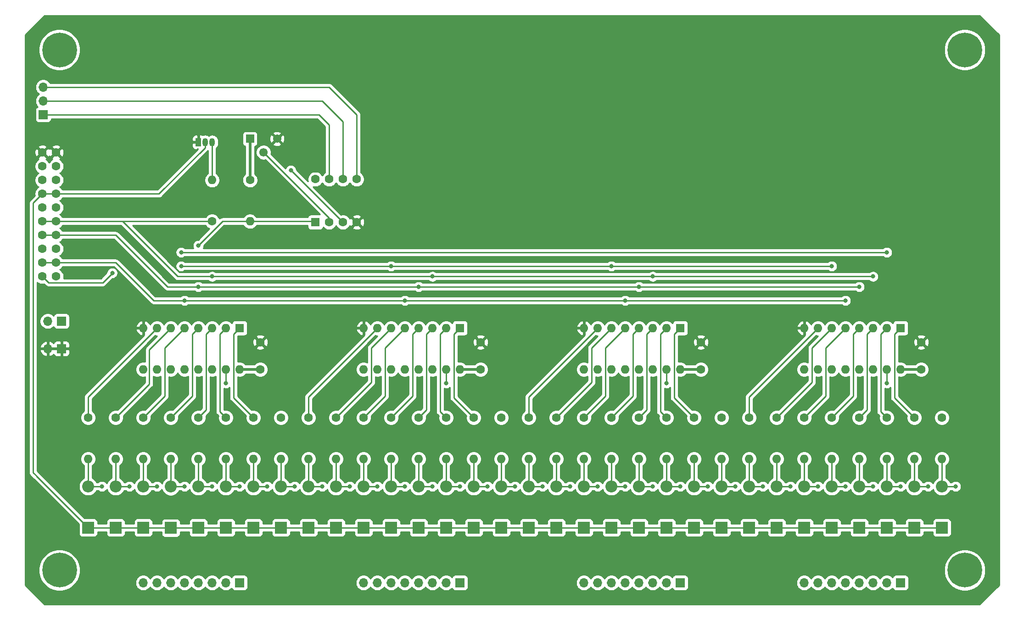
<source format=gtl>
G04 #@! TF.GenerationSoftware,KiCad,Pcbnew,(5.1.9)-1*
G04 #@! TF.CreationDate,2022-10-07T19:38:49+09:00*
G04 #@! TF.ProjectId,touch_sensor_main,746f7563-685f-4736-956e-736f725f6d61,rev?*
G04 #@! TF.SameCoordinates,Original*
G04 #@! TF.FileFunction,Copper,L1,Top*
G04 #@! TF.FilePolarity,Positive*
%FSLAX46Y46*%
G04 Gerber Fmt 4.6, Leading zero omitted, Abs format (unit mm)*
G04 Created by KiCad (PCBNEW (5.1.9)-1) date 2022-10-07 19:38:49*
%MOMM*%
%LPD*%
G01*
G04 APERTURE LIST*
G04 #@! TA.AperFunction,ComponentPad*
%ADD10C,0.800000*%
G04 #@! TD*
G04 #@! TA.AperFunction,ComponentPad*
%ADD11C,6.400000*%
G04 #@! TD*
G04 #@! TA.AperFunction,ComponentPad*
%ADD12O,1.700000X1.700000*%
G04 #@! TD*
G04 #@! TA.AperFunction,ComponentPad*
%ADD13R,1.700000X1.700000*%
G04 #@! TD*
G04 #@! TA.AperFunction,ComponentPad*
%ADD14R,1.600000X1.600000*%
G04 #@! TD*
G04 #@! TA.AperFunction,ComponentPad*
%ADD15O,1.600000X1.600000*%
G04 #@! TD*
G04 #@! TA.AperFunction,ComponentPad*
%ADD16C,1.550000*%
G04 #@! TD*
G04 #@! TA.AperFunction,ComponentPad*
%ADD17R,1.550000X1.550000*%
G04 #@! TD*
G04 #@! TA.AperFunction,ComponentPad*
%ADD18C,1.600000*%
G04 #@! TD*
G04 #@! TA.AperFunction,ComponentPad*
%ADD19R,1.050000X1.500000*%
G04 #@! TD*
G04 #@! TA.AperFunction,ComponentPad*
%ADD20O,1.050000X1.500000*%
G04 #@! TD*
G04 #@! TA.AperFunction,ComponentPad*
%ADD21C,1.605000*%
G04 #@! TD*
G04 #@! TA.AperFunction,ComponentPad*
%ADD22O,2.200000X2.200000*%
G04 #@! TD*
G04 #@! TA.AperFunction,ComponentPad*
%ADD23R,2.200000X2.200000*%
G04 #@! TD*
G04 #@! TA.AperFunction,ViaPad*
%ADD24C,0.800000*%
G04 #@! TD*
G04 #@! TA.AperFunction,Conductor*
%ADD25C,0.500000*%
G04 #@! TD*
G04 #@! TA.AperFunction,Conductor*
%ADD26C,0.250000*%
G04 #@! TD*
G04 #@! TA.AperFunction,Conductor*
%ADD27C,0.254000*%
G04 #@! TD*
G04 #@! TA.AperFunction,Conductor*
%ADD28C,0.100000*%
G04 #@! TD*
G04 APERTURE END LIST*
D10*
X110697056Y-47302944D03*
X109000000Y-46600000D03*
X107302944Y-47302944D03*
X106600000Y-49000000D03*
X107302944Y-50697056D03*
X109000000Y-51400000D03*
X110697056Y-50697056D03*
X111400000Y-49000000D03*
D11*
X109000000Y-49000000D03*
D10*
X110697056Y-143302944D03*
X109000000Y-142600000D03*
X107302944Y-143302944D03*
X106600000Y-145000000D03*
X107302944Y-146697056D03*
X109000000Y-147400000D03*
X110697056Y-146697056D03*
X111400000Y-145000000D03*
D11*
X109000000Y-145000000D03*
D10*
X277697056Y-47302944D03*
X276000000Y-46600000D03*
X274302944Y-47302944D03*
X273600000Y-49000000D03*
X274302944Y-50697056D03*
X276000000Y-51400000D03*
X277697056Y-50697056D03*
X278400000Y-49000000D03*
D11*
X276000000Y-49000000D03*
D10*
X277697056Y-143302944D03*
X276000000Y-142600000D03*
X274302944Y-143302944D03*
X273600000Y-145000000D03*
X274302944Y-146697056D03*
X276000000Y-147400000D03*
X277697056Y-146697056D03*
X278400000Y-145000000D03*
D11*
X276000000Y-145000000D03*
D12*
X246380000Y-147320000D03*
X248920000Y-147320000D03*
X251460000Y-147320000D03*
X254000000Y-147320000D03*
X256540000Y-147320000D03*
X259080000Y-147320000D03*
X261620000Y-147320000D03*
D13*
X264160000Y-147320000D03*
D14*
X142240000Y-100330000D03*
D15*
X124460000Y-107950000D03*
X139700000Y-100330000D03*
X127000000Y-107950000D03*
X137160000Y-100330000D03*
X129540000Y-107950000D03*
X134620000Y-100330000D03*
X132080000Y-107950000D03*
X132080000Y-100330000D03*
X134620000Y-107950000D03*
X129540000Y-100330000D03*
X137160000Y-107950000D03*
X127000000Y-100330000D03*
X139700000Y-107950000D03*
X124460000Y-100330000D03*
X142240000Y-107950000D03*
X182880000Y-107950000D03*
X165100000Y-100330000D03*
X180340000Y-107950000D03*
X167640000Y-100330000D03*
X177800000Y-107950000D03*
X170180000Y-100330000D03*
X175260000Y-107950000D03*
X172720000Y-100330000D03*
X172720000Y-107950000D03*
X175260000Y-100330000D03*
X170180000Y-107950000D03*
X177800000Y-100330000D03*
X167640000Y-107950000D03*
X180340000Y-100330000D03*
X165100000Y-107950000D03*
D14*
X182880000Y-100330000D03*
D15*
X223520000Y-107950000D03*
X205740000Y-100330000D03*
X220980000Y-107950000D03*
X208280000Y-100330000D03*
X218440000Y-107950000D03*
X210820000Y-100330000D03*
X215900000Y-107950000D03*
X213360000Y-100330000D03*
X213360000Y-107950000D03*
X215900000Y-100330000D03*
X210820000Y-107950000D03*
X218440000Y-100330000D03*
X208280000Y-107950000D03*
X220980000Y-100330000D03*
X205740000Y-107950000D03*
D14*
X223520000Y-100330000D03*
D15*
X264160000Y-107950000D03*
X246380000Y-100330000D03*
X261620000Y-107950000D03*
X248920000Y-100330000D03*
X259080000Y-107950000D03*
X251460000Y-100330000D03*
X256540000Y-107950000D03*
X254000000Y-100330000D03*
X254000000Y-107950000D03*
X256540000Y-100330000D03*
X251460000Y-107950000D03*
X259080000Y-100330000D03*
X248920000Y-107950000D03*
X261620000Y-100330000D03*
X246380000Y-107950000D03*
D14*
X264160000Y-100330000D03*
D16*
X149145000Y-65405000D03*
D17*
X144145000Y-65405000D03*
D16*
X146645000Y-67905000D03*
D15*
X114300000Y-124460000D03*
D18*
X114300000Y-116840000D03*
D15*
X119380000Y-124460000D03*
D18*
X119380000Y-116840000D03*
D15*
X124460000Y-124460000D03*
D18*
X124460000Y-116840000D03*
D15*
X129540000Y-124460000D03*
D18*
X129540000Y-116840000D03*
D15*
X134620000Y-124460000D03*
D18*
X134620000Y-116840000D03*
D15*
X139700000Y-124460000D03*
D18*
X139700000Y-116840000D03*
D15*
X144780000Y-124460000D03*
D18*
X144780000Y-116840000D03*
D15*
X149860000Y-124460000D03*
D18*
X149860000Y-116840000D03*
D15*
X154940000Y-124460000D03*
D18*
X154940000Y-116840000D03*
D15*
X160020000Y-124460000D03*
D18*
X160020000Y-116840000D03*
D15*
X165100000Y-124460000D03*
D18*
X165100000Y-116840000D03*
D15*
X170180000Y-124460000D03*
D18*
X170180000Y-116840000D03*
D15*
X175260000Y-124460000D03*
D18*
X175260000Y-116840000D03*
D15*
X180340000Y-124460000D03*
D18*
X180340000Y-116840000D03*
D15*
X185420000Y-124460000D03*
D18*
X185420000Y-116840000D03*
D15*
X190500000Y-124460000D03*
D18*
X190500000Y-116840000D03*
D15*
X195580000Y-124460000D03*
D18*
X195580000Y-116840000D03*
D15*
X200660000Y-124460000D03*
D18*
X200660000Y-116840000D03*
D15*
X205740000Y-124460000D03*
D18*
X205740000Y-116840000D03*
D15*
X210820000Y-124460000D03*
D18*
X210820000Y-116840000D03*
D15*
X215900000Y-124460000D03*
D18*
X215900000Y-116840000D03*
D15*
X220980000Y-124460000D03*
D18*
X220980000Y-116840000D03*
D15*
X226060000Y-124460000D03*
D18*
X226060000Y-116840000D03*
D15*
X231140000Y-124460000D03*
D18*
X231140000Y-116840000D03*
D15*
X236220000Y-124460000D03*
D18*
X236220000Y-116840000D03*
D15*
X241300000Y-124460000D03*
D18*
X241300000Y-116840000D03*
D15*
X246380000Y-124460000D03*
D18*
X246380000Y-116840000D03*
D15*
X251460000Y-124460000D03*
D18*
X251460000Y-116840000D03*
D15*
X256540000Y-124460000D03*
D18*
X256540000Y-116840000D03*
D15*
X261620000Y-124460000D03*
D18*
X261620000Y-116840000D03*
X266700000Y-116840000D03*
D15*
X266700000Y-124460000D03*
X271780000Y-124460000D03*
D18*
X271780000Y-116840000D03*
D15*
X137160000Y-73025000D03*
D18*
X137160000Y-80645000D03*
D15*
X144145000Y-80645000D03*
D18*
X144145000Y-73025000D03*
D19*
X134620000Y-66040000D03*
D20*
X137160000Y-66040000D03*
X135890000Y-66040000D03*
D12*
X124460000Y-147320000D03*
X127000000Y-147320000D03*
X129540000Y-147320000D03*
X132080000Y-147320000D03*
X134620000Y-147320000D03*
X137160000Y-147320000D03*
X139700000Y-147320000D03*
D13*
X142240000Y-147320000D03*
X182880000Y-147320000D03*
D12*
X180340000Y-147320000D03*
X177800000Y-147320000D03*
X175260000Y-147320000D03*
X172720000Y-147320000D03*
X170180000Y-147320000D03*
X167640000Y-147320000D03*
X165100000Y-147320000D03*
X205740000Y-147320000D03*
X208280000Y-147320000D03*
X210820000Y-147320000D03*
X213360000Y-147320000D03*
X215900000Y-147320000D03*
X218440000Y-147320000D03*
X220980000Y-147320000D03*
D13*
X223520000Y-147320000D03*
D12*
X106000000Y-55880000D03*
X106000000Y-58420000D03*
D13*
X106000000Y-60960000D03*
D12*
X106840000Y-104140000D03*
D13*
X109380000Y-104140000D03*
D12*
X106840000Y-99060000D03*
D13*
X109380000Y-99060000D03*
D21*
X108380000Y-90805000D03*
X105840000Y-90805000D03*
X108380000Y-88265000D03*
X105840000Y-88265000D03*
X108380000Y-85725000D03*
X105840000Y-85725000D03*
X108380000Y-83185000D03*
X105840000Y-83185000D03*
X108380000Y-80645000D03*
X105840000Y-80645000D03*
X108380000Y-78105000D03*
X105840000Y-78105000D03*
X108380000Y-75565000D03*
X105840000Y-75565000D03*
X108380000Y-73025000D03*
X105840000Y-73025000D03*
X108380000Y-70485000D03*
X105840000Y-70485000D03*
X108380000Y-67945000D03*
X105840000Y-67945000D03*
D18*
X156210000Y-72865000D03*
X158750000Y-72865000D03*
X161290000Y-72865000D03*
X163830000Y-72865000D03*
X163830000Y-80805000D03*
X161290000Y-80805000D03*
X158750000Y-80805000D03*
D14*
X156210000Y-80805000D03*
D22*
X114300000Y-129540000D03*
D23*
X114300000Y-137160000D03*
D22*
X119380000Y-129540000D03*
D23*
X119380000Y-137160000D03*
D22*
X124460000Y-129540000D03*
D23*
X124460000Y-137160000D03*
D22*
X129540000Y-129570000D03*
D23*
X129540000Y-137190000D03*
D22*
X134620000Y-129540000D03*
D23*
X134620000Y-137160000D03*
D22*
X139700000Y-129540000D03*
D23*
X139700000Y-137160000D03*
D22*
X144780000Y-129540000D03*
D23*
X144780000Y-137160000D03*
D22*
X149860000Y-129540000D03*
D23*
X149860000Y-137160000D03*
D22*
X154940000Y-129540000D03*
D23*
X154940000Y-137160000D03*
D22*
X160020000Y-129540000D03*
D23*
X160020000Y-137160000D03*
D22*
X165100000Y-129540000D03*
D23*
X165100000Y-137160000D03*
D22*
X170180000Y-129540000D03*
D23*
X170180000Y-137160000D03*
D22*
X175260000Y-129540000D03*
D23*
X175260000Y-137160000D03*
D22*
X180340000Y-129540000D03*
D23*
X180340000Y-137160000D03*
D22*
X185420000Y-129540000D03*
D23*
X185420000Y-137160000D03*
D22*
X190500000Y-129540000D03*
D23*
X190500000Y-137160000D03*
D22*
X195580000Y-129540000D03*
D23*
X195580000Y-137160000D03*
D22*
X200660000Y-129540000D03*
D23*
X200660000Y-137160000D03*
D22*
X205740000Y-129540000D03*
D23*
X205740000Y-137160000D03*
D22*
X210820000Y-129540000D03*
D23*
X210820000Y-137160000D03*
D22*
X215900000Y-129540000D03*
D23*
X215900000Y-137160000D03*
D22*
X220980000Y-129540000D03*
D23*
X220980000Y-137160000D03*
D22*
X226060000Y-129540000D03*
D23*
X226060000Y-137160000D03*
D22*
X231140000Y-129540000D03*
D23*
X231140000Y-137160000D03*
D22*
X236220000Y-129540000D03*
D23*
X236220000Y-137160000D03*
D22*
X241300000Y-129540000D03*
D23*
X241300000Y-137160000D03*
D22*
X246380000Y-129540000D03*
D23*
X246380000Y-137160000D03*
D22*
X251460000Y-129540000D03*
D23*
X251460000Y-137160000D03*
D22*
X256540000Y-129540000D03*
D23*
X256540000Y-137160000D03*
D22*
X261620000Y-129540000D03*
D23*
X261620000Y-137160000D03*
D22*
X266700000Y-129540000D03*
D23*
X266700000Y-137160000D03*
D22*
X271780000Y-129540000D03*
D23*
X271780000Y-137160000D03*
D18*
X146050000Y-107950000D03*
X146050000Y-102950000D03*
X186690000Y-102950000D03*
X186690000Y-107950000D03*
X227330000Y-102950000D03*
X227330000Y-107950000D03*
X267970000Y-102950000D03*
X267970000Y-107950000D03*
D24*
X114300000Y-140970000D03*
X154940000Y-140970000D03*
X195580000Y-140970000D03*
X236220000Y-140970000D03*
X236220000Y-146050000D03*
X195580000Y-146050000D03*
X154940000Y-146050000D03*
X153670000Y-102870000D03*
X194310000Y-102870000D03*
X234950000Y-102870000D03*
X264160000Y-90170000D03*
X170180000Y-55880000D03*
X179070000Y-55880000D03*
X179070000Y-74930000D03*
X187960000Y-74930000D03*
X195580000Y-74930000D03*
X203200000Y-74930000D03*
X210820000Y-74930000D03*
X218440000Y-74930000D03*
X226060000Y-74930000D03*
X233680000Y-74930000D03*
X241300000Y-74930000D03*
X248920000Y-74930000D03*
X256540000Y-74930000D03*
X264160000Y-74930000D03*
X270510000Y-74930000D03*
X179070000Y-66040000D03*
X170180000Y-48260000D03*
X162560000Y-48260000D03*
X154940000Y-48260000D03*
X147320000Y-48260000D03*
X139700000Y-48260000D03*
X132080000Y-48260000D03*
X276860000Y-74930000D03*
X276860000Y-102870000D03*
X187960000Y-66040000D03*
X195580000Y-66040000D03*
X203200000Y-66040000D03*
X210820000Y-66040000D03*
X218440000Y-66040000D03*
X226060000Y-66040000D03*
X233680000Y-66040000D03*
X241300000Y-66040000D03*
X248920000Y-66040000D03*
X256540000Y-66040000D03*
X264160000Y-66040000D03*
X270510000Y-66040000D03*
X276860000Y-66040000D03*
X276860000Y-83820000D03*
X276860000Y-92710000D03*
X276860000Y-111760000D03*
X170180000Y-66040000D03*
X170180000Y-74930000D03*
X124460000Y-48260000D03*
X116840000Y-48260000D03*
X274320000Y-129540000D03*
X151685000Y-71200000D03*
X269240000Y-129540000D03*
X264160000Y-129540000D03*
X259080000Y-129540000D03*
X254000000Y-129540000D03*
X248920000Y-129540000D03*
X243840000Y-129540000D03*
X238760000Y-129540000D03*
X233680000Y-129540000D03*
X228600000Y-129540000D03*
X223520000Y-129540000D03*
X218440000Y-129540000D03*
X213360000Y-129540000D03*
X208280000Y-129540000D03*
X203200000Y-129540000D03*
X198120000Y-129540000D03*
X193040000Y-129540000D03*
X187960000Y-129540000D03*
X182880000Y-129540000D03*
X177800000Y-129540000D03*
X172720000Y-129540000D03*
X167640000Y-129540000D03*
X162560000Y-129540000D03*
X157480000Y-129540000D03*
X152400000Y-129540000D03*
X147320000Y-129540000D03*
X142240000Y-129540000D03*
X137160000Y-129540000D03*
X132080000Y-129540000D03*
X127000000Y-129540000D03*
X121920000Y-129540000D03*
X116840000Y-129540000D03*
X118745000Y-90170000D03*
X134620000Y-85090000D03*
X132080000Y-95250000D03*
X172720000Y-95250000D03*
X213360000Y-95250000D03*
X254000000Y-95250000D03*
X131445000Y-88900000D03*
X170180000Y-88900000D03*
X210820000Y-88900000D03*
X251460000Y-88900000D03*
X134620000Y-92710000D03*
X175260000Y-92710000D03*
X215900000Y-92710000D03*
X256540000Y-92710000D03*
X137160000Y-90805000D03*
X177800000Y-90805000D03*
X218440000Y-90805000D03*
X259080000Y-90805000D03*
X131445000Y-86360000D03*
X261620000Y-86360000D03*
X261620000Y-110490000D03*
X220980000Y-110490000D03*
X180340000Y-110490000D03*
X139700000Y-110490000D03*
D25*
X142240000Y-107950000D02*
X146050000Y-107950000D01*
X182880000Y-107950000D02*
X186690000Y-107950000D01*
X223520000Y-107950000D02*
X227330000Y-107950000D01*
X264160000Y-107950000D02*
X267970000Y-107950000D01*
X144145000Y-65405000D02*
X144145000Y-73025000D01*
D26*
X271780000Y-124460000D02*
X271780000Y-129540000D01*
X271780000Y-129540000D02*
X274320000Y-129540000D01*
X114300000Y-136525000D02*
X114300000Y-137160000D01*
X271780000Y-137160000D02*
X114300000Y-137160000D01*
X105840000Y-75799888D02*
X105840000Y-75565000D01*
X161290000Y-80645000D02*
X161290000Y-80805000D01*
X151605000Y-71120000D02*
X151685000Y-71200000D01*
X151685000Y-71200000D02*
X161290000Y-80805000D01*
X135890000Y-67040000D02*
X127365000Y-75565000D01*
X135890000Y-66040000D02*
X135890000Y-67040000D01*
X127365000Y-75565000D02*
X108380000Y-75565000D01*
X108380000Y-75565000D02*
X105840000Y-75565000D01*
X114300000Y-137160000D02*
X104712499Y-127572499D01*
X105840000Y-75565000D02*
X104140000Y-77265000D01*
X104140000Y-77265000D02*
X104140000Y-127000000D01*
X104140000Y-127000000D02*
X104775000Y-127635000D01*
X266700000Y-124460000D02*
X266700000Y-129540000D01*
X266700000Y-129540000D02*
X269240000Y-129540000D01*
X261620000Y-124460000D02*
X261620000Y-129540000D01*
X261620000Y-129540000D02*
X264160000Y-129540000D01*
X256540000Y-124460000D02*
X256540000Y-129540000D01*
X256540000Y-129540000D02*
X259080000Y-129540000D01*
X251460000Y-124460000D02*
X251460000Y-129540000D01*
X251460000Y-129540000D02*
X254000000Y-129540000D01*
X254000000Y-129540000D02*
X254000000Y-129540000D01*
X246380000Y-124460000D02*
X246380000Y-129540000D01*
X246380000Y-129540000D02*
X248920000Y-129540000D01*
X241300000Y-124460000D02*
X241300000Y-129540000D01*
X241300000Y-129540000D02*
X243840000Y-129540000D01*
X236220000Y-124460000D02*
X236220000Y-129540000D01*
X236220000Y-129540000D02*
X238760000Y-129540000D01*
X231140000Y-124460000D02*
X231140000Y-129540000D01*
X231140000Y-129540000D02*
X233680000Y-129540000D01*
X226060000Y-124460000D02*
X226060000Y-129540000D01*
X226060000Y-129540000D02*
X228600000Y-129540000D01*
X220980000Y-124460000D02*
X220980000Y-129540000D01*
X220980000Y-129540000D02*
X223520000Y-129540000D01*
X215900000Y-124460000D02*
X215900000Y-129540000D01*
X215900000Y-129540000D02*
X218440000Y-129540000D01*
X210820000Y-124460000D02*
X210820000Y-129540000D01*
X210820000Y-129540000D02*
X213360000Y-129540000D01*
X205740000Y-124460000D02*
X205740000Y-129540000D01*
X205740000Y-129540000D02*
X208280000Y-129540000D01*
X200660000Y-124460000D02*
X200660000Y-129540000D01*
X200660000Y-129540000D02*
X203200000Y-129540000D01*
X195580000Y-124460000D02*
X195580000Y-129540000D01*
X195580000Y-129540000D02*
X198120000Y-129540000D01*
X190500000Y-124460000D02*
X190500000Y-129540000D01*
X190500000Y-129540000D02*
X193040000Y-129540000D01*
X185420000Y-124460000D02*
X185420000Y-129540000D01*
X185420000Y-129540000D02*
X187960000Y-129540000D01*
X180340000Y-124460000D02*
X180340000Y-129540000D01*
X180340000Y-129540000D02*
X182880000Y-129540000D01*
X175260000Y-124460000D02*
X175260000Y-129540000D01*
X175260000Y-129540000D02*
X177800000Y-129540000D01*
X170180000Y-124460000D02*
X170180000Y-129540000D01*
X170180000Y-129540000D02*
X172720000Y-129540000D01*
X165100000Y-124460000D02*
X165100000Y-129540000D01*
X165100000Y-129540000D02*
X167640000Y-129540000D01*
X160020000Y-124460000D02*
X160020000Y-129540000D01*
X160020000Y-129540000D02*
X162560000Y-129540000D01*
X154940000Y-124460000D02*
X154940000Y-129540000D01*
X154940000Y-129540000D02*
X157480000Y-129540000D01*
X149860000Y-124460000D02*
X149860000Y-129540000D01*
X149860000Y-129540000D02*
X152400000Y-129540000D01*
X144780000Y-124460000D02*
X144780000Y-129540000D01*
X144780000Y-129540000D02*
X147320000Y-129540000D01*
X139700000Y-124460000D02*
X139700000Y-129540000D01*
X139700000Y-129540000D02*
X142240000Y-129540000D01*
X134620000Y-124460000D02*
X134620000Y-129540000D01*
X134620000Y-129540000D02*
X137160000Y-129540000D01*
X129540000Y-124460000D02*
X129540000Y-129570000D01*
X132050000Y-129570000D02*
X132080000Y-129540000D01*
X129540000Y-129570000D02*
X132050000Y-129570000D01*
X124460000Y-124460000D02*
X124460000Y-129540000D01*
X126015634Y-129540000D02*
X127000000Y-129540000D01*
X124460000Y-129540000D02*
X126015634Y-129540000D01*
X119380000Y-124460000D02*
X119380000Y-129540000D01*
X120935634Y-129540000D02*
X121920000Y-129540000D01*
X119380000Y-129540000D02*
X120935634Y-129540000D01*
X114300000Y-124460000D02*
X114300000Y-129540000D01*
X114300000Y-129540000D02*
X116840000Y-129540000D01*
X116840000Y-60960000D02*
X156845000Y-60960000D01*
X158750000Y-62865000D02*
X158750000Y-72865000D01*
X156845000Y-60960000D02*
X158750000Y-62865000D01*
X106000000Y-60960000D02*
X116960000Y-60960000D01*
X161290000Y-62230000D02*
X161290000Y-72865000D01*
X157480000Y-58420000D02*
X161290000Y-62230000D01*
X106000000Y-58420000D02*
X157480000Y-58420000D01*
X163830000Y-60960000D02*
X163830000Y-72865000D01*
X158750000Y-55880000D02*
X163830000Y-60960000D01*
X106000000Y-55880000D02*
X158750000Y-55880000D01*
X158750000Y-80645000D02*
X158750000Y-80805000D01*
X158750000Y-80010000D02*
X158750000Y-80805000D01*
X146645000Y-67905000D02*
X158750000Y-80010000D01*
X156050000Y-80645000D02*
X156210000Y-80805000D01*
X144145000Y-80645000D02*
X156050000Y-80645000D01*
X106967501Y-91932501D02*
X116982499Y-91932501D01*
X105840000Y-90805000D02*
X106967501Y-91932501D01*
X116982499Y-91932501D02*
X118745000Y-90170000D01*
X118745000Y-90170000D02*
X118745000Y-90170000D01*
X144145000Y-80645000D02*
X139065000Y-80645000D01*
X139065000Y-80645000D02*
X134620000Y-85090000D01*
X134620000Y-85090000D02*
X134620000Y-85090000D01*
X119380000Y-88265000D02*
X126365000Y-95250000D01*
X126365000Y-95250000D02*
X127000000Y-95250000D01*
X128270000Y-95250000D02*
X132080000Y-95250000D01*
X169545000Y-95250000D02*
X172720000Y-95250000D01*
X210185000Y-95250000D02*
X213360000Y-95250000D01*
X127000000Y-95250000D02*
X128270000Y-95250000D01*
X167640000Y-95250000D02*
X169545000Y-95250000D01*
X208280000Y-95250000D02*
X210185000Y-95250000D01*
X248920000Y-95250000D02*
X248920000Y-95250000D01*
X119380000Y-88265000D02*
X108380000Y-88265000D01*
X108380000Y-88265000D02*
X105840000Y-88265000D01*
X132080000Y-95250000D02*
X167640000Y-95250000D01*
X172720000Y-95250000D02*
X208280000Y-95250000D01*
X213360000Y-95250000D02*
X248920000Y-95250000D01*
X248920000Y-95250000D02*
X254000000Y-95250000D01*
X205740000Y-88900000D02*
X210820000Y-88900000D01*
X165100000Y-88900000D02*
X170180000Y-88900000D01*
X131445000Y-88900000D02*
X165100000Y-88900000D01*
X170180000Y-88900000D02*
X205740000Y-88900000D01*
X210820000Y-88900000D02*
X246380000Y-88900000D01*
X246380000Y-88900000D02*
X251460000Y-88900000D01*
X119380000Y-83185000D02*
X128905000Y-92710000D01*
X128905000Y-92710000D02*
X129540000Y-92710000D01*
X251460000Y-92710000D02*
X251460000Y-92710000D01*
X210820000Y-92710000D02*
X215900000Y-92710000D01*
X170180000Y-92710000D02*
X175260000Y-92710000D01*
X129540000Y-92710000D02*
X134620000Y-92710000D01*
X105840000Y-83185000D02*
X108380000Y-83185000D01*
X108380000Y-83185000D02*
X118745000Y-83185000D01*
X118745000Y-83185000D02*
X119380000Y-83185000D01*
X134620000Y-92710000D02*
X170180000Y-92710000D01*
X175260000Y-92710000D02*
X210820000Y-92710000D01*
X215900000Y-92710000D02*
X251460000Y-92710000D01*
X251460000Y-92710000D02*
X256540000Y-92710000D01*
X120650000Y-80645000D02*
X129630001Y-89625001D01*
X129630001Y-89625001D02*
X130810000Y-90805000D01*
X130810000Y-90805000D02*
X132080000Y-90805000D01*
X163830000Y-90805000D02*
X172720000Y-90805000D01*
X132080000Y-90805000D02*
X137160000Y-90805000D01*
X172720000Y-90805000D02*
X177800000Y-90805000D01*
X213360000Y-90805000D02*
X218440000Y-90805000D01*
X137160000Y-80645000D02*
X120650000Y-80645000D01*
X120650000Y-80645000D02*
X108380000Y-80645000D01*
X108380000Y-80645000D02*
X105840000Y-80645000D01*
X137160000Y-90805000D02*
X163830000Y-90805000D01*
X177800000Y-90805000D02*
X213360000Y-90805000D01*
X218440000Y-90805000D02*
X254000000Y-90805000D01*
X254000000Y-90805000D02*
X259080000Y-90805000D01*
X131445000Y-86360000D02*
X256540000Y-86360000D01*
X256540000Y-86360000D02*
X261620000Y-86360000D01*
X137160000Y-66040000D02*
X137160000Y-73025000D01*
X261620000Y-107950000D02*
X261620000Y-110490000D01*
X263034999Y-113174999D02*
X266700000Y-116840000D01*
X263034999Y-101455001D02*
X263034999Y-113174999D01*
X264160000Y-100330000D02*
X263034999Y-101455001D01*
X260494999Y-115714999D02*
X261620000Y-116840000D01*
X260494999Y-101455001D02*
X260494999Y-115714999D01*
X261620000Y-100330000D02*
X260494999Y-101455001D01*
X257954999Y-115425001D02*
X256540000Y-116840000D01*
X257954999Y-101455001D02*
X257954999Y-115425001D01*
X259080000Y-100330000D02*
X257954999Y-101455001D01*
X255414999Y-112885001D02*
X251460000Y-116840000D01*
X255414999Y-101455001D02*
X255414999Y-112885001D01*
X256540000Y-100330000D02*
X255414999Y-101455001D01*
X250334999Y-112885001D02*
X246380000Y-116840000D01*
X250334999Y-103995001D02*
X250334999Y-112885001D01*
X254000000Y-100330000D02*
X250334999Y-103995001D01*
X247794999Y-103995001D02*
X247794999Y-110345001D01*
X247794999Y-110345001D02*
X241300000Y-116840000D01*
X251460000Y-100330000D02*
X247794999Y-103995001D01*
X236220000Y-113030000D02*
X236220000Y-116840000D01*
X248920000Y-100330000D02*
X236220000Y-113030000D01*
X220980000Y-107950000D02*
X220980000Y-110490000D01*
X222394999Y-113174999D02*
X226060000Y-116840000D01*
X222394999Y-101455001D02*
X222394999Y-113174999D01*
X223520000Y-100330000D02*
X222394999Y-101455001D01*
X219854999Y-115714999D02*
X220980000Y-116840000D01*
X219854999Y-101455001D02*
X219854999Y-115714999D01*
X220980000Y-100330000D02*
X219854999Y-101455001D01*
X217314999Y-115425001D02*
X215900000Y-116840000D01*
X217314999Y-101455001D02*
X217314999Y-115425001D01*
X218440000Y-100330000D02*
X217314999Y-101455001D01*
X214774999Y-112885001D02*
X210820000Y-116840000D01*
X214774999Y-101455001D02*
X214774999Y-112885001D01*
X215900000Y-100330000D02*
X214774999Y-101455001D01*
X209694999Y-112885001D02*
X205740000Y-116840000D01*
X209694999Y-103995001D02*
X209694999Y-112885001D01*
X213360000Y-100330000D02*
X209694999Y-103995001D01*
X207154999Y-110345001D02*
X200660000Y-116840000D01*
X207154999Y-103995001D02*
X207154999Y-110345001D01*
X210820000Y-100330000D02*
X207154999Y-103995001D01*
X195580000Y-113030000D02*
X195580000Y-116840000D01*
X208280000Y-100330000D02*
X195580000Y-113030000D01*
X180340000Y-107950000D02*
X180340000Y-110490000D01*
X181754999Y-113174999D02*
X185420000Y-116840000D01*
X181754999Y-101455001D02*
X181754999Y-113174999D01*
X182880000Y-100330000D02*
X181754999Y-101455001D01*
X179214999Y-115714999D02*
X180340000Y-116840000D01*
X179214999Y-101455001D02*
X179214999Y-115714999D01*
X180340000Y-100330000D02*
X179214999Y-101455001D01*
X176674999Y-115425001D02*
X175260000Y-116840000D01*
X176674999Y-101455001D02*
X176674999Y-115425001D01*
X177800000Y-100330000D02*
X176674999Y-101455001D01*
X174134999Y-112885001D02*
X170180000Y-116840000D01*
X174134999Y-101455001D02*
X174134999Y-112885001D01*
X175260000Y-100330000D02*
X174134999Y-101455001D01*
X169054999Y-112885001D02*
X165100000Y-116840000D01*
X169054999Y-103995001D02*
X169054999Y-112885001D01*
X172720000Y-100330000D02*
X169054999Y-103995001D01*
X166514999Y-110345001D02*
X160020000Y-116840000D01*
X166514999Y-103995001D02*
X166514999Y-110345001D01*
X170180000Y-100330000D02*
X166514999Y-103995001D01*
X154940000Y-113030000D02*
X154940000Y-116840000D01*
X167640000Y-100330000D02*
X154940000Y-113030000D01*
X139700000Y-107950000D02*
X139700000Y-110490000D01*
X141114999Y-113174999D02*
X144780000Y-116840000D01*
X141114999Y-101455001D02*
X141114999Y-113174999D01*
X142240000Y-100330000D02*
X141114999Y-101455001D01*
X138574999Y-115714999D02*
X139700000Y-116840000D01*
X138574999Y-101455001D02*
X138574999Y-115714999D01*
X139700000Y-100330000D02*
X138574999Y-101455001D01*
X136034999Y-115425001D02*
X134620000Y-116840000D01*
X136034999Y-101455001D02*
X136034999Y-115425001D01*
X137160000Y-100330000D02*
X136034999Y-101455001D01*
X133494999Y-112885001D02*
X129540000Y-116840000D01*
X133494999Y-101455001D02*
X133494999Y-112885001D01*
X134620000Y-100330000D02*
X133494999Y-101455001D01*
X128414999Y-112885001D02*
X124460000Y-116840000D01*
X128414999Y-103995001D02*
X128414999Y-112885001D01*
X132080000Y-100330000D02*
X128414999Y-103995001D01*
X125585001Y-110634999D02*
X119380000Y-116840000D01*
X125585001Y-104284999D02*
X125585001Y-110634999D01*
X129540000Y-100330000D02*
X125585001Y-104284999D01*
X114300000Y-113030000D02*
X114300000Y-116840000D01*
X127000000Y-100330000D02*
X114300000Y-113030000D01*
D27*
X282340000Y-46273380D02*
X282340001Y-78967572D01*
X282340000Y-78967582D01*
X282340001Y-79967572D01*
X282340000Y-79967582D01*
X282340001Y-118967581D01*
X282340000Y-137967581D01*
X282340000Y-137967582D01*
X282340001Y-147726619D01*
X278726620Y-151340000D01*
X106273380Y-151340000D01*
X102660000Y-147726620D01*
X102660000Y-144622285D01*
X105165000Y-144622285D01*
X105165000Y-145377715D01*
X105312377Y-146118628D01*
X105601467Y-146816554D01*
X106021161Y-147444670D01*
X106555330Y-147978839D01*
X107183446Y-148398533D01*
X107881372Y-148687623D01*
X108622285Y-148835000D01*
X109377715Y-148835000D01*
X110118628Y-148687623D01*
X110816554Y-148398533D01*
X111444670Y-147978839D01*
X111978839Y-147444670D01*
X112159868Y-147173740D01*
X122975000Y-147173740D01*
X122975000Y-147466260D01*
X123032068Y-147753158D01*
X123144010Y-148023411D01*
X123306525Y-148266632D01*
X123513368Y-148473475D01*
X123756589Y-148635990D01*
X124026842Y-148747932D01*
X124313740Y-148805000D01*
X124606260Y-148805000D01*
X124893158Y-148747932D01*
X125163411Y-148635990D01*
X125406632Y-148473475D01*
X125613475Y-148266632D01*
X125730000Y-148092240D01*
X125846525Y-148266632D01*
X126053368Y-148473475D01*
X126296589Y-148635990D01*
X126566842Y-148747932D01*
X126853740Y-148805000D01*
X127146260Y-148805000D01*
X127433158Y-148747932D01*
X127703411Y-148635990D01*
X127946632Y-148473475D01*
X128153475Y-148266632D01*
X128270000Y-148092240D01*
X128386525Y-148266632D01*
X128593368Y-148473475D01*
X128836589Y-148635990D01*
X129106842Y-148747932D01*
X129393740Y-148805000D01*
X129686260Y-148805000D01*
X129973158Y-148747932D01*
X130243411Y-148635990D01*
X130486632Y-148473475D01*
X130693475Y-148266632D01*
X130810000Y-148092240D01*
X130926525Y-148266632D01*
X131133368Y-148473475D01*
X131376589Y-148635990D01*
X131646842Y-148747932D01*
X131933740Y-148805000D01*
X132226260Y-148805000D01*
X132513158Y-148747932D01*
X132783411Y-148635990D01*
X133026632Y-148473475D01*
X133233475Y-148266632D01*
X133350000Y-148092240D01*
X133466525Y-148266632D01*
X133673368Y-148473475D01*
X133916589Y-148635990D01*
X134186842Y-148747932D01*
X134473740Y-148805000D01*
X134766260Y-148805000D01*
X135053158Y-148747932D01*
X135323411Y-148635990D01*
X135566632Y-148473475D01*
X135773475Y-148266632D01*
X135890000Y-148092240D01*
X136006525Y-148266632D01*
X136213368Y-148473475D01*
X136456589Y-148635990D01*
X136726842Y-148747932D01*
X137013740Y-148805000D01*
X137306260Y-148805000D01*
X137593158Y-148747932D01*
X137863411Y-148635990D01*
X138106632Y-148473475D01*
X138313475Y-148266632D01*
X138430000Y-148092240D01*
X138546525Y-148266632D01*
X138753368Y-148473475D01*
X138996589Y-148635990D01*
X139266842Y-148747932D01*
X139553740Y-148805000D01*
X139846260Y-148805000D01*
X140133158Y-148747932D01*
X140403411Y-148635990D01*
X140646632Y-148473475D01*
X140778487Y-148341620D01*
X140800498Y-148414180D01*
X140859463Y-148524494D01*
X140938815Y-148621185D01*
X141035506Y-148700537D01*
X141145820Y-148759502D01*
X141265518Y-148795812D01*
X141390000Y-148808072D01*
X143090000Y-148808072D01*
X143214482Y-148795812D01*
X143334180Y-148759502D01*
X143444494Y-148700537D01*
X143541185Y-148621185D01*
X143620537Y-148524494D01*
X143679502Y-148414180D01*
X143715812Y-148294482D01*
X143728072Y-148170000D01*
X143728072Y-147173740D01*
X163615000Y-147173740D01*
X163615000Y-147466260D01*
X163672068Y-147753158D01*
X163784010Y-148023411D01*
X163946525Y-148266632D01*
X164153368Y-148473475D01*
X164396589Y-148635990D01*
X164666842Y-148747932D01*
X164953740Y-148805000D01*
X165246260Y-148805000D01*
X165533158Y-148747932D01*
X165803411Y-148635990D01*
X166046632Y-148473475D01*
X166253475Y-148266632D01*
X166370000Y-148092240D01*
X166486525Y-148266632D01*
X166693368Y-148473475D01*
X166936589Y-148635990D01*
X167206842Y-148747932D01*
X167493740Y-148805000D01*
X167786260Y-148805000D01*
X168073158Y-148747932D01*
X168343411Y-148635990D01*
X168586632Y-148473475D01*
X168793475Y-148266632D01*
X168910000Y-148092240D01*
X169026525Y-148266632D01*
X169233368Y-148473475D01*
X169476589Y-148635990D01*
X169746842Y-148747932D01*
X170033740Y-148805000D01*
X170326260Y-148805000D01*
X170613158Y-148747932D01*
X170883411Y-148635990D01*
X171126632Y-148473475D01*
X171333475Y-148266632D01*
X171450000Y-148092240D01*
X171566525Y-148266632D01*
X171773368Y-148473475D01*
X172016589Y-148635990D01*
X172286842Y-148747932D01*
X172573740Y-148805000D01*
X172866260Y-148805000D01*
X173153158Y-148747932D01*
X173423411Y-148635990D01*
X173666632Y-148473475D01*
X173873475Y-148266632D01*
X173990000Y-148092240D01*
X174106525Y-148266632D01*
X174313368Y-148473475D01*
X174556589Y-148635990D01*
X174826842Y-148747932D01*
X175113740Y-148805000D01*
X175406260Y-148805000D01*
X175693158Y-148747932D01*
X175963411Y-148635990D01*
X176206632Y-148473475D01*
X176413475Y-148266632D01*
X176530000Y-148092240D01*
X176646525Y-148266632D01*
X176853368Y-148473475D01*
X177096589Y-148635990D01*
X177366842Y-148747932D01*
X177653740Y-148805000D01*
X177946260Y-148805000D01*
X178233158Y-148747932D01*
X178503411Y-148635990D01*
X178746632Y-148473475D01*
X178953475Y-148266632D01*
X179070000Y-148092240D01*
X179186525Y-148266632D01*
X179393368Y-148473475D01*
X179636589Y-148635990D01*
X179906842Y-148747932D01*
X180193740Y-148805000D01*
X180486260Y-148805000D01*
X180773158Y-148747932D01*
X181043411Y-148635990D01*
X181286632Y-148473475D01*
X181418487Y-148341620D01*
X181440498Y-148414180D01*
X181499463Y-148524494D01*
X181578815Y-148621185D01*
X181675506Y-148700537D01*
X181785820Y-148759502D01*
X181905518Y-148795812D01*
X182030000Y-148808072D01*
X183730000Y-148808072D01*
X183854482Y-148795812D01*
X183974180Y-148759502D01*
X184084494Y-148700537D01*
X184181185Y-148621185D01*
X184260537Y-148524494D01*
X184319502Y-148414180D01*
X184355812Y-148294482D01*
X184368072Y-148170000D01*
X184368072Y-147173740D01*
X204255000Y-147173740D01*
X204255000Y-147466260D01*
X204312068Y-147753158D01*
X204424010Y-148023411D01*
X204586525Y-148266632D01*
X204793368Y-148473475D01*
X205036589Y-148635990D01*
X205306842Y-148747932D01*
X205593740Y-148805000D01*
X205886260Y-148805000D01*
X206173158Y-148747932D01*
X206443411Y-148635990D01*
X206686632Y-148473475D01*
X206893475Y-148266632D01*
X207010000Y-148092240D01*
X207126525Y-148266632D01*
X207333368Y-148473475D01*
X207576589Y-148635990D01*
X207846842Y-148747932D01*
X208133740Y-148805000D01*
X208426260Y-148805000D01*
X208713158Y-148747932D01*
X208983411Y-148635990D01*
X209226632Y-148473475D01*
X209433475Y-148266632D01*
X209550000Y-148092240D01*
X209666525Y-148266632D01*
X209873368Y-148473475D01*
X210116589Y-148635990D01*
X210386842Y-148747932D01*
X210673740Y-148805000D01*
X210966260Y-148805000D01*
X211253158Y-148747932D01*
X211523411Y-148635990D01*
X211766632Y-148473475D01*
X211973475Y-148266632D01*
X212090000Y-148092240D01*
X212206525Y-148266632D01*
X212413368Y-148473475D01*
X212656589Y-148635990D01*
X212926842Y-148747932D01*
X213213740Y-148805000D01*
X213506260Y-148805000D01*
X213793158Y-148747932D01*
X214063411Y-148635990D01*
X214306632Y-148473475D01*
X214513475Y-148266632D01*
X214630000Y-148092240D01*
X214746525Y-148266632D01*
X214953368Y-148473475D01*
X215196589Y-148635990D01*
X215466842Y-148747932D01*
X215753740Y-148805000D01*
X216046260Y-148805000D01*
X216333158Y-148747932D01*
X216603411Y-148635990D01*
X216846632Y-148473475D01*
X217053475Y-148266632D01*
X217170000Y-148092240D01*
X217286525Y-148266632D01*
X217493368Y-148473475D01*
X217736589Y-148635990D01*
X218006842Y-148747932D01*
X218293740Y-148805000D01*
X218586260Y-148805000D01*
X218873158Y-148747932D01*
X219143411Y-148635990D01*
X219386632Y-148473475D01*
X219593475Y-148266632D01*
X219710000Y-148092240D01*
X219826525Y-148266632D01*
X220033368Y-148473475D01*
X220276589Y-148635990D01*
X220546842Y-148747932D01*
X220833740Y-148805000D01*
X221126260Y-148805000D01*
X221413158Y-148747932D01*
X221683411Y-148635990D01*
X221926632Y-148473475D01*
X222058487Y-148341620D01*
X222080498Y-148414180D01*
X222139463Y-148524494D01*
X222218815Y-148621185D01*
X222315506Y-148700537D01*
X222425820Y-148759502D01*
X222545518Y-148795812D01*
X222670000Y-148808072D01*
X224370000Y-148808072D01*
X224494482Y-148795812D01*
X224614180Y-148759502D01*
X224724494Y-148700537D01*
X224821185Y-148621185D01*
X224900537Y-148524494D01*
X224959502Y-148414180D01*
X224995812Y-148294482D01*
X225008072Y-148170000D01*
X225008072Y-147173740D01*
X244895000Y-147173740D01*
X244895000Y-147466260D01*
X244952068Y-147753158D01*
X245064010Y-148023411D01*
X245226525Y-148266632D01*
X245433368Y-148473475D01*
X245676589Y-148635990D01*
X245946842Y-148747932D01*
X246233740Y-148805000D01*
X246526260Y-148805000D01*
X246813158Y-148747932D01*
X247083411Y-148635990D01*
X247326632Y-148473475D01*
X247533475Y-148266632D01*
X247650000Y-148092240D01*
X247766525Y-148266632D01*
X247973368Y-148473475D01*
X248216589Y-148635990D01*
X248486842Y-148747932D01*
X248773740Y-148805000D01*
X249066260Y-148805000D01*
X249353158Y-148747932D01*
X249623411Y-148635990D01*
X249866632Y-148473475D01*
X250073475Y-148266632D01*
X250190000Y-148092240D01*
X250306525Y-148266632D01*
X250513368Y-148473475D01*
X250756589Y-148635990D01*
X251026842Y-148747932D01*
X251313740Y-148805000D01*
X251606260Y-148805000D01*
X251893158Y-148747932D01*
X252163411Y-148635990D01*
X252406632Y-148473475D01*
X252613475Y-148266632D01*
X252730000Y-148092240D01*
X252846525Y-148266632D01*
X253053368Y-148473475D01*
X253296589Y-148635990D01*
X253566842Y-148747932D01*
X253853740Y-148805000D01*
X254146260Y-148805000D01*
X254433158Y-148747932D01*
X254703411Y-148635990D01*
X254946632Y-148473475D01*
X255153475Y-148266632D01*
X255270000Y-148092240D01*
X255386525Y-148266632D01*
X255593368Y-148473475D01*
X255836589Y-148635990D01*
X256106842Y-148747932D01*
X256393740Y-148805000D01*
X256686260Y-148805000D01*
X256973158Y-148747932D01*
X257243411Y-148635990D01*
X257486632Y-148473475D01*
X257693475Y-148266632D01*
X257810000Y-148092240D01*
X257926525Y-148266632D01*
X258133368Y-148473475D01*
X258376589Y-148635990D01*
X258646842Y-148747932D01*
X258933740Y-148805000D01*
X259226260Y-148805000D01*
X259513158Y-148747932D01*
X259783411Y-148635990D01*
X260026632Y-148473475D01*
X260233475Y-148266632D01*
X260350000Y-148092240D01*
X260466525Y-148266632D01*
X260673368Y-148473475D01*
X260916589Y-148635990D01*
X261186842Y-148747932D01*
X261473740Y-148805000D01*
X261766260Y-148805000D01*
X262053158Y-148747932D01*
X262323411Y-148635990D01*
X262566632Y-148473475D01*
X262698487Y-148341620D01*
X262720498Y-148414180D01*
X262779463Y-148524494D01*
X262858815Y-148621185D01*
X262955506Y-148700537D01*
X263065820Y-148759502D01*
X263185518Y-148795812D01*
X263310000Y-148808072D01*
X265010000Y-148808072D01*
X265134482Y-148795812D01*
X265254180Y-148759502D01*
X265364494Y-148700537D01*
X265461185Y-148621185D01*
X265540537Y-148524494D01*
X265599502Y-148414180D01*
X265635812Y-148294482D01*
X265648072Y-148170000D01*
X265648072Y-146470000D01*
X265635812Y-146345518D01*
X265599502Y-146225820D01*
X265540537Y-146115506D01*
X265461185Y-146018815D01*
X265364494Y-145939463D01*
X265254180Y-145880498D01*
X265134482Y-145844188D01*
X265010000Y-145831928D01*
X263310000Y-145831928D01*
X263185518Y-145844188D01*
X263065820Y-145880498D01*
X262955506Y-145939463D01*
X262858815Y-146018815D01*
X262779463Y-146115506D01*
X262720498Y-146225820D01*
X262698487Y-146298380D01*
X262566632Y-146166525D01*
X262323411Y-146004010D01*
X262053158Y-145892068D01*
X261766260Y-145835000D01*
X261473740Y-145835000D01*
X261186842Y-145892068D01*
X260916589Y-146004010D01*
X260673368Y-146166525D01*
X260466525Y-146373368D01*
X260350000Y-146547760D01*
X260233475Y-146373368D01*
X260026632Y-146166525D01*
X259783411Y-146004010D01*
X259513158Y-145892068D01*
X259226260Y-145835000D01*
X258933740Y-145835000D01*
X258646842Y-145892068D01*
X258376589Y-146004010D01*
X258133368Y-146166525D01*
X257926525Y-146373368D01*
X257810000Y-146547760D01*
X257693475Y-146373368D01*
X257486632Y-146166525D01*
X257243411Y-146004010D01*
X256973158Y-145892068D01*
X256686260Y-145835000D01*
X256393740Y-145835000D01*
X256106842Y-145892068D01*
X255836589Y-146004010D01*
X255593368Y-146166525D01*
X255386525Y-146373368D01*
X255270000Y-146547760D01*
X255153475Y-146373368D01*
X254946632Y-146166525D01*
X254703411Y-146004010D01*
X254433158Y-145892068D01*
X254146260Y-145835000D01*
X253853740Y-145835000D01*
X253566842Y-145892068D01*
X253296589Y-146004010D01*
X253053368Y-146166525D01*
X252846525Y-146373368D01*
X252730000Y-146547760D01*
X252613475Y-146373368D01*
X252406632Y-146166525D01*
X252163411Y-146004010D01*
X251893158Y-145892068D01*
X251606260Y-145835000D01*
X251313740Y-145835000D01*
X251026842Y-145892068D01*
X250756589Y-146004010D01*
X250513368Y-146166525D01*
X250306525Y-146373368D01*
X250190000Y-146547760D01*
X250073475Y-146373368D01*
X249866632Y-146166525D01*
X249623411Y-146004010D01*
X249353158Y-145892068D01*
X249066260Y-145835000D01*
X248773740Y-145835000D01*
X248486842Y-145892068D01*
X248216589Y-146004010D01*
X247973368Y-146166525D01*
X247766525Y-146373368D01*
X247650000Y-146547760D01*
X247533475Y-146373368D01*
X247326632Y-146166525D01*
X247083411Y-146004010D01*
X246813158Y-145892068D01*
X246526260Y-145835000D01*
X246233740Y-145835000D01*
X245946842Y-145892068D01*
X245676589Y-146004010D01*
X245433368Y-146166525D01*
X245226525Y-146373368D01*
X245064010Y-146616589D01*
X244952068Y-146886842D01*
X244895000Y-147173740D01*
X225008072Y-147173740D01*
X225008072Y-146470000D01*
X224995812Y-146345518D01*
X224959502Y-146225820D01*
X224900537Y-146115506D01*
X224821185Y-146018815D01*
X224724494Y-145939463D01*
X224614180Y-145880498D01*
X224494482Y-145844188D01*
X224370000Y-145831928D01*
X222670000Y-145831928D01*
X222545518Y-145844188D01*
X222425820Y-145880498D01*
X222315506Y-145939463D01*
X222218815Y-146018815D01*
X222139463Y-146115506D01*
X222080498Y-146225820D01*
X222058487Y-146298380D01*
X221926632Y-146166525D01*
X221683411Y-146004010D01*
X221413158Y-145892068D01*
X221126260Y-145835000D01*
X220833740Y-145835000D01*
X220546842Y-145892068D01*
X220276589Y-146004010D01*
X220033368Y-146166525D01*
X219826525Y-146373368D01*
X219710000Y-146547760D01*
X219593475Y-146373368D01*
X219386632Y-146166525D01*
X219143411Y-146004010D01*
X218873158Y-145892068D01*
X218586260Y-145835000D01*
X218293740Y-145835000D01*
X218006842Y-145892068D01*
X217736589Y-146004010D01*
X217493368Y-146166525D01*
X217286525Y-146373368D01*
X217170000Y-146547760D01*
X217053475Y-146373368D01*
X216846632Y-146166525D01*
X216603411Y-146004010D01*
X216333158Y-145892068D01*
X216046260Y-145835000D01*
X215753740Y-145835000D01*
X215466842Y-145892068D01*
X215196589Y-146004010D01*
X214953368Y-146166525D01*
X214746525Y-146373368D01*
X214630000Y-146547760D01*
X214513475Y-146373368D01*
X214306632Y-146166525D01*
X214063411Y-146004010D01*
X213793158Y-145892068D01*
X213506260Y-145835000D01*
X213213740Y-145835000D01*
X212926842Y-145892068D01*
X212656589Y-146004010D01*
X212413368Y-146166525D01*
X212206525Y-146373368D01*
X212090000Y-146547760D01*
X211973475Y-146373368D01*
X211766632Y-146166525D01*
X211523411Y-146004010D01*
X211253158Y-145892068D01*
X210966260Y-145835000D01*
X210673740Y-145835000D01*
X210386842Y-145892068D01*
X210116589Y-146004010D01*
X209873368Y-146166525D01*
X209666525Y-146373368D01*
X209550000Y-146547760D01*
X209433475Y-146373368D01*
X209226632Y-146166525D01*
X208983411Y-146004010D01*
X208713158Y-145892068D01*
X208426260Y-145835000D01*
X208133740Y-145835000D01*
X207846842Y-145892068D01*
X207576589Y-146004010D01*
X207333368Y-146166525D01*
X207126525Y-146373368D01*
X207010000Y-146547760D01*
X206893475Y-146373368D01*
X206686632Y-146166525D01*
X206443411Y-146004010D01*
X206173158Y-145892068D01*
X205886260Y-145835000D01*
X205593740Y-145835000D01*
X205306842Y-145892068D01*
X205036589Y-146004010D01*
X204793368Y-146166525D01*
X204586525Y-146373368D01*
X204424010Y-146616589D01*
X204312068Y-146886842D01*
X204255000Y-147173740D01*
X184368072Y-147173740D01*
X184368072Y-146470000D01*
X184355812Y-146345518D01*
X184319502Y-146225820D01*
X184260537Y-146115506D01*
X184181185Y-146018815D01*
X184084494Y-145939463D01*
X183974180Y-145880498D01*
X183854482Y-145844188D01*
X183730000Y-145831928D01*
X182030000Y-145831928D01*
X181905518Y-145844188D01*
X181785820Y-145880498D01*
X181675506Y-145939463D01*
X181578815Y-146018815D01*
X181499463Y-146115506D01*
X181440498Y-146225820D01*
X181418487Y-146298380D01*
X181286632Y-146166525D01*
X181043411Y-146004010D01*
X180773158Y-145892068D01*
X180486260Y-145835000D01*
X180193740Y-145835000D01*
X179906842Y-145892068D01*
X179636589Y-146004010D01*
X179393368Y-146166525D01*
X179186525Y-146373368D01*
X179070000Y-146547760D01*
X178953475Y-146373368D01*
X178746632Y-146166525D01*
X178503411Y-146004010D01*
X178233158Y-145892068D01*
X177946260Y-145835000D01*
X177653740Y-145835000D01*
X177366842Y-145892068D01*
X177096589Y-146004010D01*
X176853368Y-146166525D01*
X176646525Y-146373368D01*
X176530000Y-146547760D01*
X176413475Y-146373368D01*
X176206632Y-146166525D01*
X175963411Y-146004010D01*
X175693158Y-145892068D01*
X175406260Y-145835000D01*
X175113740Y-145835000D01*
X174826842Y-145892068D01*
X174556589Y-146004010D01*
X174313368Y-146166525D01*
X174106525Y-146373368D01*
X173990000Y-146547760D01*
X173873475Y-146373368D01*
X173666632Y-146166525D01*
X173423411Y-146004010D01*
X173153158Y-145892068D01*
X172866260Y-145835000D01*
X172573740Y-145835000D01*
X172286842Y-145892068D01*
X172016589Y-146004010D01*
X171773368Y-146166525D01*
X171566525Y-146373368D01*
X171450000Y-146547760D01*
X171333475Y-146373368D01*
X171126632Y-146166525D01*
X170883411Y-146004010D01*
X170613158Y-145892068D01*
X170326260Y-145835000D01*
X170033740Y-145835000D01*
X169746842Y-145892068D01*
X169476589Y-146004010D01*
X169233368Y-146166525D01*
X169026525Y-146373368D01*
X168910000Y-146547760D01*
X168793475Y-146373368D01*
X168586632Y-146166525D01*
X168343411Y-146004010D01*
X168073158Y-145892068D01*
X167786260Y-145835000D01*
X167493740Y-145835000D01*
X167206842Y-145892068D01*
X166936589Y-146004010D01*
X166693368Y-146166525D01*
X166486525Y-146373368D01*
X166370000Y-146547760D01*
X166253475Y-146373368D01*
X166046632Y-146166525D01*
X165803411Y-146004010D01*
X165533158Y-145892068D01*
X165246260Y-145835000D01*
X164953740Y-145835000D01*
X164666842Y-145892068D01*
X164396589Y-146004010D01*
X164153368Y-146166525D01*
X163946525Y-146373368D01*
X163784010Y-146616589D01*
X163672068Y-146886842D01*
X163615000Y-147173740D01*
X143728072Y-147173740D01*
X143728072Y-146470000D01*
X143715812Y-146345518D01*
X143679502Y-146225820D01*
X143620537Y-146115506D01*
X143541185Y-146018815D01*
X143444494Y-145939463D01*
X143334180Y-145880498D01*
X143214482Y-145844188D01*
X143090000Y-145831928D01*
X141390000Y-145831928D01*
X141265518Y-145844188D01*
X141145820Y-145880498D01*
X141035506Y-145939463D01*
X140938815Y-146018815D01*
X140859463Y-146115506D01*
X140800498Y-146225820D01*
X140778487Y-146298380D01*
X140646632Y-146166525D01*
X140403411Y-146004010D01*
X140133158Y-145892068D01*
X139846260Y-145835000D01*
X139553740Y-145835000D01*
X139266842Y-145892068D01*
X138996589Y-146004010D01*
X138753368Y-146166525D01*
X138546525Y-146373368D01*
X138430000Y-146547760D01*
X138313475Y-146373368D01*
X138106632Y-146166525D01*
X137863411Y-146004010D01*
X137593158Y-145892068D01*
X137306260Y-145835000D01*
X137013740Y-145835000D01*
X136726842Y-145892068D01*
X136456589Y-146004010D01*
X136213368Y-146166525D01*
X136006525Y-146373368D01*
X135890000Y-146547760D01*
X135773475Y-146373368D01*
X135566632Y-146166525D01*
X135323411Y-146004010D01*
X135053158Y-145892068D01*
X134766260Y-145835000D01*
X134473740Y-145835000D01*
X134186842Y-145892068D01*
X133916589Y-146004010D01*
X133673368Y-146166525D01*
X133466525Y-146373368D01*
X133350000Y-146547760D01*
X133233475Y-146373368D01*
X133026632Y-146166525D01*
X132783411Y-146004010D01*
X132513158Y-145892068D01*
X132226260Y-145835000D01*
X131933740Y-145835000D01*
X131646842Y-145892068D01*
X131376589Y-146004010D01*
X131133368Y-146166525D01*
X130926525Y-146373368D01*
X130810000Y-146547760D01*
X130693475Y-146373368D01*
X130486632Y-146166525D01*
X130243411Y-146004010D01*
X129973158Y-145892068D01*
X129686260Y-145835000D01*
X129393740Y-145835000D01*
X129106842Y-145892068D01*
X128836589Y-146004010D01*
X128593368Y-146166525D01*
X128386525Y-146373368D01*
X128270000Y-146547760D01*
X128153475Y-146373368D01*
X127946632Y-146166525D01*
X127703411Y-146004010D01*
X127433158Y-145892068D01*
X127146260Y-145835000D01*
X126853740Y-145835000D01*
X126566842Y-145892068D01*
X126296589Y-146004010D01*
X126053368Y-146166525D01*
X125846525Y-146373368D01*
X125730000Y-146547760D01*
X125613475Y-146373368D01*
X125406632Y-146166525D01*
X125163411Y-146004010D01*
X124893158Y-145892068D01*
X124606260Y-145835000D01*
X124313740Y-145835000D01*
X124026842Y-145892068D01*
X123756589Y-146004010D01*
X123513368Y-146166525D01*
X123306525Y-146373368D01*
X123144010Y-146616589D01*
X123032068Y-146886842D01*
X122975000Y-147173740D01*
X112159868Y-147173740D01*
X112398533Y-146816554D01*
X112687623Y-146118628D01*
X112835000Y-145377715D01*
X112835000Y-144622285D01*
X272165000Y-144622285D01*
X272165000Y-145377715D01*
X272312377Y-146118628D01*
X272601467Y-146816554D01*
X273021161Y-147444670D01*
X273555330Y-147978839D01*
X274183446Y-148398533D01*
X274881372Y-148687623D01*
X275622285Y-148835000D01*
X276377715Y-148835000D01*
X277118628Y-148687623D01*
X277816554Y-148398533D01*
X278444670Y-147978839D01*
X278978839Y-147444670D01*
X279398533Y-146816554D01*
X279687623Y-146118628D01*
X279835000Y-145377715D01*
X279835000Y-144622285D01*
X279687623Y-143881372D01*
X279398533Y-143183446D01*
X278978839Y-142555330D01*
X278444670Y-142021161D01*
X277816554Y-141601467D01*
X277118628Y-141312377D01*
X276377715Y-141165000D01*
X275622285Y-141165000D01*
X274881372Y-141312377D01*
X274183446Y-141601467D01*
X273555330Y-142021161D01*
X273021161Y-142555330D01*
X272601467Y-143183446D01*
X272312377Y-143881372D01*
X272165000Y-144622285D01*
X112835000Y-144622285D01*
X112687623Y-143881372D01*
X112398533Y-143183446D01*
X111978839Y-142555330D01*
X111444670Y-142021161D01*
X110816554Y-141601467D01*
X110118628Y-141312377D01*
X109377715Y-141165000D01*
X108622285Y-141165000D01*
X107881372Y-141312377D01*
X107183446Y-141601467D01*
X106555330Y-142021161D01*
X106021161Y-142555330D01*
X105601467Y-143183446D01*
X105312377Y-143881372D01*
X105165000Y-144622285D01*
X102660000Y-144622285D01*
X102660000Y-77265000D01*
X103376324Y-77265000D01*
X103380000Y-77302322D01*
X103380001Y-126962667D01*
X103376324Y-127000000D01*
X103390998Y-127148985D01*
X103434454Y-127292246D01*
X103505026Y-127424276D01*
X103555694Y-127486014D01*
X103600000Y-127540001D01*
X103628998Y-127563799D01*
X104263997Y-128198799D01*
X104264003Y-128198804D01*
X112561928Y-136496730D01*
X112561928Y-138260000D01*
X112574188Y-138384482D01*
X112610498Y-138504180D01*
X112669463Y-138614494D01*
X112748815Y-138711185D01*
X112845506Y-138790537D01*
X112955820Y-138849502D01*
X113075518Y-138885812D01*
X113200000Y-138898072D01*
X115400000Y-138898072D01*
X115524482Y-138885812D01*
X115644180Y-138849502D01*
X115754494Y-138790537D01*
X115851185Y-138711185D01*
X115930537Y-138614494D01*
X115989502Y-138504180D01*
X116025812Y-138384482D01*
X116038072Y-138260000D01*
X116038072Y-137920000D01*
X117641928Y-137920000D01*
X117641928Y-138260000D01*
X117654188Y-138384482D01*
X117690498Y-138504180D01*
X117749463Y-138614494D01*
X117828815Y-138711185D01*
X117925506Y-138790537D01*
X118035820Y-138849502D01*
X118155518Y-138885812D01*
X118280000Y-138898072D01*
X120480000Y-138898072D01*
X120604482Y-138885812D01*
X120724180Y-138849502D01*
X120834494Y-138790537D01*
X120931185Y-138711185D01*
X121010537Y-138614494D01*
X121069502Y-138504180D01*
X121105812Y-138384482D01*
X121118072Y-138260000D01*
X121118072Y-137920000D01*
X122721928Y-137920000D01*
X122721928Y-138260000D01*
X122734188Y-138384482D01*
X122770498Y-138504180D01*
X122829463Y-138614494D01*
X122908815Y-138711185D01*
X123005506Y-138790537D01*
X123115820Y-138849502D01*
X123235518Y-138885812D01*
X123360000Y-138898072D01*
X125560000Y-138898072D01*
X125684482Y-138885812D01*
X125804180Y-138849502D01*
X125914494Y-138790537D01*
X126011185Y-138711185D01*
X126090537Y-138614494D01*
X126149502Y-138504180D01*
X126185812Y-138384482D01*
X126198072Y-138260000D01*
X126198072Y-137920000D01*
X127801928Y-137920000D01*
X127801928Y-138290000D01*
X127814188Y-138414482D01*
X127850498Y-138534180D01*
X127909463Y-138644494D01*
X127988815Y-138741185D01*
X128085506Y-138820537D01*
X128195820Y-138879502D01*
X128315518Y-138915812D01*
X128440000Y-138928072D01*
X130640000Y-138928072D01*
X130764482Y-138915812D01*
X130884180Y-138879502D01*
X130994494Y-138820537D01*
X131091185Y-138741185D01*
X131170537Y-138644494D01*
X131229502Y-138534180D01*
X131265812Y-138414482D01*
X131278072Y-138290000D01*
X131278072Y-137920000D01*
X132881928Y-137920000D01*
X132881928Y-138260000D01*
X132894188Y-138384482D01*
X132930498Y-138504180D01*
X132989463Y-138614494D01*
X133068815Y-138711185D01*
X133165506Y-138790537D01*
X133275820Y-138849502D01*
X133395518Y-138885812D01*
X133520000Y-138898072D01*
X135720000Y-138898072D01*
X135844482Y-138885812D01*
X135964180Y-138849502D01*
X136074494Y-138790537D01*
X136171185Y-138711185D01*
X136250537Y-138614494D01*
X136309502Y-138504180D01*
X136345812Y-138384482D01*
X136358072Y-138260000D01*
X136358072Y-137920000D01*
X137961928Y-137920000D01*
X137961928Y-138260000D01*
X137974188Y-138384482D01*
X138010498Y-138504180D01*
X138069463Y-138614494D01*
X138148815Y-138711185D01*
X138245506Y-138790537D01*
X138355820Y-138849502D01*
X138475518Y-138885812D01*
X138600000Y-138898072D01*
X140800000Y-138898072D01*
X140924482Y-138885812D01*
X141044180Y-138849502D01*
X141154494Y-138790537D01*
X141251185Y-138711185D01*
X141330537Y-138614494D01*
X141389502Y-138504180D01*
X141425812Y-138384482D01*
X141438072Y-138260000D01*
X141438072Y-137920000D01*
X143041928Y-137920000D01*
X143041928Y-138260000D01*
X143054188Y-138384482D01*
X143090498Y-138504180D01*
X143149463Y-138614494D01*
X143228815Y-138711185D01*
X143325506Y-138790537D01*
X143435820Y-138849502D01*
X143555518Y-138885812D01*
X143680000Y-138898072D01*
X145880000Y-138898072D01*
X146004482Y-138885812D01*
X146124180Y-138849502D01*
X146234494Y-138790537D01*
X146331185Y-138711185D01*
X146410537Y-138614494D01*
X146469502Y-138504180D01*
X146505812Y-138384482D01*
X146518072Y-138260000D01*
X146518072Y-137920000D01*
X148121928Y-137920000D01*
X148121928Y-138260000D01*
X148134188Y-138384482D01*
X148170498Y-138504180D01*
X148229463Y-138614494D01*
X148308815Y-138711185D01*
X148405506Y-138790537D01*
X148515820Y-138849502D01*
X148635518Y-138885812D01*
X148760000Y-138898072D01*
X150960000Y-138898072D01*
X151084482Y-138885812D01*
X151204180Y-138849502D01*
X151314494Y-138790537D01*
X151411185Y-138711185D01*
X151490537Y-138614494D01*
X151549502Y-138504180D01*
X151585812Y-138384482D01*
X151598072Y-138260000D01*
X151598072Y-137920000D01*
X153201928Y-137920000D01*
X153201928Y-138260000D01*
X153214188Y-138384482D01*
X153250498Y-138504180D01*
X153309463Y-138614494D01*
X153388815Y-138711185D01*
X153485506Y-138790537D01*
X153595820Y-138849502D01*
X153715518Y-138885812D01*
X153840000Y-138898072D01*
X156040000Y-138898072D01*
X156164482Y-138885812D01*
X156284180Y-138849502D01*
X156394494Y-138790537D01*
X156491185Y-138711185D01*
X156570537Y-138614494D01*
X156629502Y-138504180D01*
X156665812Y-138384482D01*
X156678072Y-138260000D01*
X156678072Y-137920000D01*
X158281928Y-137920000D01*
X158281928Y-138260000D01*
X158294188Y-138384482D01*
X158330498Y-138504180D01*
X158389463Y-138614494D01*
X158468815Y-138711185D01*
X158565506Y-138790537D01*
X158675820Y-138849502D01*
X158795518Y-138885812D01*
X158920000Y-138898072D01*
X161120000Y-138898072D01*
X161244482Y-138885812D01*
X161364180Y-138849502D01*
X161474494Y-138790537D01*
X161571185Y-138711185D01*
X161650537Y-138614494D01*
X161709502Y-138504180D01*
X161745812Y-138384482D01*
X161758072Y-138260000D01*
X161758072Y-137920000D01*
X163361928Y-137920000D01*
X163361928Y-138260000D01*
X163374188Y-138384482D01*
X163410498Y-138504180D01*
X163469463Y-138614494D01*
X163548815Y-138711185D01*
X163645506Y-138790537D01*
X163755820Y-138849502D01*
X163875518Y-138885812D01*
X164000000Y-138898072D01*
X166200000Y-138898072D01*
X166324482Y-138885812D01*
X166444180Y-138849502D01*
X166554494Y-138790537D01*
X166651185Y-138711185D01*
X166730537Y-138614494D01*
X166789502Y-138504180D01*
X166825812Y-138384482D01*
X166838072Y-138260000D01*
X166838072Y-137920000D01*
X168441928Y-137920000D01*
X168441928Y-138260000D01*
X168454188Y-138384482D01*
X168490498Y-138504180D01*
X168549463Y-138614494D01*
X168628815Y-138711185D01*
X168725506Y-138790537D01*
X168835820Y-138849502D01*
X168955518Y-138885812D01*
X169080000Y-138898072D01*
X171280000Y-138898072D01*
X171404482Y-138885812D01*
X171524180Y-138849502D01*
X171634494Y-138790537D01*
X171731185Y-138711185D01*
X171810537Y-138614494D01*
X171869502Y-138504180D01*
X171905812Y-138384482D01*
X171918072Y-138260000D01*
X171918072Y-137920000D01*
X173521928Y-137920000D01*
X173521928Y-138260000D01*
X173534188Y-138384482D01*
X173570498Y-138504180D01*
X173629463Y-138614494D01*
X173708815Y-138711185D01*
X173805506Y-138790537D01*
X173915820Y-138849502D01*
X174035518Y-138885812D01*
X174160000Y-138898072D01*
X176360000Y-138898072D01*
X176484482Y-138885812D01*
X176604180Y-138849502D01*
X176714494Y-138790537D01*
X176811185Y-138711185D01*
X176890537Y-138614494D01*
X176949502Y-138504180D01*
X176985812Y-138384482D01*
X176998072Y-138260000D01*
X176998072Y-137920000D01*
X178601928Y-137920000D01*
X178601928Y-138260000D01*
X178614188Y-138384482D01*
X178650498Y-138504180D01*
X178709463Y-138614494D01*
X178788815Y-138711185D01*
X178885506Y-138790537D01*
X178995820Y-138849502D01*
X179115518Y-138885812D01*
X179240000Y-138898072D01*
X181440000Y-138898072D01*
X181564482Y-138885812D01*
X181684180Y-138849502D01*
X181794494Y-138790537D01*
X181891185Y-138711185D01*
X181970537Y-138614494D01*
X182029502Y-138504180D01*
X182065812Y-138384482D01*
X182078072Y-138260000D01*
X182078072Y-137920000D01*
X183681928Y-137920000D01*
X183681928Y-138260000D01*
X183694188Y-138384482D01*
X183730498Y-138504180D01*
X183789463Y-138614494D01*
X183868815Y-138711185D01*
X183965506Y-138790537D01*
X184075820Y-138849502D01*
X184195518Y-138885812D01*
X184320000Y-138898072D01*
X186520000Y-138898072D01*
X186644482Y-138885812D01*
X186764180Y-138849502D01*
X186874494Y-138790537D01*
X186971185Y-138711185D01*
X187050537Y-138614494D01*
X187109502Y-138504180D01*
X187145812Y-138384482D01*
X187158072Y-138260000D01*
X187158072Y-137920000D01*
X188761928Y-137920000D01*
X188761928Y-138260000D01*
X188774188Y-138384482D01*
X188810498Y-138504180D01*
X188869463Y-138614494D01*
X188948815Y-138711185D01*
X189045506Y-138790537D01*
X189155820Y-138849502D01*
X189275518Y-138885812D01*
X189400000Y-138898072D01*
X191600000Y-138898072D01*
X191724482Y-138885812D01*
X191844180Y-138849502D01*
X191954494Y-138790537D01*
X192051185Y-138711185D01*
X192130537Y-138614494D01*
X192189502Y-138504180D01*
X192225812Y-138384482D01*
X192238072Y-138260000D01*
X192238072Y-137920000D01*
X193841928Y-137920000D01*
X193841928Y-138260000D01*
X193854188Y-138384482D01*
X193890498Y-138504180D01*
X193949463Y-138614494D01*
X194028815Y-138711185D01*
X194125506Y-138790537D01*
X194235820Y-138849502D01*
X194355518Y-138885812D01*
X194480000Y-138898072D01*
X196680000Y-138898072D01*
X196804482Y-138885812D01*
X196924180Y-138849502D01*
X197034494Y-138790537D01*
X197131185Y-138711185D01*
X197210537Y-138614494D01*
X197269502Y-138504180D01*
X197305812Y-138384482D01*
X197318072Y-138260000D01*
X197318072Y-137920000D01*
X198921928Y-137920000D01*
X198921928Y-138260000D01*
X198934188Y-138384482D01*
X198970498Y-138504180D01*
X199029463Y-138614494D01*
X199108815Y-138711185D01*
X199205506Y-138790537D01*
X199315820Y-138849502D01*
X199435518Y-138885812D01*
X199560000Y-138898072D01*
X201760000Y-138898072D01*
X201884482Y-138885812D01*
X202004180Y-138849502D01*
X202114494Y-138790537D01*
X202211185Y-138711185D01*
X202290537Y-138614494D01*
X202349502Y-138504180D01*
X202385812Y-138384482D01*
X202398072Y-138260000D01*
X202398072Y-137920000D01*
X204001928Y-137920000D01*
X204001928Y-138260000D01*
X204014188Y-138384482D01*
X204050498Y-138504180D01*
X204109463Y-138614494D01*
X204188815Y-138711185D01*
X204285506Y-138790537D01*
X204395820Y-138849502D01*
X204515518Y-138885812D01*
X204640000Y-138898072D01*
X206840000Y-138898072D01*
X206964482Y-138885812D01*
X207084180Y-138849502D01*
X207194494Y-138790537D01*
X207291185Y-138711185D01*
X207370537Y-138614494D01*
X207429502Y-138504180D01*
X207465812Y-138384482D01*
X207478072Y-138260000D01*
X207478072Y-137920000D01*
X209081928Y-137920000D01*
X209081928Y-138260000D01*
X209094188Y-138384482D01*
X209130498Y-138504180D01*
X209189463Y-138614494D01*
X209268815Y-138711185D01*
X209365506Y-138790537D01*
X209475820Y-138849502D01*
X209595518Y-138885812D01*
X209720000Y-138898072D01*
X211920000Y-138898072D01*
X212044482Y-138885812D01*
X212164180Y-138849502D01*
X212274494Y-138790537D01*
X212371185Y-138711185D01*
X212450537Y-138614494D01*
X212509502Y-138504180D01*
X212545812Y-138384482D01*
X212558072Y-138260000D01*
X212558072Y-137920000D01*
X214161928Y-137920000D01*
X214161928Y-138260000D01*
X214174188Y-138384482D01*
X214210498Y-138504180D01*
X214269463Y-138614494D01*
X214348815Y-138711185D01*
X214445506Y-138790537D01*
X214555820Y-138849502D01*
X214675518Y-138885812D01*
X214800000Y-138898072D01*
X217000000Y-138898072D01*
X217124482Y-138885812D01*
X217244180Y-138849502D01*
X217354494Y-138790537D01*
X217451185Y-138711185D01*
X217530537Y-138614494D01*
X217589502Y-138504180D01*
X217625812Y-138384482D01*
X217638072Y-138260000D01*
X217638072Y-137920000D01*
X219241928Y-137920000D01*
X219241928Y-138260000D01*
X219254188Y-138384482D01*
X219290498Y-138504180D01*
X219349463Y-138614494D01*
X219428815Y-138711185D01*
X219525506Y-138790537D01*
X219635820Y-138849502D01*
X219755518Y-138885812D01*
X219880000Y-138898072D01*
X222080000Y-138898072D01*
X222204482Y-138885812D01*
X222324180Y-138849502D01*
X222434494Y-138790537D01*
X222531185Y-138711185D01*
X222610537Y-138614494D01*
X222669502Y-138504180D01*
X222705812Y-138384482D01*
X222718072Y-138260000D01*
X222718072Y-137920000D01*
X224321928Y-137920000D01*
X224321928Y-138260000D01*
X224334188Y-138384482D01*
X224370498Y-138504180D01*
X224429463Y-138614494D01*
X224508815Y-138711185D01*
X224605506Y-138790537D01*
X224715820Y-138849502D01*
X224835518Y-138885812D01*
X224960000Y-138898072D01*
X227160000Y-138898072D01*
X227284482Y-138885812D01*
X227404180Y-138849502D01*
X227514494Y-138790537D01*
X227611185Y-138711185D01*
X227690537Y-138614494D01*
X227749502Y-138504180D01*
X227785812Y-138384482D01*
X227798072Y-138260000D01*
X227798072Y-137920000D01*
X229401928Y-137920000D01*
X229401928Y-138260000D01*
X229414188Y-138384482D01*
X229450498Y-138504180D01*
X229509463Y-138614494D01*
X229588815Y-138711185D01*
X229685506Y-138790537D01*
X229795820Y-138849502D01*
X229915518Y-138885812D01*
X230040000Y-138898072D01*
X232240000Y-138898072D01*
X232364482Y-138885812D01*
X232484180Y-138849502D01*
X232594494Y-138790537D01*
X232691185Y-138711185D01*
X232770537Y-138614494D01*
X232829502Y-138504180D01*
X232865812Y-138384482D01*
X232878072Y-138260000D01*
X232878072Y-137920000D01*
X234481928Y-137920000D01*
X234481928Y-138260000D01*
X234494188Y-138384482D01*
X234530498Y-138504180D01*
X234589463Y-138614494D01*
X234668815Y-138711185D01*
X234765506Y-138790537D01*
X234875820Y-138849502D01*
X234995518Y-138885812D01*
X235120000Y-138898072D01*
X237320000Y-138898072D01*
X237444482Y-138885812D01*
X237564180Y-138849502D01*
X237674494Y-138790537D01*
X237771185Y-138711185D01*
X237850537Y-138614494D01*
X237909502Y-138504180D01*
X237945812Y-138384482D01*
X237958072Y-138260000D01*
X237958072Y-137920000D01*
X239561928Y-137920000D01*
X239561928Y-138260000D01*
X239574188Y-138384482D01*
X239610498Y-138504180D01*
X239669463Y-138614494D01*
X239748815Y-138711185D01*
X239845506Y-138790537D01*
X239955820Y-138849502D01*
X240075518Y-138885812D01*
X240200000Y-138898072D01*
X242400000Y-138898072D01*
X242524482Y-138885812D01*
X242644180Y-138849502D01*
X242754494Y-138790537D01*
X242851185Y-138711185D01*
X242930537Y-138614494D01*
X242989502Y-138504180D01*
X243025812Y-138384482D01*
X243038072Y-138260000D01*
X243038072Y-137920000D01*
X244641928Y-137920000D01*
X244641928Y-138260000D01*
X244654188Y-138384482D01*
X244690498Y-138504180D01*
X244749463Y-138614494D01*
X244828815Y-138711185D01*
X244925506Y-138790537D01*
X245035820Y-138849502D01*
X245155518Y-138885812D01*
X245280000Y-138898072D01*
X247480000Y-138898072D01*
X247604482Y-138885812D01*
X247724180Y-138849502D01*
X247834494Y-138790537D01*
X247931185Y-138711185D01*
X248010537Y-138614494D01*
X248069502Y-138504180D01*
X248105812Y-138384482D01*
X248118072Y-138260000D01*
X248118072Y-137920000D01*
X249721928Y-137920000D01*
X249721928Y-138260000D01*
X249734188Y-138384482D01*
X249770498Y-138504180D01*
X249829463Y-138614494D01*
X249908815Y-138711185D01*
X250005506Y-138790537D01*
X250115820Y-138849502D01*
X250235518Y-138885812D01*
X250360000Y-138898072D01*
X252560000Y-138898072D01*
X252684482Y-138885812D01*
X252804180Y-138849502D01*
X252914494Y-138790537D01*
X253011185Y-138711185D01*
X253090537Y-138614494D01*
X253149502Y-138504180D01*
X253185812Y-138384482D01*
X253198072Y-138260000D01*
X253198072Y-137920000D01*
X254801928Y-137920000D01*
X254801928Y-138260000D01*
X254814188Y-138384482D01*
X254850498Y-138504180D01*
X254909463Y-138614494D01*
X254988815Y-138711185D01*
X255085506Y-138790537D01*
X255195820Y-138849502D01*
X255315518Y-138885812D01*
X255440000Y-138898072D01*
X257640000Y-138898072D01*
X257764482Y-138885812D01*
X257884180Y-138849502D01*
X257994494Y-138790537D01*
X258091185Y-138711185D01*
X258170537Y-138614494D01*
X258229502Y-138504180D01*
X258265812Y-138384482D01*
X258278072Y-138260000D01*
X258278072Y-137920000D01*
X259881928Y-137920000D01*
X259881928Y-138260000D01*
X259894188Y-138384482D01*
X259930498Y-138504180D01*
X259989463Y-138614494D01*
X260068815Y-138711185D01*
X260165506Y-138790537D01*
X260275820Y-138849502D01*
X260395518Y-138885812D01*
X260520000Y-138898072D01*
X262720000Y-138898072D01*
X262844482Y-138885812D01*
X262964180Y-138849502D01*
X263074494Y-138790537D01*
X263171185Y-138711185D01*
X263250537Y-138614494D01*
X263309502Y-138504180D01*
X263345812Y-138384482D01*
X263358072Y-138260000D01*
X263358072Y-137920000D01*
X264961928Y-137920000D01*
X264961928Y-138260000D01*
X264974188Y-138384482D01*
X265010498Y-138504180D01*
X265069463Y-138614494D01*
X265148815Y-138711185D01*
X265245506Y-138790537D01*
X265355820Y-138849502D01*
X265475518Y-138885812D01*
X265600000Y-138898072D01*
X267800000Y-138898072D01*
X267924482Y-138885812D01*
X268044180Y-138849502D01*
X268154494Y-138790537D01*
X268251185Y-138711185D01*
X268330537Y-138614494D01*
X268389502Y-138504180D01*
X268425812Y-138384482D01*
X268438072Y-138260000D01*
X268438072Y-137920000D01*
X270041928Y-137920000D01*
X270041928Y-138260000D01*
X270054188Y-138384482D01*
X270090498Y-138504180D01*
X270149463Y-138614494D01*
X270228815Y-138711185D01*
X270325506Y-138790537D01*
X270435820Y-138849502D01*
X270555518Y-138885812D01*
X270680000Y-138898072D01*
X272880000Y-138898072D01*
X273004482Y-138885812D01*
X273124180Y-138849502D01*
X273234494Y-138790537D01*
X273331185Y-138711185D01*
X273410537Y-138614494D01*
X273469502Y-138504180D01*
X273505812Y-138384482D01*
X273518072Y-138260000D01*
X273518072Y-136060000D01*
X273505812Y-135935518D01*
X273469502Y-135815820D01*
X273410537Y-135705506D01*
X273331185Y-135608815D01*
X273234494Y-135529463D01*
X273124180Y-135470498D01*
X273004482Y-135434188D01*
X272880000Y-135421928D01*
X270680000Y-135421928D01*
X270555518Y-135434188D01*
X270435820Y-135470498D01*
X270325506Y-135529463D01*
X270228815Y-135608815D01*
X270149463Y-135705506D01*
X270090498Y-135815820D01*
X270054188Y-135935518D01*
X270041928Y-136060000D01*
X270041928Y-136400000D01*
X268438072Y-136400000D01*
X268438072Y-136060000D01*
X268425812Y-135935518D01*
X268389502Y-135815820D01*
X268330537Y-135705506D01*
X268251185Y-135608815D01*
X268154494Y-135529463D01*
X268044180Y-135470498D01*
X267924482Y-135434188D01*
X267800000Y-135421928D01*
X265600000Y-135421928D01*
X265475518Y-135434188D01*
X265355820Y-135470498D01*
X265245506Y-135529463D01*
X265148815Y-135608815D01*
X265069463Y-135705506D01*
X265010498Y-135815820D01*
X264974188Y-135935518D01*
X264961928Y-136060000D01*
X264961928Y-136400000D01*
X263358072Y-136400000D01*
X263358072Y-136060000D01*
X263345812Y-135935518D01*
X263309502Y-135815820D01*
X263250537Y-135705506D01*
X263171185Y-135608815D01*
X263074494Y-135529463D01*
X262964180Y-135470498D01*
X262844482Y-135434188D01*
X262720000Y-135421928D01*
X260520000Y-135421928D01*
X260395518Y-135434188D01*
X260275820Y-135470498D01*
X260165506Y-135529463D01*
X260068815Y-135608815D01*
X259989463Y-135705506D01*
X259930498Y-135815820D01*
X259894188Y-135935518D01*
X259881928Y-136060000D01*
X259881928Y-136400000D01*
X258278072Y-136400000D01*
X258278072Y-136060000D01*
X258265812Y-135935518D01*
X258229502Y-135815820D01*
X258170537Y-135705506D01*
X258091185Y-135608815D01*
X257994494Y-135529463D01*
X257884180Y-135470498D01*
X257764482Y-135434188D01*
X257640000Y-135421928D01*
X255440000Y-135421928D01*
X255315518Y-135434188D01*
X255195820Y-135470498D01*
X255085506Y-135529463D01*
X254988815Y-135608815D01*
X254909463Y-135705506D01*
X254850498Y-135815820D01*
X254814188Y-135935518D01*
X254801928Y-136060000D01*
X254801928Y-136400000D01*
X253198072Y-136400000D01*
X253198072Y-136060000D01*
X253185812Y-135935518D01*
X253149502Y-135815820D01*
X253090537Y-135705506D01*
X253011185Y-135608815D01*
X252914494Y-135529463D01*
X252804180Y-135470498D01*
X252684482Y-135434188D01*
X252560000Y-135421928D01*
X250360000Y-135421928D01*
X250235518Y-135434188D01*
X250115820Y-135470498D01*
X250005506Y-135529463D01*
X249908815Y-135608815D01*
X249829463Y-135705506D01*
X249770498Y-135815820D01*
X249734188Y-135935518D01*
X249721928Y-136060000D01*
X249721928Y-136400000D01*
X248118072Y-136400000D01*
X248118072Y-136060000D01*
X248105812Y-135935518D01*
X248069502Y-135815820D01*
X248010537Y-135705506D01*
X247931185Y-135608815D01*
X247834494Y-135529463D01*
X247724180Y-135470498D01*
X247604482Y-135434188D01*
X247480000Y-135421928D01*
X245280000Y-135421928D01*
X245155518Y-135434188D01*
X245035820Y-135470498D01*
X244925506Y-135529463D01*
X244828815Y-135608815D01*
X244749463Y-135705506D01*
X244690498Y-135815820D01*
X244654188Y-135935518D01*
X244641928Y-136060000D01*
X244641928Y-136400000D01*
X243038072Y-136400000D01*
X243038072Y-136060000D01*
X243025812Y-135935518D01*
X242989502Y-135815820D01*
X242930537Y-135705506D01*
X242851185Y-135608815D01*
X242754494Y-135529463D01*
X242644180Y-135470498D01*
X242524482Y-135434188D01*
X242400000Y-135421928D01*
X240200000Y-135421928D01*
X240075518Y-135434188D01*
X239955820Y-135470498D01*
X239845506Y-135529463D01*
X239748815Y-135608815D01*
X239669463Y-135705506D01*
X239610498Y-135815820D01*
X239574188Y-135935518D01*
X239561928Y-136060000D01*
X239561928Y-136400000D01*
X237958072Y-136400000D01*
X237958072Y-136060000D01*
X237945812Y-135935518D01*
X237909502Y-135815820D01*
X237850537Y-135705506D01*
X237771185Y-135608815D01*
X237674494Y-135529463D01*
X237564180Y-135470498D01*
X237444482Y-135434188D01*
X237320000Y-135421928D01*
X235120000Y-135421928D01*
X234995518Y-135434188D01*
X234875820Y-135470498D01*
X234765506Y-135529463D01*
X234668815Y-135608815D01*
X234589463Y-135705506D01*
X234530498Y-135815820D01*
X234494188Y-135935518D01*
X234481928Y-136060000D01*
X234481928Y-136400000D01*
X232878072Y-136400000D01*
X232878072Y-136060000D01*
X232865812Y-135935518D01*
X232829502Y-135815820D01*
X232770537Y-135705506D01*
X232691185Y-135608815D01*
X232594494Y-135529463D01*
X232484180Y-135470498D01*
X232364482Y-135434188D01*
X232240000Y-135421928D01*
X230040000Y-135421928D01*
X229915518Y-135434188D01*
X229795820Y-135470498D01*
X229685506Y-135529463D01*
X229588815Y-135608815D01*
X229509463Y-135705506D01*
X229450498Y-135815820D01*
X229414188Y-135935518D01*
X229401928Y-136060000D01*
X229401928Y-136400000D01*
X227798072Y-136400000D01*
X227798072Y-136060000D01*
X227785812Y-135935518D01*
X227749502Y-135815820D01*
X227690537Y-135705506D01*
X227611185Y-135608815D01*
X227514494Y-135529463D01*
X227404180Y-135470498D01*
X227284482Y-135434188D01*
X227160000Y-135421928D01*
X224960000Y-135421928D01*
X224835518Y-135434188D01*
X224715820Y-135470498D01*
X224605506Y-135529463D01*
X224508815Y-135608815D01*
X224429463Y-135705506D01*
X224370498Y-135815820D01*
X224334188Y-135935518D01*
X224321928Y-136060000D01*
X224321928Y-136400000D01*
X222718072Y-136400000D01*
X222718072Y-136060000D01*
X222705812Y-135935518D01*
X222669502Y-135815820D01*
X222610537Y-135705506D01*
X222531185Y-135608815D01*
X222434494Y-135529463D01*
X222324180Y-135470498D01*
X222204482Y-135434188D01*
X222080000Y-135421928D01*
X219880000Y-135421928D01*
X219755518Y-135434188D01*
X219635820Y-135470498D01*
X219525506Y-135529463D01*
X219428815Y-135608815D01*
X219349463Y-135705506D01*
X219290498Y-135815820D01*
X219254188Y-135935518D01*
X219241928Y-136060000D01*
X219241928Y-136400000D01*
X217638072Y-136400000D01*
X217638072Y-136060000D01*
X217625812Y-135935518D01*
X217589502Y-135815820D01*
X217530537Y-135705506D01*
X217451185Y-135608815D01*
X217354494Y-135529463D01*
X217244180Y-135470498D01*
X217124482Y-135434188D01*
X217000000Y-135421928D01*
X214800000Y-135421928D01*
X214675518Y-135434188D01*
X214555820Y-135470498D01*
X214445506Y-135529463D01*
X214348815Y-135608815D01*
X214269463Y-135705506D01*
X214210498Y-135815820D01*
X214174188Y-135935518D01*
X214161928Y-136060000D01*
X214161928Y-136400000D01*
X212558072Y-136400000D01*
X212558072Y-136060000D01*
X212545812Y-135935518D01*
X212509502Y-135815820D01*
X212450537Y-135705506D01*
X212371185Y-135608815D01*
X212274494Y-135529463D01*
X212164180Y-135470498D01*
X212044482Y-135434188D01*
X211920000Y-135421928D01*
X209720000Y-135421928D01*
X209595518Y-135434188D01*
X209475820Y-135470498D01*
X209365506Y-135529463D01*
X209268815Y-135608815D01*
X209189463Y-135705506D01*
X209130498Y-135815820D01*
X209094188Y-135935518D01*
X209081928Y-136060000D01*
X209081928Y-136400000D01*
X207478072Y-136400000D01*
X207478072Y-136060000D01*
X207465812Y-135935518D01*
X207429502Y-135815820D01*
X207370537Y-135705506D01*
X207291185Y-135608815D01*
X207194494Y-135529463D01*
X207084180Y-135470498D01*
X206964482Y-135434188D01*
X206840000Y-135421928D01*
X204640000Y-135421928D01*
X204515518Y-135434188D01*
X204395820Y-135470498D01*
X204285506Y-135529463D01*
X204188815Y-135608815D01*
X204109463Y-135705506D01*
X204050498Y-135815820D01*
X204014188Y-135935518D01*
X204001928Y-136060000D01*
X204001928Y-136400000D01*
X202398072Y-136400000D01*
X202398072Y-136060000D01*
X202385812Y-135935518D01*
X202349502Y-135815820D01*
X202290537Y-135705506D01*
X202211185Y-135608815D01*
X202114494Y-135529463D01*
X202004180Y-135470498D01*
X201884482Y-135434188D01*
X201760000Y-135421928D01*
X199560000Y-135421928D01*
X199435518Y-135434188D01*
X199315820Y-135470498D01*
X199205506Y-135529463D01*
X199108815Y-135608815D01*
X199029463Y-135705506D01*
X198970498Y-135815820D01*
X198934188Y-135935518D01*
X198921928Y-136060000D01*
X198921928Y-136400000D01*
X197318072Y-136400000D01*
X197318072Y-136060000D01*
X197305812Y-135935518D01*
X197269502Y-135815820D01*
X197210537Y-135705506D01*
X197131185Y-135608815D01*
X197034494Y-135529463D01*
X196924180Y-135470498D01*
X196804482Y-135434188D01*
X196680000Y-135421928D01*
X194480000Y-135421928D01*
X194355518Y-135434188D01*
X194235820Y-135470498D01*
X194125506Y-135529463D01*
X194028815Y-135608815D01*
X193949463Y-135705506D01*
X193890498Y-135815820D01*
X193854188Y-135935518D01*
X193841928Y-136060000D01*
X193841928Y-136400000D01*
X192238072Y-136400000D01*
X192238072Y-136060000D01*
X192225812Y-135935518D01*
X192189502Y-135815820D01*
X192130537Y-135705506D01*
X192051185Y-135608815D01*
X191954494Y-135529463D01*
X191844180Y-135470498D01*
X191724482Y-135434188D01*
X191600000Y-135421928D01*
X189400000Y-135421928D01*
X189275518Y-135434188D01*
X189155820Y-135470498D01*
X189045506Y-135529463D01*
X188948815Y-135608815D01*
X188869463Y-135705506D01*
X188810498Y-135815820D01*
X188774188Y-135935518D01*
X188761928Y-136060000D01*
X188761928Y-136400000D01*
X187158072Y-136400000D01*
X187158072Y-136060000D01*
X187145812Y-135935518D01*
X187109502Y-135815820D01*
X187050537Y-135705506D01*
X186971185Y-135608815D01*
X186874494Y-135529463D01*
X186764180Y-135470498D01*
X186644482Y-135434188D01*
X186520000Y-135421928D01*
X184320000Y-135421928D01*
X184195518Y-135434188D01*
X184075820Y-135470498D01*
X183965506Y-135529463D01*
X183868815Y-135608815D01*
X183789463Y-135705506D01*
X183730498Y-135815820D01*
X183694188Y-135935518D01*
X183681928Y-136060000D01*
X183681928Y-136400000D01*
X182078072Y-136400000D01*
X182078072Y-136060000D01*
X182065812Y-135935518D01*
X182029502Y-135815820D01*
X181970537Y-135705506D01*
X181891185Y-135608815D01*
X181794494Y-135529463D01*
X181684180Y-135470498D01*
X181564482Y-135434188D01*
X181440000Y-135421928D01*
X179240000Y-135421928D01*
X179115518Y-135434188D01*
X178995820Y-135470498D01*
X178885506Y-135529463D01*
X178788815Y-135608815D01*
X178709463Y-135705506D01*
X178650498Y-135815820D01*
X178614188Y-135935518D01*
X178601928Y-136060000D01*
X178601928Y-136400000D01*
X176998072Y-136400000D01*
X176998072Y-136060000D01*
X176985812Y-135935518D01*
X176949502Y-135815820D01*
X176890537Y-135705506D01*
X176811185Y-135608815D01*
X176714494Y-135529463D01*
X176604180Y-135470498D01*
X176484482Y-135434188D01*
X176360000Y-135421928D01*
X174160000Y-135421928D01*
X174035518Y-135434188D01*
X173915820Y-135470498D01*
X173805506Y-135529463D01*
X173708815Y-135608815D01*
X173629463Y-135705506D01*
X173570498Y-135815820D01*
X173534188Y-135935518D01*
X173521928Y-136060000D01*
X173521928Y-136400000D01*
X171918072Y-136400000D01*
X171918072Y-136060000D01*
X171905812Y-135935518D01*
X171869502Y-135815820D01*
X171810537Y-135705506D01*
X171731185Y-135608815D01*
X171634494Y-135529463D01*
X171524180Y-135470498D01*
X171404482Y-135434188D01*
X171280000Y-135421928D01*
X169080000Y-135421928D01*
X168955518Y-135434188D01*
X168835820Y-135470498D01*
X168725506Y-135529463D01*
X168628815Y-135608815D01*
X168549463Y-135705506D01*
X168490498Y-135815820D01*
X168454188Y-135935518D01*
X168441928Y-136060000D01*
X168441928Y-136400000D01*
X166838072Y-136400000D01*
X166838072Y-136060000D01*
X166825812Y-135935518D01*
X166789502Y-135815820D01*
X166730537Y-135705506D01*
X166651185Y-135608815D01*
X166554494Y-135529463D01*
X166444180Y-135470498D01*
X166324482Y-135434188D01*
X166200000Y-135421928D01*
X164000000Y-135421928D01*
X163875518Y-135434188D01*
X163755820Y-135470498D01*
X163645506Y-135529463D01*
X163548815Y-135608815D01*
X163469463Y-135705506D01*
X163410498Y-135815820D01*
X163374188Y-135935518D01*
X163361928Y-136060000D01*
X163361928Y-136400000D01*
X161758072Y-136400000D01*
X161758072Y-136060000D01*
X161745812Y-135935518D01*
X161709502Y-135815820D01*
X161650537Y-135705506D01*
X161571185Y-135608815D01*
X161474494Y-135529463D01*
X161364180Y-135470498D01*
X161244482Y-135434188D01*
X161120000Y-135421928D01*
X158920000Y-135421928D01*
X158795518Y-135434188D01*
X158675820Y-135470498D01*
X158565506Y-135529463D01*
X158468815Y-135608815D01*
X158389463Y-135705506D01*
X158330498Y-135815820D01*
X158294188Y-135935518D01*
X158281928Y-136060000D01*
X158281928Y-136400000D01*
X156678072Y-136400000D01*
X156678072Y-136060000D01*
X156665812Y-135935518D01*
X156629502Y-135815820D01*
X156570537Y-135705506D01*
X156491185Y-135608815D01*
X156394494Y-135529463D01*
X156284180Y-135470498D01*
X156164482Y-135434188D01*
X156040000Y-135421928D01*
X153840000Y-135421928D01*
X153715518Y-135434188D01*
X153595820Y-135470498D01*
X153485506Y-135529463D01*
X153388815Y-135608815D01*
X153309463Y-135705506D01*
X153250498Y-135815820D01*
X153214188Y-135935518D01*
X153201928Y-136060000D01*
X153201928Y-136400000D01*
X151598072Y-136400000D01*
X151598072Y-136060000D01*
X151585812Y-135935518D01*
X151549502Y-135815820D01*
X151490537Y-135705506D01*
X151411185Y-135608815D01*
X151314494Y-135529463D01*
X151204180Y-135470498D01*
X151084482Y-135434188D01*
X150960000Y-135421928D01*
X148760000Y-135421928D01*
X148635518Y-135434188D01*
X148515820Y-135470498D01*
X148405506Y-135529463D01*
X148308815Y-135608815D01*
X148229463Y-135705506D01*
X148170498Y-135815820D01*
X148134188Y-135935518D01*
X148121928Y-136060000D01*
X148121928Y-136400000D01*
X146518072Y-136400000D01*
X146518072Y-136060000D01*
X146505812Y-135935518D01*
X146469502Y-135815820D01*
X146410537Y-135705506D01*
X146331185Y-135608815D01*
X146234494Y-135529463D01*
X146124180Y-135470498D01*
X146004482Y-135434188D01*
X145880000Y-135421928D01*
X143680000Y-135421928D01*
X143555518Y-135434188D01*
X143435820Y-135470498D01*
X143325506Y-135529463D01*
X143228815Y-135608815D01*
X143149463Y-135705506D01*
X143090498Y-135815820D01*
X143054188Y-135935518D01*
X143041928Y-136060000D01*
X143041928Y-136400000D01*
X141438072Y-136400000D01*
X141438072Y-136060000D01*
X141425812Y-135935518D01*
X141389502Y-135815820D01*
X141330537Y-135705506D01*
X141251185Y-135608815D01*
X141154494Y-135529463D01*
X141044180Y-135470498D01*
X140924482Y-135434188D01*
X140800000Y-135421928D01*
X138600000Y-135421928D01*
X138475518Y-135434188D01*
X138355820Y-135470498D01*
X138245506Y-135529463D01*
X138148815Y-135608815D01*
X138069463Y-135705506D01*
X138010498Y-135815820D01*
X137974188Y-135935518D01*
X137961928Y-136060000D01*
X137961928Y-136400000D01*
X136358072Y-136400000D01*
X136358072Y-136060000D01*
X136345812Y-135935518D01*
X136309502Y-135815820D01*
X136250537Y-135705506D01*
X136171185Y-135608815D01*
X136074494Y-135529463D01*
X135964180Y-135470498D01*
X135844482Y-135434188D01*
X135720000Y-135421928D01*
X133520000Y-135421928D01*
X133395518Y-135434188D01*
X133275820Y-135470498D01*
X133165506Y-135529463D01*
X133068815Y-135608815D01*
X132989463Y-135705506D01*
X132930498Y-135815820D01*
X132894188Y-135935518D01*
X132881928Y-136060000D01*
X132881928Y-136400000D01*
X131278072Y-136400000D01*
X131278072Y-136090000D01*
X131265812Y-135965518D01*
X131229502Y-135845820D01*
X131170537Y-135735506D01*
X131091185Y-135638815D01*
X130994494Y-135559463D01*
X130884180Y-135500498D01*
X130764482Y-135464188D01*
X130640000Y-135451928D01*
X128440000Y-135451928D01*
X128315518Y-135464188D01*
X128195820Y-135500498D01*
X128085506Y-135559463D01*
X127988815Y-135638815D01*
X127909463Y-135735506D01*
X127850498Y-135845820D01*
X127814188Y-135965518D01*
X127801928Y-136090000D01*
X127801928Y-136400000D01*
X126198072Y-136400000D01*
X126198072Y-136060000D01*
X126185812Y-135935518D01*
X126149502Y-135815820D01*
X126090537Y-135705506D01*
X126011185Y-135608815D01*
X125914494Y-135529463D01*
X125804180Y-135470498D01*
X125684482Y-135434188D01*
X125560000Y-135421928D01*
X123360000Y-135421928D01*
X123235518Y-135434188D01*
X123115820Y-135470498D01*
X123005506Y-135529463D01*
X122908815Y-135608815D01*
X122829463Y-135705506D01*
X122770498Y-135815820D01*
X122734188Y-135935518D01*
X122721928Y-136060000D01*
X122721928Y-136400000D01*
X121118072Y-136400000D01*
X121118072Y-136060000D01*
X121105812Y-135935518D01*
X121069502Y-135815820D01*
X121010537Y-135705506D01*
X120931185Y-135608815D01*
X120834494Y-135529463D01*
X120724180Y-135470498D01*
X120604482Y-135434188D01*
X120480000Y-135421928D01*
X118280000Y-135421928D01*
X118155518Y-135434188D01*
X118035820Y-135470498D01*
X117925506Y-135529463D01*
X117828815Y-135608815D01*
X117749463Y-135705506D01*
X117690498Y-135815820D01*
X117654188Y-135935518D01*
X117641928Y-136060000D01*
X117641928Y-136400000D01*
X116038072Y-136400000D01*
X116038072Y-136060000D01*
X116025812Y-135935518D01*
X115989502Y-135815820D01*
X115930537Y-135705506D01*
X115851185Y-135608815D01*
X115754494Y-135529463D01*
X115644180Y-135470498D01*
X115524482Y-135434188D01*
X115400000Y-135421928D01*
X113636730Y-135421928D01*
X107583919Y-129369117D01*
X112565000Y-129369117D01*
X112565000Y-129710883D01*
X112631675Y-130046081D01*
X112762463Y-130361831D01*
X112952337Y-130645998D01*
X113194002Y-130887663D01*
X113478169Y-131077537D01*
X113793919Y-131208325D01*
X114129117Y-131275000D01*
X114470883Y-131275000D01*
X114806081Y-131208325D01*
X115121831Y-131077537D01*
X115405998Y-130887663D01*
X115647663Y-130645998D01*
X115837537Y-130361831D01*
X115863148Y-130300000D01*
X116136289Y-130300000D01*
X116180226Y-130343937D01*
X116349744Y-130457205D01*
X116538102Y-130535226D01*
X116738061Y-130575000D01*
X116941939Y-130575000D01*
X117141898Y-130535226D01*
X117330256Y-130457205D01*
X117499774Y-130343937D01*
X117643937Y-130199774D01*
X117725052Y-130078376D01*
X117842463Y-130361831D01*
X118032337Y-130645998D01*
X118274002Y-130887663D01*
X118558169Y-131077537D01*
X118873919Y-131208325D01*
X119209117Y-131275000D01*
X119550883Y-131275000D01*
X119886081Y-131208325D01*
X120201831Y-131077537D01*
X120485998Y-130887663D01*
X120727663Y-130645998D01*
X120917537Y-130361831D01*
X120943148Y-130300000D01*
X121216289Y-130300000D01*
X121260226Y-130343937D01*
X121429744Y-130457205D01*
X121618102Y-130535226D01*
X121818061Y-130575000D01*
X122021939Y-130575000D01*
X122221898Y-130535226D01*
X122410256Y-130457205D01*
X122579774Y-130343937D01*
X122723937Y-130199774D01*
X122805052Y-130078376D01*
X122922463Y-130361831D01*
X123112337Y-130645998D01*
X123354002Y-130887663D01*
X123638169Y-131077537D01*
X123953919Y-131208325D01*
X124289117Y-131275000D01*
X124630883Y-131275000D01*
X124966081Y-131208325D01*
X125281831Y-131077537D01*
X125565998Y-130887663D01*
X125807663Y-130645998D01*
X125997537Y-130361831D01*
X126023148Y-130300000D01*
X126296289Y-130300000D01*
X126340226Y-130343937D01*
X126509744Y-130457205D01*
X126698102Y-130535226D01*
X126898061Y-130575000D01*
X127101939Y-130575000D01*
X127301898Y-130535226D01*
X127490256Y-130457205D01*
X127659774Y-130343937D01*
X127803937Y-130199774D01*
X127877381Y-130089857D01*
X128002463Y-130391831D01*
X128192337Y-130675998D01*
X128434002Y-130917663D01*
X128718169Y-131107537D01*
X129033919Y-131238325D01*
X129369117Y-131305000D01*
X129710883Y-131305000D01*
X130046081Y-131238325D01*
X130361831Y-131107537D01*
X130645998Y-130917663D01*
X130887663Y-130675998D01*
X131077537Y-130391831D01*
X131103148Y-130330000D01*
X131406289Y-130330000D01*
X131420226Y-130343937D01*
X131589744Y-130457205D01*
X131778102Y-130535226D01*
X131978061Y-130575000D01*
X132181939Y-130575000D01*
X132381898Y-130535226D01*
X132570256Y-130457205D01*
X132739774Y-130343937D01*
X132883937Y-130199774D01*
X132965052Y-130078376D01*
X133082463Y-130361831D01*
X133272337Y-130645998D01*
X133514002Y-130887663D01*
X133798169Y-131077537D01*
X134113919Y-131208325D01*
X134449117Y-131275000D01*
X134790883Y-131275000D01*
X135126081Y-131208325D01*
X135441831Y-131077537D01*
X135725998Y-130887663D01*
X135967663Y-130645998D01*
X136157537Y-130361831D01*
X136183148Y-130300000D01*
X136456289Y-130300000D01*
X136500226Y-130343937D01*
X136669744Y-130457205D01*
X136858102Y-130535226D01*
X137058061Y-130575000D01*
X137261939Y-130575000D01*
X137461898Y-130535226D01*
X137650256Y-130457205D01*
X137819774Y-130343937D01*
X137963937Y-130199774D01*
X138045052Y-130078376D01*
X138162463Y-130361831D01*
X138352337Y-130645998D01*
X138594002Y-130887663D01*
X138878169Y-131077537D01*
X139193919Y-131208325D01*
X139529117Y-131275000D01*
X139870883Y-131275000D01*
X140206081Y-131208325D01*
X140521831Y-131077537D01*
X140805998Y-130887663D01*
X141047663Y-130645998D01*
X141237537Y-130361831D01*
X141263148Y-130300000D01*
X141536289Y-130300000D01*
X141580226Y-130343937D01*
X141749744Y-130457205D01*
X141938102Y-130535226D01*
X142138061Y-130575000D01*
X142341939Y-130575000D01*
X142541898Y-130535226D01*
X142730256Y-130457205D01*
X142899774Y-130343937D01*
X143043937Y-130199774D01*
X143125052Y-130078376D01*
X143242463Y-130361831D01*
X143432337Y-130645998D01*
X143674002Y-130887663D01*
X143958169Y-131077537D01*
X144273919Y-131208325D01*
X144609117Y-131275000D01*
X144950883Y-131275000D01*
X145286081Y-131208325D01*
X145601831Y-131077537D01*
X145885998Y-130887663D01*
X146127663Y-130645998D01*
X146317537Y-130361831D01*
X146343148Y-130300000D01*
X146616289Y-130300000D01*
X146660226Y-130343937D01*
X146829744Y-130457205D01*
X147018102Y-130535226D01*
X147218061Y-130575000D01*
X147421939Y-130575000D01*
X147621898Y-130535226D01*
X147810256Y-130457205D01*
X147979774Y-130343937D01*
X148123937Y-130199774D01*
X148205052Y-130078376D01*
X148322463Y-130361831D01*
X148512337Y-130645998D01*
X148754002Y-130887663D01*
X149038169Y-131077537D01*
X149353919Y-131208325D01*
X149689117Y-131275000D01*
X150030883Y-131275000D01*
X150366081Y-131208325D01*
X150681831Y-131077537D01*
X150965998Y-130887663D01*
X151207663Y-130645998D01*
X151397537Y-130361831D01*
X151423148Y-130300000D01*
X151696289Y-130300000D01*
X151740226Y-130343937D01*
X151909744Y-130457205D01*
X152098102Y-130535226D01*
X152298061Y-130575000D01*
X152501939Y-130575000D01*
X152701898Y-130535226D01*
X152890256Y-130457205D01*
X153059774Y-130343937D01*
X153203937Y-130199774D01*
X153285052Y-130078376D01*
X153402463Y-130361831D01*
X153592337Y-130645998D01*
X153834002Y-130887663D01*
X154118169Y-131077537D01*
X154433919Y-131208325D01*
X154769117Y-131275000D01*
X155110883Y-131275000D01*
X155446081Y-131208325D01*
X155761831Y-131077537D01*
X156045998Y-130887663D01*
X156287663Y-130645998D01*
X156477537Y-130361831D01*
X156503148Y-130300000D01*
X156776289Y-130300000D01*
X156820226Y-130343937D01*
X156989744Y-130457205D01*
X157178102Y-130535226D01*
X157378061Y-130575000D01*
X157581939Y-130575000D01*
X157781898Y-130535226D01*
X157970256Y-130457205D01*
X158139774Y-130343937D01*
X158283937Y-130199774D01*
X158365052Y-130078376D01*
X158482463Y-130361831D01*
X158672337Y-130645998D01*
X158914002Y-130887663D01*
X159198169Y-131077537D01*
X159513919Y-131208325D01*
X159849117Y-131275000D01*
X160190883Y-131275000D01*
X160526081Y-131208325D01*
X160841831Y-131077537D01*
X161125998Y-130887663D01*
X161367663Y-130645998D01*
X161557537Y-130361831D01*
X161583148Y-130300000D01*
X161856289Y-130300000D01*
X161900226Y-130343937D01*
X162069744Y-130457205D01*
X162258102Y-130535226D01*
X162458061Y-130575000D01*
X162661939Y-130575000D01*
X162861898Y-130535226D01*
X163050256Y-130457205D01*
X163219774Y-130343937D01*
X163363937Y-130199774D01*
X163445052Y-130078376D01*
X163562463Y-130361831D01*
X163752337Y-130645998D01*
X163994002Y-130887663D01*
X164278169Y-131077537D01*
X164593919Y-131208325D01*
X164929117Y-131275000D01*
X165270883Y-131275000D01*
X165606081Y-131208325D01*
X165921831Y-131077537D01*
X166205998Y-130887663D01*
X166447663Y-130645998D01*
X166637537Y-130361831D01*
X166663148Y-130300000D01*
X166936289Y-130300000D01*
X166980226Y-130343937D01*
X167149744Y-130457205D01*
X167338102Y-130535226D01*
X167538061Y-130575000D01*
X167741939Y-130575000D01*
X167941898Y-130535226D01*
X168130256Y-130457205D01*
X168299774Y-130343937D01*
X168443937Y-130199774D01*
X168525052Y-130078376D01*
X168642463Y-130361831D01*
X168832337Y-130645998D01*
X169074002Y-130887663D01*
X169358169Y-131077537D01*
X169673919Y-131208325D01*
X170009117Y-131275000D01*
X170350883Y-131275000D01*
X170686081Y-131208325D01*
X171001831Y-131077537D01*
X171285998Y-130887663D01*
X171527663Y-130645998D01*
X171717537Y-130361831D01*
X171743148Y-130300000D01*
X172016289Y-130300000D01*
X172060226Y-130343937D01*
X172229744Y-130457205D01*
X172418102Y-130535226D01*
X172618061Y-130575000D01*
X172821939Y-130575000D01*
X173021898Y-130535226D01*
X173210256Y-130457205D01*
X173379774Y-130343937D01*
X173523937Y-130199774D01*
X173605052Y-130078376D01*
X173722463Y-130361831D01*
X173912337Y-130645998D01*
X174154002Y-130887663D01*
X174438169Y-131077537D01*
X174753919Y-131208325D01*
X175089117Y-131275000D01*
X175430883Y-131275000D01*
X175766081Y-131208325D01*
X176081831Y-131077537D01*
X176365998Y-130887663D01*
X176607663Y-130645998D01*
X176797537Y-130361831D01*
X176823148Y-130300000D01*
X177096289Y-130300000D01*
X177140226Y-130343937D01*
X177309744Y-130457205D01*
X177498102Y-130535226D01*
X177698061Y-130575000D01*
X177901939Y-130575000D01*
X178101898Y-130535226D01*
X178290256Y-130457205D01*
X178459774Y-130343937D01*
X178603937Y-130199774D01*
X178685052Y-130078376D01*
X178802463Y-130361831D01*
X178992337Y-130645998D01*
X179234002Y-130887663D01*
X179518169Y-131077537D01*
X179833919Y-131208325D01*
X180169117Y-131275000D01*
X180510883Y-131275000D01*
X180846081Y-131208325D01*
X181161831Y-131077537D01*
X181445998Y-130887663D01*
X181687663Y-130645998D01*
X181877537Y-130361831D01*
X181903148Y-130300000D01*
X182176289Y-130300000D01*
X182220226Y-130343937D01*
X182389744Y-130457205D01*
X182578102Y-130535226D01*
X182778061Y-130575000D01*
X182981939Y-130575000D01*
X183181898Y-130535226D01*
X183370256Y-130457205D01*
X183539774Y-130343937D01*
X183683937Y-130199774D01*
X183765052Y-130078376D01*
X183882463Y-130361831D01*
X184072337Y-130645998D01*
X184314002Y-130887663D01*
X184598169Y-131077537D01*
X184913919Y-131208325D01*
X185249117Y-131275000D01*
X185590883Y-131275000D01*
X185926081Y-131208325D01*
X186241831Y-131077537D01*
X186525998Y-130887663D01*
X186767663Y-130645998D01*
X186957537Y-130361831D01*
X186983148Y-130300000D01*
X187256289Y-130300000D01*
X187300226Y-130343937D01*
X187469744Y-130457205D01*
X187658102Y-130535226D01*
X187858061Y-130575000D01*
X188061939Y-130575000D01*
X188261898Y-130535226D01*
X188450256Y-130457205D01*
X188619774Y-130343937D01*
X188763937Y-130199774D01*
X188845052Y-130078376D01*
X188962463Y-130361831D01*
X189152337Y-130645998D01*
X189394002Y-130887663D01*
X189678169Y-131077537D01*
X189993919Y-131208325D01*
X190329117Y-131275000D01*
X190670883Y-131275000D01*
X191006081Y-131208325D01*
X191321831Y-131077537D01*
X191605998Y-130887663D01*
X191847663Y-130645998D01*
X192037537Y-130361831D01*
X192063148Y-130300000D01*
X192336289Y-130300000D01*
X192380226Y-130343937D01*
X192549744Y-130457205D01*
X192738102Y-130535226D01*
X192938061Y-130575000D01*
X193141939Y-130575000D01*
X193341898Y-130535226D01*
X193530256Y-130457205D01*
X193699774Y-130343937D01*
X193843937Y-130199774D01*
X193925052Y-130078376D01*
X194042463Y-130361831D01*
X194232337Y-130645998D01*
X194474002Y-130887663D01*
X194758169Y-131077537D01*
X195073919Y-131208325D01*
X195409117Y-131275000D01*
X195750883Y-131275000D01*
X196086081Y-131208325D01*
X196401831Y-131077537D01*
X196685998Y-130887663D01*
X196927663Y-130645998D01*
X197117537Y-130361831D01*
X197143148Y-130300000D01*
X197416289Y-130300000D01*
X197460226Y-130343937D01*
X197629744Y-130457205D01*
X197818102Y-130535226D01*
X198018061Y-130575000D01*
X198221939Y-130575000D01*
X198421898Y-130535226D01*
X198610256Y-130457205D01*
X198779774Y-130343937D01*
X198923937Y-130199774D01*
X199005052Y-130078376D01*
X199122463Y-130361831D01*
X199312337Y-130645998D01*
X199554002Y-130887663D01*
X199838169Y-131077537D01*
X200153919Y-131208325D01*
X200489117Y-131275000D01*
X200830883Y-131275000D01*
X201166081Y-131208325D01*
X201481831Y-131077537D01*
X201765998Y-130887663D01*
X202007663Y-130645998D01*
X202197537Y-130361831D01*
X202223148Y-130300000D01*
X202496289Y-130300000D01*
X202540226Y-130343937D01*
X202709744Y-130457205D01*
X202898102Y-130535226D01*
X203098061Y-130575000D01*
X203301939Y-130575000D01*
X203501898Y-130535226D01*
X203690256Y-130457205D01*
X203859774Y-130343937D01*
X204003937Y-130199774D01*
X204085052Y-130078376D01*
X204202463Y-130361831D01*
X204392337Y-130645998D01*
X204634002Y-130887663D01*
X204918169Y-131077537D01*
X205233919Y-131208325D01*
X205569117Y-131275000D01*
X205910883Y-131275000D01*
X206246081Y-131208325D01*
X206561831Y-131077537D01*
X206845998Y-130887663D01*
X207087663Y-130645998D01*
X207277537Y-130361831D01*
X207303148Y-130300000D01*
X207576289Y-130300000D01*
X207620226Y-130343937D01*
X207789744Y-130457205D01*
X207978102Y-130535226D01*
X208178061Y-130575000D01*
X208381939Y-130575000D01*
X208581898Y-130535226D01*
X208770256Y-130457205D01*
X208939774Y-130343937D01*
X209083937Y-130199774D01*
X209165052Y-130078376D01*
X209282463Y-130361831D01*
X209472337Y-130645998D01*
X209714002Y-130887663D01*
X209998169Y-131077537D01*
X210313919Y-131208325D01*
X210649117Y-131275000D01*
X210990883Y-131275000D01*
X211326081Y-131208325D01*
X211641831Y-131077537D01*
X211925998Y-130887663D01*
X212167663Y-130645998D01*
X212357537Y-130361831D01*
X212383148Y-130300000D01*
X212656289Y-130300000D01*
X212700226Y-130343937D01*
X212869744Y-130457205D01*
X213058102Y-130535226D01*
X213258061Y-130575000D01*
X213461939Y-130575000D01*
X213661898Y-130535226D01*
X213850256Y-130457205D01*
X214019774Y-130343937D01*
X214163937Y-130199774D01*
X214245052Y-130078376D01*
X214362463Y-130361831D01*
X214552337Y-130645998D01*
X214794002Y-130887663D01*
X215078169Y-131077537D01*
X215393919Y-131208325D01*
X215729117Y-131275000D01*
X216070883Y-131275000D01*
X216406081Y-131208325D01*
X216721831Y-131077537D01*
X217005998Y-130887663D01*
X217247663Y-130645998D01*
X217437537Y-130361831D01*
X217463148Y-130300000D01*
X217736289Y-130300000D01*
X217780226Y-130343937D01*
X217949744Y-130457205D01*
X218138102Y-130535226D01*
X218338061Y-130575000D01*
X218541939Y-130575000D01*
X218741898Y-130535226D01*
X218930256Y-130457205D01*
X219099774Y-130343937D01*
X219243937Y-130199774D01*
X219325052Y-130078376D01*
X219442463Y-130361831D01*
X219632337Y-130645998D01*
X219874002Y-130887663D01*
X220158169Y-131077537D01*
X220473919Y-131208325D01*
X220809117Y-131275000D01*
X221150883Y-131275000D01*
X221486081Y-131208325D01*
X221801831Y-131077537D01*
X222085998Y-130887663D01*
X222327663Y-130645998D01*
X222517537Y-130361831D01*
X222543148Y-130300000D01*
X222816289Y-130300000D01*
X222860226Y-130343937D01*
X223029744Y-130457205D01*
X223218102Y-130535226D01*
X223418061Y-130575000D01*
X223621939Y-130575000D01*
X223821898Y-130535226D01*
X224010256Y-130457205D01*
X224179774Y-130343937D01*
X224323937Y-130199774D01*
X224405052Y-130078376D01*
X224522463Y-130361831D01*
X224712337Y-130645998D01*
X224954002Y-130887663D01*
X225238169Y-131077537D01*
X225553919Y-131208325D01*
X225889117Y-131275000D01*
X226230883Y-131275000D01*
X226566081Y-131208325D01*
X226881831Y-131077537D01*
X227165998Y-130887663D01*
X227407663Y-130645998D01*
X227597537Y-130361831D01*
X227623148Y-130300000D01*
X227896289Y-130300000D01*
X227940226Y-130343937D01*
X228109744Y-130457205D01*
X228298102Y-130535226D01*
X228498061Y-130575000D01*
X228701939Y-130575000D01*
X228901898Y-130535226D01*
X229090256Y-130457205D01*
X229259774Y-130343937D01*
X229403937Y-130199774D01*
X229485052Y-130078376D01*
X229602463Y-130361831D01*
X229792337Y-130645998D01*
X230034002Y-130887663D01*
X230318169Y-131077537D01*
X230633919Y-131208325D01*
X230969117Y-131275000D01*
X231310883Y-131275000D01*
X231646081Y-131208325D01*
X231961831Y-131077537D01*
X232245998Y-130887663D01*
X232487663Y-130645998D01*
X232677537Y-130361831D01*
X232703148Y-130300000D01*
X232976289Y-130300000D01*
X233020226Y-130343937D01*
X233189744Y-130457205D01*
X233378102Y-130535226D01*
X233578061Y-130575000D01*
X233781939Y-130575000D01*
X233981898Y-130535226D01*
X234170256Y-130457205D01*
X234339774Y-130343937D01*
X234483937Y-130199774D01*
X234565052Y-130078376D01*
X234682463Y-130361831D01*
X234872337Y-130645998D01*
X235114002Y-130887663D01*
X235398169Y-131077537D01*
X235713919Y-131208325D01*
X236049117Y-131275000D01*
X236390883Y-131275000D01*
X236726081Y-131208325D01*
X237041831Y-131077537D01*
X237325998Y-130887663D01*
X237567663Y-130645998D01*
X237757537Y-130361831D01*
X237783148Y-130300000D01*
X238056289Y-130300000D01*
X238100226Y-130343937D01*
X238269744Y-130457205D01*
X238458102Y-130535226D01*
X238658061Y-130575000D01*
X238861939Y-130575000D01*
X239061898Y-130535226D01*
X239250256Y-130457205D01*
X239419774Y-130343937D01*
X239563937Y-130199774D01*
X239645052Y-130078376D01*
X239762463Y-130361831D01*
X239952337Y-130645998D01*
X240194002Y-130887663D01*
X240478169Y-131077537D01*
X240793919Y-131208325D01*
X241129117Y-131275000D01*
X241470883Y-131275000D01*
X241806081Y-131208325D01*
X242121831Y-131077537D01*
X242405998Y-130887663D01*
X242647663Y-130645998D01*
X242837537Y-130361831D01*
X242863148Y-130300000D01*
X243136289Y-130300000D01*
X243180226Y-130343937D01*
X243349744Y-130457205D01*
X243538102Y-130535226D01*
X243738061Y-130575000D01*
X243941939Y-130575000D01*
X244141898Y-130535226D01*
X244330256Y-130457205D01*
X244499774Y-130343937D01*
X244643937Y-130199774D01*
X244725052Y-130078376D01*
X244842463Y-130361831D01*
X245032337Y-130645998D01*
X245274002Y-130887663D01*
X245558169Y-131077537D01*
X245873919Y-131208325D01*
X246209117Y-131275000D01*
X246550883Y-131275000D01*
X246886081Y-131208325D01*
X247201831Y-131077537D01*
X247485998Y-130887663D01*
X247727663Y-130645998D01*
X247917537Y-130361831D01*
X247943148Y-130300000D01*
X248216289Y-130300000D01*
X248260226Y-130343937D01*
X248429744Y-130457205D01*
X248618102Y-130535226D01*
X248818061Y-130575000D01*
X249021939Y-130575000D01*
X249221898Y-130535226D01*
X249410256Y-130457205D01*
X249579774Y-130343937D01*
X249723937Y-130199774D01*
X249805052Y-130078376D01*
X249922463Y-130361831D01*
X250112337Y-130645998D01*
X250354002Y-130887663D01*
X250638169Y-131077537D01*
X250953919Y-131208325D01*
X251289117Y-131275000D01*
X251630883Y-131275000D01*
X251966081Y-131208325D01*
X252281831Y-131077537D01*
X252565998Y-130887663D01*
X252807663Y-130645998D01*
X252997537Y-130361831D01*
X253023148Y-130300000D01*
X253296289Y-130300000D01*
X253340226Y-130343937D01*
X253509744Y-130457205D01*
X253698102Y-130535226D01*
X253898061Y-130575000D01*
X254101939Y-130575000D01*
X254301898Y-130535226D01*
X254490256Y-130457205D01*
X254659774Y-130343937D01*
X254803937Y-130199774D01*
X254885052Y-130078376D01*
X255002463Y-130361831D01*
X255192337Y-130645998D01*
X255434002Y-130887663D01*
X255718169Y-131077537D01*
X256033919Y-131208325D01*
X256369117Y-131275000D01*
X256710883Y-131275000D01*
X257046081Y-131208325D01*
X257361831Y-131077537D01*
X257645998Y-130887663D01*
X257887663Y-130645998D01*
X258077537Y-130361831D01*
X258103148Y-130300000D01*
X258376289Y-130300000D01*
X258420226Y-130343937D01*
X258589744Y-130457205D01*
X258778102Y-130535226D01*
X258978061Y-130575000D01*
X259181939Y-130575000D01*
X259381898Y-130535226D01*
X259570256Y-130457205D01*
X259739774Y-130343937D01*
X259883937Y-130199774D01*
X259965052Y-130078376D01*
X260082463Y-130361831D01*
X260272337Y-130645998D01*
X260514002Y-130887663D01*
X260798169Y-131077537D01*
X261113919Y-131208325D01*
X261449117Y-131275000D01*
X261790883Y-131275000D01*
X262126081Y-131208325D01*
X262441831Y-131077537D01*
X262725998Y-130887663D01*
X262967663Y-130645998D01*
X263157537Y-130361831D01*
X263183148Y-130300000D01*
X263456289Y-130300000D01*
X263500226Y-130343937D01*
X263669744Y-130457205D01*
X263858102Y-130535226D01*
X264058061Y-130575000D01*
X264261939Y-130575000D01*
X264461898Y-130535226D01*
X264650256Y-130457205D01*
X264819774Y-130343937D01*
X264963937Y-130199774D01*
X265045052Y-130078376D01*
X265162463Y-130361831D01*
X265352337Y-130645998D01*
X265594002Y-130887663D01*
X265878169Y-131077537D01*
X266193919Y-131208325D01*
X266529117Y-131275000D01*
X266870883Y-131275000D01*
X267206081Y-131208325D01*
X267521831Y-131077537D01*
X267805998Y-130887663D01*
X268047663Y-130645998D01*
X268237537Y-130361831D01*
X268263148Y-130300000D01*
X268536289Y-130300000D01*
X268580226Y-130343937D01*
X268749744Y-130457205D01*
X268938102Y-130535226D01*
X269138061Y-130575000D01*
X269341939Y-130575000D01*
X269541898Y-130535226D01*
X269730256Y-130457205D01*
X269899774Y-130343937D01*
X270043937Y-130199774D01*
X270125052Y-130078376D01*
X270242463Y-130361831D01*
X270432337Y-130645998D01*
X270674002Y-130887663D01*
X270958169Y-131077537D01*
X271273919Y-131208325D01*
X271609117Y-131275000D01*
X271950883Y-131275000D01*
X272286081Y-131208325D01*
X272601831Y-131077537D01*
X272885998Y-130887663D01*
X273127663Y-130645998D01*
X273317537Y-130361831D01*
X273343148Y-130300000D01*
X273616289Y-130300000D01*
X273660226Y-130343937D01*
X273829744Y-130457205D01*
X274018102Y-130535226D01*
X274218061Y-130575000D01*
X274421939Y-130575000D01*
X274621898Y-130535226D01*
X274810256Y-130457205D01*
X274979774Y-130343937D01*
X275123937Y-130199774D01*
X275237205Y-130030256D01*
X275315226Y-129841898D01*
X275355000Y-129641939D01*
X275355000Y-129438061D01*
X275315226Y-129238102D01*
X275237205Y-129049744D01*
X275123937Y-128880226D01*
X274979774Y-128736063D01*
X274810256Y-128622795D01*
X274621898Y-128544774D01*
X274421939Y-128505000D01*
X274218061Y-128505000D01*
X274018102Y-128544774D01*
X273829744Y-128622795D01*
X273660226Y-128736063D01*
X273616289Y-128780000D01*
X273343148Y-128780000D01*
X273317537Y-128718169D01*
X273127663Y-128434002D01*
X272885998Y-128192337D01*
X272601831Y-128002463D01*
X272540000Y-127976852D01*
X272540000Y-125678043D01*
X272694759Y-125574637D01*
X272894637Y-125374759D01*
X273051680Y-125139727D01*
X273159853Y-124878574D01*
X273215000Y-124601335D01*
X273215000Y-124318665D01*
X273159853Y-124041426D01*
X273051680Y-123780273D01*
X272894637Y-123545241D01*
X272694759Y-123345363D01*
X272459727Y-123188320D01*
X272198574Y-123080147D01*
X271921335Y-123025000D01*
X271638665Y-123025000D01*
X271361426Y-123080147D01*
X271100273Y-123188320D01*
X270865241Y-123345363D01*
X270665363Y-123545241D01*
X270508320Y-123780273D01*
X270400147Y-124041426D01*
X270345000Y-124318665D01*
X270345000Y-124601335D01*
X270400147Y-124878574D01*
X270508320Y-125139727D01*
X270665363Y-125374759D01*
X270865241Y-125574637D01*
X271020000Y-125678044D01*
X271020001Y-127976851D01*
X270958169Y-128002463D01*
X270674002Y-128192337D01*
X270432337Y-128434002D01*
X270242463Y-128718169D01*
X270125052Y-129001624D01*
X270043937Y-128880226D01*
X269899774Y-128736063D01*
X269730256Y-128622795D01*
X269541898Y-128544774D01*
X269341939Y-128505000D01*
X269138061Y-128505000D01*
X268938102Y-128544774D01*
X268749744Y-128622795D01*
X268580226Y-128736063D01*
X268536289Y-128780000D01*
X268263148Y-128780000D01*
X268237537Y-128718169D01*
X268047663Y-128434002D01*
X267805998Y-128192337D01*
X267521831Y-128002463D01*
X267460000Y-127976852D01*
X267460000Y-125678043D01*
X267614759Y-125574637D01*
X267814637Y-125374759D01*
X267971680Y-125139727D01*
X268079853Y-124878574D01*
X268135000Y-124601335D01*
X268135000Y-124318665D01*
X268079853Y-124041426D01*
X267971680Y-123780273D01*
X267814637Y-123545241D01*
X267614759Y-123345363D01*
X267379727Y-123188320D01*
X267118574Y-123080147D01*
X266841335Y-123025000D01*
X266558665Y-123025000D01*
X266281426Y-123080147D01*
X266020273Y-123188320D01*
X265785241Y-123345363D01*
X265585363Y-123545241D01*
X265428320Y-123780273D01*
X265320147Y-124041426D01*
X265265000Y-124318665D01*
X265265000Y-124601335D01*
X265320147Y-124878574D01*
X265428320Y-125139727D01*
X265585363Y-125374759D01*
X265785241Y-125574637D01*
X265940000Y-125678044D01*
X265940001Y-127976851D01*
X265878169Y-128002463D01*
X265594002Y-128192337D01*
X265352337Y-128434002D01*
X265162463Y-128718169D01*
X265045052Y-129001624D01*
X264963937Y-128880226D01*
X264819774Y-128736063D01*
X264650256Y-128622795D01*
X264461898Y-128544774D01*
X264261939Y-128505000D01*
X264058061Y-128505000D01*
X263858102Y-128544774D01*
X263669744Y-128622795D01*
X263500226Y-128736063D01*
X263456289Y-128780000D01*
X263183148Y-128780000D01*
X263157537Y-128718169D01*
X262967663Y-128434002D01*
X262725998Y-128192337D01*
X262441831Y-128002463D01*
X262380000Y-127976852D01*
X262380000Y-125678043D01*
X262534759Y-125574637D01*
X262734637Y-125374759D01*
X262891680Y-125139727D01*
X262999853Y-124878574D01*
X263055000Y-124601335D01*
X263055000Y-124318665D01*
X262999853Y-124041426D01*
X262891680Y-123780273D01*
X262734637Y-123545241D01*
X262534759Y-123345363D01*
X262299727Y-123188320D01*
X262038574Y-123080147D01*
X261761335Y-123025000D01*
X261478665Y-123025000D01*
X261201426Y-123080147D01*
X260940273Y-123188320D01*
X260705241Y-123345363D01*
X260505363Y-123545241D01*
X260348320Y-123780273D01*
X260240147Y-124041426D01*
X260185000Y-124318665D01*
X260185000Y-124601335D01*
X260240147Y-124878574D01*
X260348320Y-125139727D01*
X260505363Y-125374759D01*
X260705241Y-125574637D01*
X260860000Y-125678044D01*
X260860001Y-127976851D01*
X260798169Y-128002463D01*
X260514002Y-128192337D01*
X260272337Y-128434002D01*
X260082463Y-128718169D01*
X259965052Y-129001624D01*
X259883937Y-128880226D01*
X259739774Y-128736063D01*
X259570256Y-128622795D01*
X259381898Y-128544774D01*
X259181939Y-128505000D01*
X258978061Y-128505000D01*
X258778102Y-128544774D01*
X258589744Y-128622795D01*
X258420226Y-128736063D01*
X258376289Y-128780000D01*
X258103148Y-128780000D01*
X258077537Y-128718169D01*
X257887663Y-128434002D01*
X257645998Y-128192337D01*
X257361831Y-128002463D01*
X257300000Y-127976852D01*
X257300000Y-125678043D01*
X257454759Y-125574637D01*
X257654637Y-125374759D01*
X257811680Y-125139727D01*
X257919853Y-124878574D01*
X257975000Y-124601335D01*
X257975000Y-124318665D01*
X257919853Y-124041426D01*
X257811680Y-123780273D01*
X257654637Y-123545241D01*
X257454759Y-123345363D01*
X257219727Y-123188320D01*
X256958574Y-123080147D01*
X256681335Y-123025000D01*
X256398665Y-123025000D01*
X256121426Y-123080147D01*
X255860273Y-123188320D01*
X255625241Y-123345363D01*
X255425363Y-123545241D01*
X255268320Y-123780273D01*
X255160147Y-124041426D01*
X255105000Y-124318665D01*
X255105000Y-124601335D01*
X255160147Y-124878574D01*
X255268320Y-125139727D01*
X255425363Y-125374759D01*
X255625241Y-125574637D01*
X255780000Y-125678044D01*
X255780001Y-127976851D01*
X255718169Y-128002463D01*
X255434002Y-128192337D01*
X255192337Y-128434002D01*
X255002463Y-128718169D01*
X254885052Y-129001624D01*
X254803937Y-128880226D01*
X254659774Y-128736063D01*
X254490256Y-128622795D01*
X254301898Y-128544774D01*
X254101939Y-128505000D01*
X253898061Y-128505000D01*
X253698102Y-128544774D01*
X253509744Y-128622795D01*
X253340226Y-128736063D01*
X253296289Y-128780000D01*
X253023148Y-128780000D01*
X252997537Y-128718169D01*
X252807663Y-128434002D01*
X252565998Y-128192337D01*
X252281831Y-128002463D01*
X252220000Y-127976852D01*
X252220000Y-125678043D01*
X252374759Y-125574637D01*
X252574637Y-125374759D01*
X252731680Y-125139727D01*
X252839853Y-124878574D01*
X252895000Y-124601335D01*
X252895000Y-124318665D01*
X252839853Y-124041426D01*
X252731680Y-123780273D01*
X252574637Y-123545241D01*
X252374759Y-123345363D01*
X252139727Y-123188320D01*
X251878574Y-123080147D01*
X251601335Y-123025000D01*
X251318665Y-123025000D01*
X251041426Y-123080147D01*
X250780273Y-123188320D01*
X250545241Y-123345363D01*
X250345363Y-123545241D01*
X250188320Y-123780273D01*
X250080147Y-124041426D01*
X250025000Y-124318665D01*
X250025000Y-124601335D01*
X250080147Y-124878574D01*
X250188320Y-125139727D01*
X250345363Y-125374759D01*
X250545241Y-125574637D01*
X250700000Y-125678044D01*
X250700001Y-127976851D01*
X250638169Y-128002463D01*
X250354002Y-128192337D01*
X250112337Y-128434002D01*
X249922463Y-128718169D01*
X249805052Y-129001624D01*
X249723937Y-128880226D01*
X249579774Y-128736063D01*
X249410256Y-128622795D01*
X249221898Y-128544774D01*
X249021939Y-128505000D01*
X248818061Y-128505000D01*
X248618102Y-128544774D01*
X248429744Y-128622795D01*
X248260226Y-128736063D01*
X248216289Y-128780000D01*
X247943148Y-128780000D01*
X247917537Y-128718169D01*
X247727663Y-128434002D01*
X247485998Y-128192337D01*
X247201831Y-128002463D01*
X247140000Y-127976852D01*
X247140000Y-125678043D01*
X247294759Y-125574637D01*
X247494637Y-125374759D01*
X247651680Y-125139727D01*
X247759853Y-124878574D01*
X247815000Y-124601335D01*
X247815000Y-124318665D01*
X247759853Y-124041426D01*
X247651680Y-123780273D01*
X247494637Y-123545241D01*
X247294759Y-123345363D01*
X247059727Y-123188320D01*
X246798574Y-123080147D01*
X246521335Y-123025000D01*
X246238665Y-123025000D01*
X245961426Y-123080147D01*
X245700273Y-123188320D01*
X245465241Y-123345363D01*
X245265363Y-123545241D01*
X245108320Y-123780273D01*
X245000147Y-124041426D01*
X244945000Y-124318665D01*
X244945000Y-124601335D01*
X245000147Y-124878574D01*
X245108320Y-125139727D01*
X245265363Y-125374759D01*
X245465241Y-125574637D01*
X245620000Y-125678044D01*
X245620001Y-127976851D01*
X245558169Y-128002463D01*
X245274002Y-128192337D01*
X245032337Y-128434002D01*
X244842463Y-128718169D01*
X244725052Y-129001624D01*
X244643937Y-128880226D01*
X244499774Y-128736063D01*
X244330256Y-128622795D01*
X244141898Y-128544774D01*
X243941939Y-128505000D01*
X243738061Y-128505000D01*
X243538102Y-128544774D01*
X243349744Y-128622795D01*
X243180226Y-128736063D01*
X243136289Y-128780000D01*
X242863148Y-128780000D01*
X242837537Y-128718169D01*
X242647663Y-128434002D01*
X242405998Y-128192337D01*
X242121831Y-128002463D01*
X242060000Y-127976852D01*
X242060000Y-125678043D01*
X242214759Y-125574637D01*
X242414637Y-125374759D01*
X242571680Y-125139727D01*
X242679853Y-124878574D01*
X242735000Y-124601335D01*
X242735000Y-124318665D01*
X242679853Y-124041426D01*
X242571680Y-123780273D01*
X242414637Y-123545241D01*
X242214759Y-123345363D01*
X241979727Y-123188320D01*
X241718574Y-123080147D01*
X241441335Y-123025000D01*
X241158665Y-123025000D01*
X240881426Y-123080147D01*
X240620273Y-123188320D01*
X240385241Y-123345363D01*
X240185363Y-123545241D01*
X240028320Y-123780273D01*
X239920147Y-124041426D01*
X239865000Y-124318665D01*
X239865000Y-124601335D01*
X239920147Y-124878574D01*
X240028320Y-125139727D01*
X240185363Y-125374759D01*
X240385241Y-125574637D01*
X240540000Y-125678044D01*
X240540001Y-127976851D01*
X240478169Y-128002463D01*
X240194002Y-128192337D01*
X239952337Y-128434002D01*
X239762463Y-128718169D01*
X239645052Y-129001624D01*
X239563937Y-128880226D01*
X239419774Y-128736063D01*
X239250256Y-128622795D01*
X239061898Y-128544774D01*
X238861939Y-128505000D01*
X238658061Y-128505000D01*
X238458102Y-128544774D01*
X238269744Y-128622795D01*
X238100226Y-128736063D01*
X238056289Y-128780000D01*
X237783148Y-128780000D01*
X237757537Y-128718169D01*
X237567663Y-128434002D01*
X237325998Y-128192337D01*
X237041831Y-128002463D01*
X236980000Y-127976852D01*
X236980000Y-125678043D01*
X237134759Y-125574637D01*
X237334637Y-125374759D01*
X237491680Y-125139727D01*
X237599853Y-124878574D01*
X237655000Y-124601335D01*
X237655000Y-124318665D01*
X237599853Y-124041426D01*
X237491680Y-123780273D01*
X237334637Y-123545241D01*
X237134759Y-123345363D01*
X236899727Y-123188320D01*
X236638574Y-123080147D01*
X236361335Y-123025000D01*
X236078665Y-123025000D01*
X235801426Y-123080147D01*
X235540273Y-123188320D01*
X235305241Y-123345363D01*
X235105363Y-123545241D01*
X234948320Y-123780273D01*
X234840147Y-124041426D01*
X234785000Y-124318665D01*
X234785000Y-124601335D01*
X234840147Y-124878574D01*
X234948320Y-125139727D01*
X235105363Y-125374759D01*
X235305241Y-125574637D01*
X235460000Y-125678044D01*
X235460001Y-127976851D01*
X235398169Y-128002463D01*
X235114002Y-128192337D01*
X234872337Y-128434002D01*
X234682463Y-128718169D01*
X234565052Y-129001624D01*
X234483937Y-128880226D01*
X234339774Y-128736063D01*
X234170256Y-128622795D01*
X233981898Y-128544774D01*
X233781939Y-128505000D01*
X233578061Y-128505000D01*
X233378102Y-128544774D01*
X233189744Y-128622795D01*
X233020226Y-128736063D01*
X232976289Y-128780000D01*
X232703148Y-128780000D01*
X232677537Y-128718169D01*
X232487663Y-128434002D01*
X232245998Y-128192337D01*
X231961831Y-128002463D01*
X231900000Y-127976852D01*
X231900000Y-125678043D01*
X232054759Y-125574637D01*
X232254637Y-125374759D01*
X232411680Y-125139727D01*
X232519853Y-124878574D01*
X232575000Y-124601335D01*
X232575000Y-124318665D01*
X232519853Y-124041426D01*
X232411680Y-123780273D01*
X232254637Y-123545241D01*
X232054759Y-123345363D01*
X231819727Y-123188320D01*
X231558574Y-123080147D01*
X231281335Y-123025000D01*
X230998665Y-123025000D01*
X230721426Y-123080147D01*
X230460273Y-123188320D01*
X230225241Y-123345363D01*
X230025363Y-123545241D01*
X229868320Y-123780273D01*
X229760147Y-124041426D01*
X229705000Y-124318665D01*
X229705000Y-124601335D01*
X229760147Y-124878574D01*
X229868320Y-125139727D01*
X230025363Y-125374759D01*
X230225241Y-125574637D01*
X230380000Y-125678044D01*
X230380001Y-127976851D01*
X230318169Y-128002463D01*
X230034002Y-128192337D01*
X229792337Y-128434002D01*
X229602463Y-128718169D01*
X229485052Y-129001624D01*
X229403937Y-128880226D01*
X229259774Y-128736063D01*
X229090256Y-128622795D01*
X228901898Y-128544774D01*
X228701939Y-128505000D01*
X228498061Y-128505000D01*
X228298102Y-128544774D01*
X228109744Y-128622795D01*
X227940226Y-128736063D01*
X227896289Y-128780000D01*
X227623148Y-128780000D01*
X227597537Y-128718169D01*
X227407663Y-128434002D01*
X227165998Y-128192337D01*
X226881831Y-128002463D01*
X226820000Y-127976852D01*
X226820000Y-125678043D01*
X226974759Y-125574637D01*
X227174637Y-125374759D01*
X227331680Y-125139727D01*
X227439853Y-124878574D01*
X227495000Y-124601335D01*
X227495000Y-124318665D01*
X227439853Y-124041426D01*
X227331680Y-123780273D01*
X227174637Y-123545241D01*
X226974759Y-123345363D01*
X226739727Y-123188320D01*
X226478574Y-123080147D01*
X226201335Y-123025000D01*
X225918665Y-123025000D01*
X225641426Y-123080147D01*
X225380273Y-123188320D01*
X225145241Y-123345363D01*
X224945363Y-123545241D01*
X224788320Y-123780273D01*
X224680147Y-124041426D01*
X224625000Y-124318665D01*
X224625000Y-124601335D01*
X224680147Y-124878574D01*
X224788320Y-125139727D01*
X224945363Y-125374759D01*
X225145241Y-125574637D01*
X225300000Y-125678044D01*
X225300001Y-127976851D01*
X225238169Y-128002463D01*
X224954002Y-128192337D01*
X224712337Y-128434002D01*
X224522463Y-128718169D01*
X224405052Y-129001624D01*
X224323937Y-128880226D01*
X224179774Y-128736063D01*
X224010256Y-128622795D01*
X223821898Y-128544774D01*
X223621939Y-128505000D01*
X223418061Y-128505000D01*
X223218102Y-128544774D01*
X223029744Y-128622795D01*
X222860226Y-128736063D01*
X222816289Y-128780000D01*
X222543148Y-128780000D01*
X222517537Y-128718169D01*
X222327663Y-128434002D01*
X222085998Y-128192337D01*
X221801831Y-128002463D01*
X221740000Y-127976852D01*
X221740000Y-125678043D01*
X221894759Y-125574637D01*
X222094637Y-125374759D01*
X222251680Y-125139727D01*
X222359853Y-124878574D01*
X222415000Y-124601335D01*
X222415000Y-124318665D01*
X222359853Y-124041426D01*
X222251680Y-123780273D01*
X222094637Y-123545241D01*
X221894759Y-123345363D01*
X221659727Y-123188320D01*
X221398574Y-123080147D01*
X221121335Y-123025000D01*
X220838665Y-123025000D01*
X220561426Y-123080147D01*
X220300273Y-123188320D01*
X220065241Y-123345363D01*
X219865363Y-123545241D01*
X219708320Y-123780273D01*
X219600147Y-124041426D01*
X219545000Y-124318665D01*
X219545000Y-124601335D01*
X219600147Y-124878574D01*
X219708320Y-125139727D01*
X219865363Y-125374759D01*
X220065241Y-125574637D01*
X220220000Y-125678044D01*
X220220001Y-127976851D01*
X220158169Y-128002463D01*
X219874002Y-128192337D01*
X219632337Y-128434002D01*
X219442463Y-128718169D01*
X219325052Y-129001624D01*
X219243937Y-128880226D01*
X219099774Y-128736063D01*
X218930256Y-128622795D01*
X218741898Y-128544774D01*
X218541939Y-128505000D01*
X218338061Y-128505000D01*
X218138102Y-128544774D01*
X217949744Y-128622795D01*
X217780226Y-128736063D01*
X217736289Y-128780000D01*
X217463148Y-128780000D01*
X217437537Y-128718169D01*
X217247663Y-128434002D01*
X217005998Y-128192337D01*
X216721831Y-128002463D01*
X216660000Y-127976852D01*
X216660000Y-125678043D01*
X216814759Y-125574637D01*
X217014637Y-125374759D01*
X217171680Y-125139727D01*
X217279853Y-124878574D01*
X217335000Y-124601335D01*
X217335000Y-124318665D01*
X217279853Y-124041426D01*
X217171680Y-123780273D01*
X217014637Y-123545241D01*
X216814759Y-123345363D01*
X216579727Y-123188320D01*
X216318574Y-123080147D01*
X216041335Y-123025000D01*
X215758665Y-123025000D01*
X215481426Y-123080147D01*
X215220273Y-123188320D01*
X214985241Y-123345363D01*
X214785363Y-123545241D01*
X214628320Y-123780273D01*
X214520147Y-124041426D01*
X214465000Y-124318665D01*
X214465000Y-124601335D01*
X214520147Y-124878574D01*
X214628320Y-125139727D01*
X214785363Y-125374759D01*
X214985241Y-125574637D01*
X215140000Y-125678044D01*
X215140001Y-127976851D01*
X215078169Y-128002463D01*
X214794002Y-128192337D01*
X214552337Y-128434002D01*
X214362463Y-128718169D01*
X214245052Y-129001624D01*
X214163937Y-128880226D01*
X214019774Y-128736063D01*
X213850256Y-128622795D01*
X213661898Y-128544774D01*
X213461939Y-128505000D01*
X213258061Y-128505000D01*
X213058102Y-128544774D01*
X212869744Y-128622795D01*
X212700226Y-128736063D01*
X212656289Y-128780000D01*
X212383148Y-128780000D01*
X212357537Y-128718169D01*
X212167663Y-128434002D01*
X211925998Y-128192337D01*
X211641831Y-128002463D01*
X211580000Y-127976852D01*
X211580000Y-125678043D01*
X211734759Y-125574637D01*
X211934637Y-125374759D01*
X212091680Y-125139727D01*
X212199853Y-124878574D01*
X212255000Y-124601335D01*
X212255000Y-124318665D01*
X212199853Y-124041426D01*
X212091680Y-123780273D01*
X211934637Y-123545241D01*
X211734759Y-123345363D01*
X211499727Y-123188320D01*
X211238574Y-123080147D01*
X210961335Y-123025000D01*
X210678665Y-123025000D01*
X210401426Y-123080147D01*
X210140273Y-123188320D01*
X209905241Y-123345363D01*
X209705363Y-123545241D01*
X209548320Y-123780273D01*
X209440147Y-124041426D01*
X209385000Y-124318665D01*
X209385000Y-124601335D01*
X209440147Y-124878574D01*
X209548320Y-125139727D01*
X209705363Y-125374759D01*
X209905241Y-125574637D01*
X210060000Y-125678044D01*
X210060001Y-127976851D01*
X209998169Y-128002463D01*
X209714002Y-128192337D01*
X209472337Y-128434002D01*
X209282463Y-128718169D01*
X209165052Y-129001624D01*
X209083937Y-128880226D01*
X208939774Y-128736063D01*
X208770256Y-128622795D01*
X208581898Y-128544774D01*
X208381939Y-128505000D01*
X208178061Y-128505000D01*
X207978102Y-128544774D01*
X207789744Y-128622795D01*
X207620226Y-128736063D01*
X207576289Y-128780000D01*
X207303148Y-128780000D01*
X207277537Y-128718169D01*
X207087663Y-128434002D01*
X206845998Y-128192337D01*
X206561831Y-128002463D01*
X206500000Y-127976852D01*
X206500000Y-125678043D01*
X206654759Y-125574637D01*
X206854637Y-125374759D01*
X207011680Y-125139727D01*
X207119853Y-124878574D01*
X207175000Y-124601335D01*
X207175000Y-124318665D01*
X207119853Y-124041426D01*
X207011680Y-123780273D01*
X206854637Y-123545241D01*
X206654759Y-123345363D01*
X206419727Y-123188320D01*
X206158574Y-123080147D01*
X205881335Y-123025000D01*
X205598665Y-123025000D01*
X205321426Y-123080147D01*
X205060273Y-123188320D01*
X204825241Y-123345363D01*
X204625363Y-123545241D01*
X204468320Y-123780273D01*
X204360147Y-124041426D01*
X204305000Y-124318665D01*
X204305000Y-124601335D01*
X204360147Y-124878574D01*
X204468320Y-125139727D01*
X204625363Y-125374759D01*
X204825241Y-125574637D01*
X204980000Y-125678044D01*
X204980001Y-127976851D01*
X204918169Y-128002463D01*
X204634002Y-128192337D01*
X204392337Y-128434002D01*
X204202463Y-128718169D01*
X204085052Y-129001624D01*
X204003937Y-128880226D01*
X203859774Y-128736063D01*
X203690256Y-128622795D01*
X203501898Y-128544774D01*
X203301939Y-128505000D01*
X203098061Y-128505000D01*
X202898102Y-128544774D01*
X202709744Y-128622795D01*
X202540226Y-128736063D01*
X202496289Y-128780000D01*
X202223148Y-128780000D01*
X202197537Y-128718169D01*
X202007663Y-128434002D01*
X201765998Y-128192337D01*
X201481831Y-128002463D01*
X201420000Y-127976852D01*
X201420000Y-125678043D01*
X201574759Y-125574637D01*
X201774637Y-125374759D01*
X201931680Y-125139727D01*
X202039853Y-124878574D01*
X202095000Y-124601335D01*
X202095000Y-124318665D01*
X202039853Y-124041426D01*
X201931680Y-123780273D01*
X201774637Y-123545241D01*
X201574759Y-123345363D01*
X201339727Y-123188320D01*
X201078574Y-123080147D01*
X200801335Y-123025000D01*
X200518665Y-123025000D01*
X200241426Y-123080147D01*
X199980273Y-123188320D01*
X199745241Y-123345363D01*
X199545363Y-123545241D01*
X199388320Y-123780273D01*
X199280147Y-124041426D01*
X199225000Y-124318665D01*
X199225000Y-124601335D01*
X199280147Y-124878574D01*
X199388320Y-125139727D01*
X199545363Y-125374759D01*
X199745241Y-125574637D01*
X199900000Y-125678044D01*
X199900001Y-127976851D01*
X199838169Y-128002463D01*
X199554002Y-128192337D01*
X199312337Y-128434002D01*
X199122463Y-128718169D01*
X199005052Y-129001624D01*
X198923937Y-128880226D01*
X198779774Y-128736063D01*
X198610256Y-128622795D01*
X198421898Y-128544774D01*
X198221939Y-128505000D01*
X198018061Y-128505000D01*
X197818102Y-128544774D01*
X197629744Y-128622795D01*
X197460226Y-128736063D01*
X197416289Y-128780000D01*
X197143148Y-128780000D01*
X197117537Y-128718169D01*
X196927663Y-128434002D01*
X196685998Y-128192337D01*
X196401831Y-128002463D01*
X196340000Y-127976852D01*
X196340000Y-125678043D01*
X196494759Y-125574637D01*
X196694637Y-125374759D01*
X196851680Y-125139727D01*
X196959853Y-124878574D01*
X197015000Y-124601335D01*
X197015000Y-124318665D01*
X196959853Y-124041426D01*
X196851680Y-123780273D01*
X196694637Y-123545241D01*
X196494759Y-123345363D01*
X196259727Y-123188320D01*
X195998574Y-123080147D01*
X195721335Y-123025000D01*
X195438665Y-123025000D01*
X195161426Y-123080147D01*
X194900273Y-123188320D01*
X194665241Y-123345363D01*
X194465363Y-123545241D01*
X194308320Y-123780273D01*
X194200147Y-124041426D01*
X194145000Y-124318665D01*
X194145000Y-124601335D01*
X194200147Y-124878574D01*
X194308320Y-125139727D01*
X194465363Y-125374759D01*
X194665241Y-125574637D01*
X194820000Y-125678044D01*
X194820001Y-127976851D01*
X194758169Y-128002463D01*
X194474002Y-128192337D01*
X194232337Y-128434002D01*
X194042463Y-128718169D01*
X193925052Y-129001624D01*
X193843937Y-128880226D01*
X193699774Y-128736063D01*
X193530256Y-128622795D01*
X193341898Y-128544774D01*
X193141939Y-128505000D01*
X192938061Y-128505000D01*
X192738102Y-128544774D01*
X192549744Y-128622795D01*
X192380226Y-128736063D01*
X192336289Y-128780000D01*
X192063148Y-128780000D01*
X192037537Y-128718169D01*
X191847663Y-128434002D01*
X191605998Y-128192337D01*
X191321831Y-128002463D01*
X191260000Y-127976852D01*
X191260000Y-125678043D01*
X191414759Y-125574637D01*
X191614637Y-125374759D01*
X191771680Y-125139727D01*
X191879853Y-124878574D01*
X191935000Y-124601335D01*
X191935000Y-124318665D01*
X191879853Y-124041426D01*
X191771680Y-123780273D01*
X191614637Y-123545241D01*
X191414759Y-123345363D01*
X191179727Y-123188320D01*
X190918574Y-123080147D01*
X190641335Y-123025000D01*
X190358665Y-123025000D01*
X190081426Y-123080147D01*
X189820273Y-123188320D01*
X189585241Y-123345363D01*
X189385363Y-123545241D01*
X189228320Y-123780273D01*
X189120147Y-124041426D01*
X189065000Y-124318665D01*
X189065000Y-124601335D01*
X189120147Y-124878574D01*
X189228320Y-125139727D01*
X189385363Y-125374759D01*
X189585241Y-125574637D01*
X189740000Y-125678044D01*
X189740001Y-127976851D01*
X189678169Y-128002463D01*
X189394002Y-128192337D01*
X189152337Y-128434002D01*
X188962463Y-128718169D01*
X188845052Y-129001624D01*
X188763937Y-128880226D01*
X188619774Y-128736063D01*
X188450256Y-128622795D01*
X188261898Y-128544774D01*
X188061939Y-128505000D01*
X187858061Y-128505000D01*
X187658102Y-128544774D01*
X187469744Y-128622795D01*
X187300226Y-128736063D01*
X187256289Y-128780000D01*
X186983148Y-128780000D01*
X186957537Y-128718169D01*
X186767663Y-128434002D01*
X186525998Y-128192337D01*
X186241831Y-128002463D01*
X186180000Y-127976852D01*
X186180000Y-125678043D01*
X186334759Y-125574637D01*
X186534637Y-125374759D01*
X186691680Y-125139727D01*
X186799853Y-124878574D01*
X186855000Y-124601335D01*
X186855000Y-124318665D01*
X186799853Y-124041426D01*
X186691680Y-123780273D01*
X186534637Y-123545241D01*
X186334759Y-123345363D01*
X186099727Y-123188320D01*
X185838574Y-123080147D01*
X185561335Y-123025000D01*
X185278665Y-123025000D01*
X185001426Y-123080147D01*
X184740273Y-123188320D01*
X184505241Y-123345363D01*
X184305363Y-123545241D01*
X184148320Y-123780273D01*
X184040147Y-124041426D01*
X183985000Y-124318665D01*
X183985000Y-124601335D01*
X184040147Y-124878574D01*
X184148320Y-125139727D01*
X184305363Y-125374759D01*
X184505241Y-125574637D01*
X184660000Y-125678044D01*
X184660001Y-127976851D01*
X184598169Y-128002463D01*
X184314002Y-128192337D01*
X184072337Y-128434002D01*
X183882463Y-128718169D01*
X183765052Y-129001624D01*
X183683937Y-128880226D01*
X183539774Y-128736063D01*
X183370256Y-128622795D01*
X183181898Y-128544774D01*
X182981939Y-128505000D01*
X182778061Y-128505000D01*
X182578102Y-128544774D01*
X182389744Y-128622795D01*
X182220226Y-128736063D01*
X182176289Y-128780000D01*
X181903148Y-128780000D01*
X181877537Y-128718169D01*
X181687663Y-128434002D01*
X181445998Y-128192337D01*
X181161831Y-128002463D01*
X181100000Y-127976852D01*
X181100000Y-125678043D01*
X181254759Y-125574637D01*
X181454637Y-125374759D01*
X181611680Y-125139727D01*
X181719853Y-124878574D01*
X181775000Y-124601335D01*
X181775000Y-124318665D01*
X181719853Y-124041426D01*
X181611680Y-123780273D01*
X181454637Y-123545241D01*
X181254759Y-123345363D01*
X181019727Y-123188320D01*
X180758574Y-123080147D01*
X180481335Y-123025000D01*
X180198665Y-123025000D01*
X179921426Y-123080147D01*
X179660273Y-123188320D01*
X179425241Y-123345363D01*
X179225363Y-123545241D01*
X179068320Y-123780273D01*
X178960147Y-124041426D01*
X178905000Y-124318665D01*
X178905000Y-124601335D01*
X178960147Y-124878574D01*
X179068320Y-125139727D01*
X179225363Y-125374759D01*
X179425241Y-125574637D01*
X179580000Y-125678044D01*
X179580001Y-127976851D01*
X179518169Y-128002463D01*
X179234002Y-128192337D01*
X178992337Y-128434002D01*
X178802463Y-128718169D01*
X178685052Y-129001624D01*
X178603937Y-128880226D01*
X178459774Y-128736063D01*
X178290256Y-128622795D01*
X178101898Y-128544774D01*
X177901939Y-128505000D01*
X177698061Y-128505000D01*
X177498102Y-128544774D01*
X177309744Y-128622795D01*
X177140226Y-128736063D01*
X177096289Y-128780000D01*
X176823148Y-128780000D01*
X176797537Y-128718169D01*
X176607663Y-128434002D01*
X176365998Y-128192337D01*
X176081831Y-128002463D01*
X176020000Y-127976852D01*
X176020000Y-125678043D01*
X176174759Y-125574637D01*
X176374637Y-125374759D01*
X176531680Y-125139727D01*
X176639853Y-124878574D01*
X176695000Y-124601335D01*
X176695000Y-124318665D01*
X176639853Y-124041426D01*
X176531680Y-123780273D01*
X176374637Y-123545241D01*
X176174759Y-123345363D01*
X175939727Y-123188320D01*
X175678574Y-123080147D01*
X175401335Y-123025000D01*
X175118665Y-123025000D01*
X174841426Y-123080147D01*
X174580273Y-123188320D01*
X174345241Y-123345363D01*
X174145363Y-123545241D01*
X173988320Y-123780273D01*
X173880147Y-124041426D01*
X173825000Y-124318665D01*
X173825000Y-124601335D01*
X173880147Y-124878574D01*
X173988320Y-125139727D01*
X174145363Y-125374759D01*
X174345241Y-125574637D01*
X174500000Y-125678044D01*
X174500001Y-127976851D01*
X174438169Y-128002463D01*
X174154002Y-128192337D01*
X173912337Y-128434002D01*
X173722463Y-128718169D01*
X173605052Y-129001624D01*
X173523937Y-128880226D01*
X173379774Y-128736063D01*
X173210256Y-128622795D01*
X173021898Y-128544774D01*
X172821939Y-128505000D01*
X172618061Y-128505000D01*
X172418102Y-128544774D01*
X172229744Y-128622795D01*
X172060226Y-128736063D01*
X172016289Y-128780000D01*
X171743148Y-128780000D01*
X171717537Y-128718169D01*
X171527663Y-128434002D01*
X171285998Y-128192337D01*
X171001831Y-128002463D01*
X170940000Y-127976852D01*
X170940000Y-125678043D01*
X171094759Y-125574637D01*
X171294637Y-125374759D01*
X171451680Y-125139727D01*
X171559853Y-124878574D01*
X171615000Y-124601335D01*
X171615000Y-124318665D01*
X171559853Y-124041426D01*
X171451680Y-123780273D01*
X171294637Y-123545241D01*
X171094759Y-123345363D01*
X170859727Y-123188320D01*
X170598574Y-123080147D01*
X170321335Y-123025000D01*
X170038665Y-123025000D01*
X169761426Y-123080147D01*
X169500273Y-123188320D01*
X169265241Y-123345363D01*
X169065363Y-123545241D01*
X168908320Y-123780273D01*
X168800147Y-124041426D01*
X168745000Y-124318665D01*
X168745000Y-124601335D01*
X168800147Y-124878574D01*
X168908320Y-125139727D01*
X169065363Y-125374759D01*
X169265241Y-125574637D01*
X169420000Y-125678044D01*
X169420001Y-127976851D01*
X169358169Y-128002463D01*
X169074002Y-128192337D01*
X168832337Y-128434002D01*
X168642463Y-128718169D01*
X168525052Y-129001624D01*
X168443937Y-128880226D01*
X168299774Y-128736063D01*
X168130256Y-128622795D01*
X167941898Y-128544774D01*
X167741939Y-128505000D01*
X167538061Y-128505000D01*
X167338102Y-128544774D01*
X167149744Y-128622795D01*
X166980226Y-128736063D01*
X166936289Y-128780000D01*
X166663148Y-128780000D01*
X166637537Y-128718169D01*
X166447663Y-128434002D01*
X166205998Y-128192337D01*
X165921831Y-128002463D01*
X165860000Y-127976852D01*
X165860000Y-125678043D01*
X166014759Y-125574637D01*
X166214637Y-125374759D01*
X166371680Y-125139727D01*
X166479853Y-124878574D01*
X166535000Y-124601335D01*
X166535000Y-124318665D01*
X166479853Y-124041426D01*
X166371680Y-123780273D01*
X166214637Y-123545241D01*
X166014759Y-123345363D01*
X165779727Y-123188320D01*
X165518574Y-123080147D01*
X165241335Y-123025000D01*
X164958665Y-123025000D01*
X164681426Y-123080147D01*
X164420273Y-123188320D01*
X164185241Y-123345363D01*
X163985363Y-123545241D01*
X163828320Y-123780273D01*
X163720147Y-124041426D01*
X163665000Y-124318665D01*
X163665000Y-124601335D01*
X163720147Y-124878574D01*
X163828320Y-125139727D01*
X163985363Y-125374759D01*
X164185241Y-125574637D01*
X164340000Y-125678044D01*
X164340001Y-127976851D01*
X164278169Y-128002463D01*
X163994002Y-128192337D01*
X163752337Y-128434002D01*
X163562463Y-128718169D01*
X163445052Y-129001624D01*
X163363937Y-128880226D01*
X163219774Y-128736063D01*
X163050256Y-128622795D01*
X162861898Y-128544774D01*
X162661939Y-128505000D01*
X162458061Y-128505000D01*
X162258102Y-128544774D01*
X162069744Y-128622795D01*
X161900226Y-128736063D01*
X161856289Y-128780000D01*
X161583148Y-128780000D01*
X161557537Y-128718169D01*
X161367663Y-128434002D01*
X161125998Y-128192337D01*
X160841831Y-128002463D01*
X160780000Y-127976852D01*
X160780000Y-125678043D01*
X160934759Y-125574637D01*
X161134637Y-125374759D01*
X161291680Y-125139727D01*
X161399853Y-124878574D01*
X161455000Y-124601335D01*
X161455000Y-124318665D01*
X161399853Y-124041426D01*
X161291680Y-123780273D01*
X161134637Y-123545241D01*
X160934759Y-123345363D01*
X160699727Y-123188320D01*
X160438574Y-123080147D01*
X160161335Y-123025000D01*
X159878665Y-123025000D01*
X159601426Y-123080147D01*
X159340273Y-123188320D01*
X159105241Y-123345363D01*
X158905363Y-123545241D01*
X158748320Y-123780273D01*
X158640147Y-124041426D01*
X158585000Y-124318665D01*
X158585000Y-124601335D01*
X158640147Y-124878574D01*
X158748320Y-125139727D01*
X158905363Y-125374759D01*
X159105241Y-125574637D01*
X159260000Y-125678044D01*
X159260001Y-127976851D01*
X159198169Y-128002463D01*
X158914002Y-128192337D01*
X158672337Y-128434002D01*
X158482463Y-128718169D01*
X158365052Y-129001624D01*
X158283937Y-128880226D01*
X158139774Y-128736063D01*
X157970256Y-128622795D01*
X157781898Y-128544774D01*
X157581939Y-128505000D01*
X157378061Y-128505000D01*
X157178102Y-128544774D01*
X156989744Y-128622795D01*
X156820226Y-128736063D01*
X156776289Y-128780000D01*
X156503148Y-128780000D01*
X156477537Y-128718169D01*
X156287663Y-128434002D01*
X156045998Y-128192337D01*
X155761831Y-128002463D01*
X155700000Y-127976852D01*
X155700000Y-125678043D01*
X155854759Y-125574637D01*
X156054637Y-125374759D01*
X156211680Y-125139727D01*
X156319853Y-124878574D01*
X156375000Y-124601335D01*
X156375000Y-124318665D01*
X156319853Y-124041426D01*
X156211680Y-123780273D01*
X156054637Y-123545241D01*
X155854759Y-123345363D01*
X155619727Y-123188320D01*
X155358574Y-123080147D01*
X155081335Y-123025000D01*
X154798665Y-123025000D01*
X154521426Y-123080147D01*
X154260273Y-123188320D01*
X154025241Y-123345363D01*
X153825363Y-123545241D01*
X153668320Y-123780273D01*
X153560147Y-124041426D01*
X153505000Y-124318665D01*
X153505000Y-124601335D01*
X153560147Y-124878574D01*
X153668320Y-125139727D01*
X153825363Y-125374759D01*
X154025241Y-125574637D01*
X154180000Y-125678044D01*
X154180001Y-127976851D01*
X154118169Y-128002463D01*
X153834002Y-128192337D01*
X153592337Y-128434002D01*
X153402463Y-128718169D01*
X153285052Y-129001624D01*
X153203937Y-128880226D01*
X153059774Y-128736063D01*
X152890256Y-128622795D01*
X152701898Y-128544774D01*
X152501939Y-128505000D01*
X152298061Y-128505000D01*
X152098102Y-128544774D01*
X151909744Y-128622795D01*
X151740226Y-128736063D01*
X151696289Y-128780000D01*
X151423148Y-128780000D01*
X151397537Y-128718169D01*
X151207663Y-128434002D01*
X150965998Y-128192337D01*
X150681831Y-128002463D01*
X150620000Y-127976852D01*
X150620000Y-125678043D01*
X150774759Y-125574637D01*
X150974637Y-125374759D01*
X151131680Y-125139727D01*
X151239853Y-124878574D01*
X151295000Y-124601335D01*
X151295000Y-124318665D01*
X151239853Y-124041426D01*
X151131680Y-123780273D01*
X150974637Y-123545241D01*
X150774759Y-123345363D01*
X150539727Y-123188320D01*
X150278574Y-123080147D01*
X150001335Y-123025000D01*
X149718665Y-123025000D01*
X149441426Y-123080147D01*
X149180273Y-123188320D01*
X148945241Y-123345363D01*
X148745363Y-123545241D01*
X148588320Y-123780273D01*
X148480147Y-124041426D01*
X148425000Y-124318665D01*
X148425000Y-124601335D01*
X148480147Y-124878574D01*
X148588320Y-125139727D01*
X148745363Y-125374759D01*
X148945241Y-125574637D01*
X149100000Y-125678044D01*
X149100001Y-127976851D01*
X149038169Y-128002463D01*
X148754002Y-128192337D01*
X148512337Y-128434002D01*
X148322463Y-128718169D01*
X148205052Y-129001624D01*
X148123937Y-128880226D01*
X147979774Y-128736063D01*
X147810256Y-128622795D01*
X147621898Y-128544774D01*
X147421939Y-128505000D01*
X147218061Y-128505000D01*
X147018102Y-128544774D01*
X146829744Y-128622795D01*
X146660226Y-128736063D01*
X146616289Y-128780000D01*
X146343148Y-128780000D01*
X146317537Y-128718169D01*
X146127663Y-128434002D01*
X145885998Y-128192337D01*
X145601831Y-128002463D01*
X145540000Y-127976852D01*
X145540000Y-125678043D01*
X145694759Y-125574637D01*
X145894637Y-125374759D01*
X146051680Y-125139727D01*
X146159853Y-124878574D01*
X146215000Y-124601335D01*
X146215000Y-124318665D01*
X146159853Y-124041426D01*
X146051680Y-123780273D01*
X145894637Y-123545241D01*
X145694759Y-123345363D01*
X145459727Y-123188320D01*
X145198574Y-123080147D01*
X144921335Y-123025000D01*
X144638665Y-123025000D01*
X144361426Y-123080147D01*
X144100273Y-123188320D01*
X143865241Y-123345363D01*
X143665363Y-123545241D01*
X143508320Y-123780273D01*
X143400147Y-124041426D01*
X143345000Y-124318665D01*
X143345000Y-124601335D01*
X143400147Y-124878574D01*
X143508320Y-125139727D01*
X143665363Y-125374759D01*
X143865241Y-125574637D01*
X144020000Y-125678044D01*
X144020001Y-127976851D01*
X143958169Y-128002463D01*
X143674002Y-128192337D01*
X143432337Y-128434002D01*
X143242463Y-128718169D01*
X143125052Y-129001624D01*
X143043937Y-128880226D01*
X142899774Y-128736063D01*
X142730256Y-128622795D01*
X142541898Y-128544774D01*
X142341939Y-128505000D01*
X142138061Y-128505000D01*
X141938102Y-128544774D01*
X141749744Y-128622795D01*
X141580226Y-128736063D01*
X141536289Y-128780000D01*
X141263148Y-128780000D01*
X141237537Y-128718169D01*
X141047663Y-128434002D01*
X140805998Y-128192337D01*
X140521831Y-128002463D01*
X140460000Y-127976852D01*
X140460000Y-125678043D01*
X140614759Y-125574637D01*
X140814637Y-125374759D01*
X140971680Y-125139727D01*
X141079853Y-124878574D01*
X141135000Y-124601335D01*
X141135000Y-124318665D01*
X141079853Y-124041426D01*
X140971680Y-123780273D01*
X140814637Y-123545241D01*
X140614759Y-123345363D01*
X140379727Y-123188320D01*
X140118574Y-123080147D01*
X139841335Y-123025000D01*
X139558665Y-123025000D01*
X139281426Y-123080147D01*
X139020273Y-123188320D01*
X138785241Y-123345363D01*
X138585363Y-123545241D01*
X138428320Y-123780273D01*
X138320147Y-124041426D01*
X138265000Y-124318665D01*
X138265000Y-124601335D01*
X138320147Y-124878574D01*
X138428320Y-125139727D01*
X138585363Y-125374759D01*
X138785241Y-125574637D01*
X138940000Y-125678044D01*
X138940001Y-127976851D01*
X138878169Y-128002463D01*
X138594002Y-128192337D01*
X138352337Y-128434002D01*
X138162463Y-128718169D01*
X138045052Y-129001624D01*
X137963937Y-128880226D01*
X137819774Y-128736063D01*
X137650256Y-128622795D01*
X137461898Y-128544774D01*
X137261939Y-128505000D01*
X137058061Y-128505000D01*
X136858102Y-128544774D01*
X136669744Y-128622795D01*
X136500226Y-128736063D01*
X136456289Y-128780000D01*
X136183148Y-128780000D01*
X136157537Y-128718169D01*
X135967663Y-128434002D01*
X135725998Y-128192337D01*
X135441831Y-128002463D01*
X135380000Y-127976852D01*
X135380000Y-125678043D01*
X135534759Y-125574637D01*
X135734637Y-125374759D01*
X135891680Y-125139727D01*
X135999853Y-124878574D01*
X136055000Y-124601335D01*
X136055000Y-124318665D01*
X135999853Y-124041426D01*
X135891680Y-123780273D01*
X135734637Y-123545241D01*
X135534759Y-123345363D01*
X135299727Y-123188320D01*
X135038574Y-123080147D01*
X134761335Y-123025000D01*
X134478665Y-123025000D01*
X134201426Y-123080147D01*
X133940273Y-123188320D01*
X133705241Y-123345363D01*
X133505363Y-123545241D01*
X133348320Y-123780273D01*
X133240147Y-124041426D01*
X133185000Y-124318665D01*
X133185000Y-124601335D01*
X133240147Y-124878574D01*
X133348320Y-125139727D01*
X133505363Y-125374759D01*
X133705241Y-125574637D01*
X133860000Y-125678044D01*
X133860001Y-127976851D01*
X133798169Y-128002463D01*
X133514002Y-128192337D01*
X133272337Y-128434002D01*
X133082463Y-128718169D01*
X132965052Y-129001624D01*
X132883937Y-128880226D01*
X132739774Y-128736063D01*
X132570256Y-128622795D01*
X132381898Y-128544774D01*
X132181939Y-128505000D01*
X131978061Y-128505000D01*
X131778102Y-128544774D01*
X131589744Y-128622795D01*
X131420226Y-128736063D01*
X131346289Y-128810000D01*
X131103148Y-128810000D01*
X131077537Y-128748169D01*
X130887663Y-128464002D01*
X130645998Y-128222337D01*
X130361831Y-128032463D01*
X130300000Y-128006852D01*
X130300000Y-125678043D01*
X130454759Y-125574637D01*
X130654637Y-125374759D01*
X130811680Y-125139727D01*
X130919853Y-124878574D01*
X130975000Y-124601335D01*
X130975000Y-124318665D01*
X130919853Y-124041426D01*
X130811680Y-123780273D01*
X130654637Y-123545241D01*
X130454759Y-123345363D01*
X130219727Y-123188320D01*
X129958574Y-123080147D01*
X129681335Y-123025000D01*
X129398665Y-123025000D01*
X129121426Y-123080147D01*
X128860273Y-123188320D01*
X128625241Y-123345363D01*
X128425363Y-123545241D01*
X128268320Y-123780273D01*
X128160147Y-124041426D01*
X128105000Y-124318665D01*
X128105000Y-124601335D01*
X128160147Y-124878574D01*
X128268320Y-125139727D01*
X128425363Y-125374759D01*
X128625241Y-125574637D01*
X128780000Y-125678044D01*
X128780001Y-128006851D01*
X128718169Y-128032463D01*
X128434002Y-128222337D01*
X128192337Y-128464002D01*
X128002463Y-128748169D01*
X127892723Y-129013104D01*
X127803937Y-128880226D01*
X127659774Y-128736063D01*
X127490256Y-128622795D01*
X127301898Y-128544774D01*
X127101939Y-128505000D01*
X126898061Y-128505000D01*
X126698102Y-128544774D01*
X126509744Y-128622795D01*
X126340226Y-128736063D01*
X126296289Y-128780000D01*
X126023148Y-128780000D01*
X125997537Y-128718169D01*
X125807663Y-128434002D01*
X125565998Y-128192337D01*
X125281831Y-128002463D01*
X125220000Y-127976852D01*
X125220000Y-125678043D01*
X125374759Y-125574637D01*
X125574637Y-125374759D01*
X125731680Y-125139727D01*
X125839853Y-124878574D01*
X125895000Y-124601335D01*
X125895000Y-124318665D01*
X125839853Y-124041426D01*
X125731680Y-123780273D01*
X125574637Y-123545241D01*
X125374759Y-123345363D01*
X125139727Y-123188320D01*
X124878574Y-123080147D01*
X124601335Y-123025000D01*
X124318665Y-123025000D01*
X124041426Y-123080147D01*
X123780273Y-123188320D01*
X123545241Y-123345363D01*
X123345363Y-123545241D01*
X123188320Y-123780273D01*
X123080147Y-124041426D01*
X123025000Y-124318665D01*
X123025000Y-124601335D01*
X123080147Y-124878574D01*
X123188320Y-125139727D01*
X123345363Y-125374759D01*
X123545241Y-125574637D01*
X123700000Y-125678044D01*
X123700001Y-127976851D01*
X123638169Y-128002463D01*
X123354002Y-128192337D01*
X123112337Y-128434002D01*
X122922463Y-128718169D01*
X122805052Y-129001624D01*
X122723937Y-128880226D01*
X122579774Y-128736063D01*
X122410256Y-128622795D01*
X122221898Y-128544774D01*
X122021939Y-128505000D01*
X121818061Y-128505000D01*
X121618102Y-128544774D01*
X121429744Y-128622795D01*
X121260226Y-128736063D01*
X121216289Y-128780000D01*
X120943148Y-128780000D01*
X120917537Y-128718169D01*
X120727663Y-128434002D01*
X120485998Y-128192337D01*
X120201831Y-128002463D01*
X120140000Y-127976852D01*
X120140000Y-125678043D01*
X120294759Y-125574637D01*
X120494637Y-125374759D01*
X120651680Y-125139727D01*
X120759853Y-124878574D01*
X120815000Y-124601335D01*
X120815000Y-124318665D01*
X120759853Y-124041426D01*
X120651680Y-123780273D01*
X120494637Y-123545241D01*
X120294759Y-123345363D01*
X120059727Y-123188320D01*
X119798574Y-123080147D01*
X119521335Y-123025000D01*
X119238665Y-123025000D01*
X118961426Y-123080147D01*
X118700273Y-123188320D01*
X118465241Y-123345363D01*
X118265363Y-123545241D01*
X118108320Y-123780273D01*
X118000147Y-124041426D01*
X117945000Y-124318665D01*
X117945000Y-124601335D01*
X118000147Y-124878574D01*
X118108320Y-125139727D01*
X118265363Y-125374759D01*
X118465241Y-125574637D01*
X118620000Y-125678044D01*
X118620001Y-127976851D01*
X118558169Y-128002463D01*
X118274002Y-128192337D01*
X118032337Y-128434002D01*
X117842463Y-128718169D01*
X117725052Y-129001624D01*
X117643937Y-128880226D01*
X117499774Y-128736063D01*
X117330256Y-128622795D01*
X117141898Y-128544774D01*
X116941939Y-128505000D01*
X116738061Y-128505000D01*
X116538102Y-128544774D01*
X116349744Y-128622795D01*
X116180226Y-128736063D01*
X116136289Y-128780000D01*
X115863148Y-128780000D01*
X115837537Y-128718169D01*
X115647663Y-128434002D01*
X115405998Y-128192337D01*
X115121831Y-128002463D01*
X115060000Y-127976852D01*
X115060000Y-125678043D01*
X115214759Y-125574637D01*
X115414637Y-125374759D01*
X115571680Y-125139727D01*
X115679853Y-124878574D01*
X115735000Y-124601335D01*
X115735000Y-124318665D01*
X115679853Y-124041426D01*
X115571680Y-123780273D01*
X115414637Y-123545241D01*
X115214759Y-123345363D01*
X114979727Y-123188320D01*
X114718574Y-123080147D01*
X114441335Y-123025000D01*
X114158665Y-123025000D01*
X113881426Y-123080147D01*
X113620273Y-123188320D01*
X113385241Y-123345363D01*
X113185363Y-123545241D01*
X113028320Y-123780273D01*
X112920147Y-124041426D01*
X112865000Y-124318665D01*
X112865000Y-124601335D01*
X112920147Y-124878574D01*
X113028320Y-125139727D01*
X113185363Y-125374759D01*
X113385241Y-125574637D01*
X113540000Y-125678044D01*
X113540001Y-127976851D01*
X113478169Y-128002463D01*
X113194002Y-128192337D01*
X112952337Y-128434002D01*
X112762463Y-128718169D01*
X112631675Y-129033919D01*
X112565000Y-129369117D01*
X107583919Y-129369117D01*
X105338804Y-127124003D01*
X105338799Y-127123997D01*
X104900000Y-126685199D01*
X104900000Y-116698665D01*
X112865000Y-116698665D01*
X112865000Y-116981335D01*
X112920147Y-117258574D01*
X113028320Y-117519727D01*
X113185363Y-117754759D01*
X113385241Y-117954637D01*
X113620273Y-118111680D01*
X113881426Y-118219853D01*
X114158665Y-118275000D01*
X114441335Y-118275000D01*
X114718574Y-118219853D01*
X114979727Y-118111680D01*
X115214759Y-117954637D01*
X115414637Y-117754759D01*
X115571680Y-117519727D01*
X115679853Y-117258574D01*
X115735000Y-116981335D01*
X115735000Y-116698665D01*
X115679853Y-116421426D01*
X115571680Y-116160273D01*
X115414637Y-115925241D01*
X115214759Y-115725363D01*
X115060000Y-115621957D01*
X115060000Y-113344801D01*
X126676114Y-101728688D01*
X126858665Y-101765000D01*
X127030198Y-101765000D01*
X125074004Y-103721195D01*
X125045000Y-103744998D01*
X124989872Y-103812173D01*
X124950027Y-103860723D01*
X124898208Y-103957669D01*
X124879455Y-103992753D01*
X124835998Y-104136014D01*
X124825001Y-104247667D01*
X124825001Y-104247677D01*
X124821325Y-104284999D01*
X124825001Y-104322322D01*
X124825001Y-106559491D01*
X124601335Y-106515000D01*
X124318665Y-106515000D01*
X124041426Y-106570147D01*
X123780273Y-106678320D01*
X123545241Y-106835363D01*
X123345363Y-107035241D01*
X123188320Y-107270273D01*
X123080147Y-107531426D01*
X123025000Y-107808665D01*
X123025000Y-108091335D01*
X123080147Y-108368574D01*
X123188320Y-108629727D01*
X123345363Y-108864759D01*
X123545241Y-109064637D01*
X123780273Y-109221680D01*
X124041426Y-109329853D01*
X124318665Y-109385000D01*
X124601335Y-109385000D01*
X124825002Y-109340509D01*
X124825002Y-110320196D01*
X119703887Y-115441312D01*
X119521335Y-115405000D01*
X119238665Y-115405000D01*
X118961426Y-115460147D01*
X118700273Y-115568320D01*
X118465241Y-115725363D01*
X118265363Y-115925241D01*
X118108320Y-116160273D01*
X118000147Y-116421426D01*
X117945000Y-116698665D01*
X117945000Y-116981335D01*
X118000147Y-117258574D01*
X118108320Y-117519727D01*
X118265363Y-117754759D01*
X118465241Y-117954637D01*
X118700273Y-118111680D01*
X118961426Y-118219853D01*
X119238665Y-118275000D01*
X119521335Y-118275000D01*
X119798574Y-118219853D01*
X120059727Y-118111680D01*
X120294759Y-117954637D01*
X120494637Y-117754759D01*
X120651680Y-117519727D01*
X120759853Y-117258574D01*
X120815000Y-116981335D01*
X120815000Y-116698665D01*
X120778688Y-116516113D01*
X126096004Y-111198798D01*
X126125002Y-111175000D01*
X126219975Y-111059275D01*
X126290547Y-110927246D01*
X126334004Y-110783985D01*
X126345001Y-110672332D01*
X126348678Y-110634999D01*
X126345001Y-110597666D01*
X126345001Y-109231923D01*
X126581426Y-109329853D01*
X126858665Y-109385000D01*
X127141335Y-109385000D01*
X127418574Y-109329853D01*
X127655000Y-109231922D01*
X127655000Y-112570198D01*
X124783887Y-115441312D01*
X124601335Y-115405000D01*
X124318665Y-115405000D01*
X124041426Y-115460147D01*
X123780273Y-115568320D01*
X123545241Y-115725363D01*
X123345363Y-115925241D01*
X123188320Y-116160273D01*
X123080147Y-116421426D01*
X123025000Y-116698665D01*
X123025000Y-116981335D01*
X123080147Y-117258574D01*
X123188320Y-117519727D01*
X123345363Y-117754759D01*
X123545241Y-117954637D01*
X123780273Y-118111680D01*
X124041426Y-118219853D01*
X124318665Y-118275000D01*
X124601335Y-118275000D01*
X124878574Y-118219853D01*
X125139727Y-118111680D01*
X125374759Y-117954637D01*
X125574637Y-117754759D01*
X125731680Y-117519727D01*
X125839853Y-117258574D01*
X125895000Y-116981335D01*
X125895000Y-116698665D01*
X125858688Y-116516113D01*
X128926002Y-113448800D01*
X128955000Y-113425002D01*
X129049973Y-113309277D01*
X129120545Y-113177248D01*
X129164002Y-113033987D01*
X129174999Y-112922334D01*
X129174999Y-112922325D01*
X129178675Y-112885002D01*
X129174999Y-112847679D01*
X129174999Y-109340509D01*
X129398665Y-109385000D01*
X129681335Y-109385000D01*
X129958574Y-109329853D01*
X130219727Y-109221680D01*
X130454759Y-109064637D01*
X130654637Y-108864759D01*
X130810000Y-108632241D01*
X130965363Y-108864759D01*
X131165241Y-109064637D01*
X131400273Y-109221680D01*
X131661426Y-109329853D01*
X131938665Y-109385000D01*
X132221335Y-109385000D01*
X132498574Y-109329853D01*
X132735000Y-109231922D01*
X132735000Y-112570198D01*
X129863887Y-115441312D01*
X129681335Y-115405000D01*
X129398665Y-115405000D01*
X129121426Y-115460147D01*
X128860273Y-115568320D01*
X128625241Y-115725363D01*
X128425363Y-115925241D01*
X128268320Y-116160273D01*
X128160147Y-116421426D01*
X128105000Y-116698665D01*
X128105000Y-116981335D01*
X128160147Y-117258574D01*
X128268320Y-117519727D01*
X128425363Y-117754759D01*
X128625241Y-117954637D01*
X128860273Y-118111680D01*
X129121426Y-118219853D01*
X129398665Y-118275000D01*
X129681335Y-118275000D01*
X129958574Y-118219853D01*
X130219727Y-118111680D01*
X130454759Y-117954637D01*
X130654637Y-117754759D01*
X130811680Y-117519727D01*
X130919853Y-117258574D01*
X130975000Y-116981335D01*
X130975000Y-116698665D01*
X130938688Y-116516113D01*
X134006002Y-113448800D01*
X134035000Y-113425002D01*
X134129973Y-113309277D01*
X134200545Y-113177248D01*
X134244002Y-113033987D01*
X134254999Y-112922334D01*
X134254999Y-112922325D01*
X134258675Y-112885002D01*
X134254999Y-112847679D01*
X134254999Y-109340509D01*
X134478665Y-109385000D01*
X134761335Y-109385000D01*
X135038574Y-109329853D01*
X135275000Y-109231922D01*
X135275000Y-115110198D01*
X134943886Y-115441312D01*
X134761335Y-115405000D01*
X134478665Y-115405000D01*
X134201426Y-115460147D01*
X133940273Y-115568320D01*
X133705241Y-115725363D01*
X133505363Y-115925241D01*
X133348320Y-116160273D01*
X133240147Y-116421426D01*
X133185000Y-116698665D01*
X133185000Y-116981335D01*
X133240147Y-117258574D01*
X133348320Y-117519727D01*
X133505363Y-117754759D01*
X133705241Y-117954637D01*
X133940273Y-118111680D01*
X134201426Y-118219853D01*
X134478665Y-118275000D01*
X134761335Y-118275000D01*
X135038574Y-118219853D01*
X135299727Y-118111680D01*
X135534759Y-117954637D01*
X135734637Y-117754759D01*
X135891680Y-117519727D01*
X135999853Y-117258574D01*
X136055000Y-116981335D01*
X136055000Y-116698665D01*
X136018688Y-116516114D01*
X136546002Y-115988800D01*
X136575000Y-115965002D01*
X136669973Y-115849277D01*
X136740545Y-115717248D01*
X136784002Y-115573987D01*
X136794999Y-115462334D01*
X136794999Y-115462326D01*
X136798675Y-115425001D01*
X136794999Y-115387676D01*
X136794999Y-109340509D01*
X137018665Y-109385000D01*
X137301335Y-109385000D01*
X137578574Y-109329853D01*
X137815000Y-109231922D01*
X137815000Y-115677667D01*
X137811323Y-115714999D01*
X137825997Y-115863984D01*
X137869453Y-116007245D01*
X137940025Y-116139275D01*
X138011200Y-116226001D01*
X138034999Y-116255000D01*
X138063997Y-116278798D01*
X138301312Y-116516113D01*
X138265000Y-116698665D01*
X138265000Y-116981335D01*
X138320147Y-117258574D01*
X138428320Y-117519727D01*
X138585363Y-117754759D01*
X138785241Y-117954637D01*
X139020273Y-118111680D01*
X139281426Y-118219853D01*
X139558665Y-118275000D01*
X139841335Y-118275000D01*
X140118574Y-118219853D01*
X140379727Y-118111680D01*
X140614759Y-117954637D01*
X140814637Y-117754759D01*
X140971680Y-117519727D01*
X141079853Y-117258574D01*
X141135000Y-116981335D01*
X141135000Y-116698665D01*
X141079853Y-116421426D01*
X140971680Y-116160273D01*
X140814637Y-115925241D01*
X140614759Y-115725363D01*
X140379727Y-115568320D01*
X140118574Y-115460147D01*
X139841335Y-115405000D01*
X139558665Y-115405000D01*
X139376113Y-115441312D01*
X139334999Y-115400198D01*
X139334999Y-111459088D01*
X139398102Y-111485226D01*
X139598061Y-111525000D01*
X139801939Y-111525000D01*
X140001898Y-111485226D01*
X140190256Y-111407205D01*
X140355000Y-111297127D01*
X140355000Y-113137667D01*
X140351323Y-113174999D01*
X140355000Y-113212332D01*
X140364549Y-113309278D01*
X140365997Y-113323984D01*
X140409453Y-113467245D01*
X140480025Y-113599275D01*
X140551200Y-113686001D01*
X140574999Y-113715000D01*
X140603997Y-113738798D01*
X143381312Y-116516114D01*
X143345000Y-116698665D01*
X143345000Y-116981335D01*
X143400147Y-117258574D01*
X143508320Y-117519727D01*
X143665363Y-117754759D01*
X143865241Y-117954637D01*
X144100273Y-118111680D01*
X144361426Y-118219853D01*
X144638665Y-118275000D01*
X144921335Y-118275000D01*
X145198574Y-118219853D01*
X145459727Y-118111680D01*
X145694759Y-117954637D01*
X145894637Y-117754759D01*
X146051680Y-117519727D01*
X146159853Y-117258574D01*
X146215000Y-116981335D01*
X146215000Y-116698665D01*
X148425000Y-116698665D01*
X148425000Y-116981335D01*
X148480147Y-117258574D01*
X148588320Y-117519727D01*
X148745363Y-117754759D01*
X148945241Y-117954637D01*
X149180273Y-118111680D01*
X149441426Y-118219853D01*
X149718665Y-118275000D01*
X150001335Y-118275000D01*
X150278574Y-118219853D01*
X150539727Y-118111680D01*
X150774759Y-117954637D01*
X150974637Y-117754759D01*
X151131680Y-117519727D01*
X151239853Y-117258574D01*
X151295000Y-116981335D01*
X151295000Y-116698665D01*
X153505000Y-116698665D01*
X153505000Y-116981335D01*
X153560147Y-117258574D01*
X153668320Y-117519727D01*
X153825363Y-117754759D01*
X154025241Y-117954637D01*
X154260273Y-118111680D01*
X154521426Y-118219853D01*
X154798665Y-118275000D01*
X155081335Y-118275000D01*
X155358574Y-118219853D01*
X155619727Y-118111680D01*
X155854759Y-117954637D01*
X156054637Y-117754759D01*
X156211680Y-117519727D01*
X156319853Y-117258574D01*
X156375000Y-116981335D01*
X156375000Y-116698665D01*
X156319853Y-116421426D01*
X156211680Y-116160273D01*
X156054637Y-115925241D01*
X155854759Y-115725363D01*
X155700000Y-115621957D01*
X155700000Y-113344801D01*
X167316114Y-101728688D01*
X167498665Y-101765000D01*
X167670199Y-101765000D01*
X166004002Y-103431197D01*
X165974998Y-103455000D01*
X165930889Y-103508748D01*
X165880025Y-103570725D01*
X165809454Y-103702754D01*
X165809453Y-103702755D01*
X165765996Y-103846016D01*
X165754999Y-103957669D01*
X165754999Y-103957679D01*
X165751323Y-103995001D01*
X165754999Y-104032324D01*
X165754999Y-106668078D01*
X165518574Y-106570147D01*
X165241335Y-106515000D01*
X164958665Y-106515000D01*
X164681426Y-106570147D01*
X164420273Y-106678320D01*
X164185241Y-106835363D01*
X163985363Y-107035241D01*
X163828320Y-107270273D01*
X163720147Y-107531426D01*
X163665000Y-107808665D01*
X163665000Y-108091335D01*
X163720147Y-108368574D01*
X163828320Y-108629727D01*
X163985363Y-108864759D01*
X164185241Y-109064637D01*
X164420273Y-109221680D01*
X164681426Y-109329853D01*
X164958665Y-109385000D01*
X165241335Y-109385000D01*
X165518574Y-109329853D01*
X165755000Y-109231922D01*
X165755000Y-110030198D01*
X160343887Y-115441312D01*
X160161335Y-115405000D01*
X159878665Y-115405000D01*
X159601426Y-115460147D01*
X159340273Y-115568320D01*
X159105241Y-115725363D01*
X158905363Y-115925241D01*
X158748320Y-116160273D01*
X158640147Y-116421426D01*
X158585000Y-116698665D01*
X158585000Y-116981335D01*
X158640147Y-117258574D01*
X158748320Y-117519727D01*
X158905363Y-117754759D01*
X159105241Y-117954637D01*
X159340273Y-118111680D01*
X159601426Y-118219853D01*
X159878665Y-118275000D01*
X160161335Y-118275000D01*
X160438574Y-118219853D01*
X160699727Y-118111680D01*
X160934759Y-117954637D01*
X161134637Y-117754759D01*
X161291680Y-117519727D01*
X161399853Y-117258574D01*
X161455000Y-116981335D01*
X161455000Y-116698665D01*
X161418688Y-116516113D01*
X167026002Y-110908800D01*
X167055000Y-110885002D01*
X167149973Y-110769277D01*
X167220545Y-110637248D01*
X167264002Y-110493987D01*
X167274999Y-110382334D01*
X167274999Y-110382326D01*
X167278675Y-110345001D01*
X167274999Y-110307676D01*
X167274999Y-109340509D01*
X167498665Y-109385000D01*
X167781335Y-109385000D01*
X168058574Y-109329853D01*
X168295000Y-109231922D01*
X168295000Y-112570198D01*
X165423887Y-115441312D01*
X165241335Y-115405000D01*
X164958665Y-115405000D01*
X164681426Y-115460147D01*
X164420273Y-115568320D01*
X164185241Y-115725363D01*
X163985363Y-115925241D01*
X163828320Y-116160273D01*
X163720147Y-116421426D01*
X163665000Y-116698665D01*
X163665000Y-116981335D01*
X163720147Y-117258574D01*
X163828320Y-117519727D01*
X163985363Y-117754759D01*
X164185241Y-117954637D01*
X164420273Y-118111680D01*
X164681426Y-118219853D01*
X164958665Y-118275000D01*
X165241335Y-118275000D01*
X165518574Y-118219853D01*
X165779727Y-118111680D01*
X166014759Y-117954637D01*
X166214637Y-117754759D01*
X166371680Y-117519727D01*
X166479853Y-117258574D01*
X166535000Y-116981335D01*
X166535000Y-116698665D01*
X166498688Y-116516113D01*
X169566002Y-113448800D01*
X169595000Y-113425002D01*
X169689973Y-113309277D01*
X169760545Y-113177248D01*
X169804002Y-113033987D01*
X169814999Y-112922334D01*
X169814999Y-112922325D01*
X169818675Y-112885002D01*
X169814999Y-112847679D01*
X169814999Y-109340509D01*
X170038665Y-109385000D01*
X170321335Y-109385000D01*
X170598574Y-109329853D01*
X170859727Y-109221680D01*
X171094759Y-109064637D01*
X171294637Y-108864759D01*
X171450000Y-108632241D01*
X171605363Y-108864759D01*
X171805241Y-109064637D01*
X172040273Y-109221680D01*
X172301426Y-109329853D01*
X172578665Y-109385000D01*
X172861335Y-109385000D01*
X173138574Y-109329853D01*
X173375000Y-109231922D01*
X173375000Y-112570198D01*
X170503887Y-115441312D01*
X170321335Y-115405000D01*
X170038665Y-115405000D01*
X169761426Y-115460147D01*
X169500273Y-115568320D01*
X169265241Y-115725363D01*
X169065363Y-115925241D01*
X168908320Y-116160273D01*
X168800147Y-116421426D01*
X168745000Y-116698665D01*
X168745000Y-116981335D01*
X168800147Y-117258574D01*
X168908320Y-117519727D01*
X169065363Y-117754759D01*
X169265241Y-117954637D01*
X169500273Y-118111680D01*
X169761426Y-118219853D01*
X170038665Y-118275000D01*
X170321335Y-118275000D01*
X170598574Y-118219853D01*
X170859727Y-118111680D01*
X171094759Y-117954637D01*
X171294637Y-117754759D01*
X171451680Y-117519727D01*
X171559853Y-117258574D01*
X171615000Y-116981335D01*
X171615000Y-116698665D01*
X171578688Y-116516113D01*
X174646002Y-113448800D01*
X174675000Y-113425002D01*
X174769973Y-113309277D01*
X174840545Y-113177248D01*
X174884002Y-113033987D01*
X174894999Y-112922334D01*
X174894999Y-112922325D01*
X174898675Y-112885002D01*
X174894999Y-112847679D01*
X174894999Y-109340509D01*
X175118665Y-109385000D01*
X175401335Y-109385000D01*
X175678574Y-109329853D01*
X175915000Y-109231922D01*
X175915000Y-115110198D01*
X175583886Y-115441312D01*
X175401335Y-115405000D01*
X175118665Y-115405000D01*
X174841426Y-115460147D01*
X174580273Y-115568320D01*
X174345241Y-115725363D01*
X174145363Y-115925241D01*
X173988320Y-116160273D01*
X173880147Y-116421426D01*
X173825000Y-116698665D01*
X173825000Y-116981335D01*
X173880147Y-117258574D01*
X173988320Y-117519727D01*
X174145363Y-117754759D01*
X174345241Y-117954637D01*
X174580273Y-118111680D01*
X174841426Y-118219853D01*
X175118665Y-118275000D01*
X175401335Y-118275000D01*
X175678574Y-118219853D01*
X175939727Y-118111680D01*
X176174759Y-117954637D01*
X176374637Y-117754759D01*
X176531680Y-117519727D01*
X176639853Y-117258574D01*
X176695000Y-116981335D01*
X176695000Y-116698665D01*
X176658688Y-116516114D01*
X177186002Y-115988800D01*
X177215000Y-115965002D01*
X177309973Y-115849277D01*
X177380545Y-115717248D01*
X177424002Y-115573987D01*
X177434999Y-115462334D01*
X177434999Y-115462326D01*
X177438675Y-115425001D01*
X177434999Y-115387676D01*
X177434999Y-109340509D01*
X177658665Y-109385000D01*
X177941335Y-109385000D01*
X178218574Y-109329853D01*
X178455000Y-109231922D01*
X178455000Y-115677667D01*
X178451323Y-115714999D01*
X178465997Y-115863984D01*
X178509453Y-116007245D01*
X178580025Y-116139275D01*
X178651200Y-116226001D01*
X178674999Y-116255000D01*
X178703997Y-116278798D01*
X178941312Y-116516113D01*
X178905000Y-116698665D01*
X178905000Y-116981335D01*
X178960147Y-117258574D01*
X179068320Y-117519727D01*
X179225363Y-117754759D01*
X179425241Y-117954637D01*
X179660273Y-118111680D01*
X179921426Y-118219853D01*
X180198665Y-118275000D01*
X180481335Y-118275000D01*
X180758574Y-118219853D01*
X181019727Y-118111680D01*
X181254759Y-117954637D01*
X181454637Y-117754759D01*
X181611680Y-117519727D01*
X181719853Y-117258574D01*
X181775000Y-116981335D01*
X181775000Y-116698665D01*
X181719853Y-116421426D01*
X181611680Y-116160273D01*
X181454637Y-115925241D01*
X181254759Y-115725363D01*
X181019727Y-115568320D01*
X180758574Y-115460147D01*
X180481335Y-115405000D01*
X180198665Y-115405000D01*
X180016113Y-115441312D01*
X179974999Y-115400198D01*
X179974999Y-111459088D01*
X180038102Y-111485226D01*
X180238061Y-111525000D01*
X180441939Y-111525000D01*
X180641898Y-111485226D01*
X180830256Y-111407205D01*
X180995000Y-111297127D01*
X180995000Y-113137667D01*
X180991323Y-113174999D01*
X180995000Y-113212332D01*
X181004549Y-113309278D01*
X181005997Y-113323984D01*
X181049453Y-113467245D01*
X181120025Y-113599275D01*
X181191200Y-113686001D01*
X181214999Y-113715000D01*
X181243997Y-113738798D01*
X184021312Y-116516114D01*
X183985000Y-116698665D01*
X183985000Y-116981335D01*
X184040147Y-117258574D01*
X184148320Y-117519727D01*
X184305363Y-117754759D01*
X184505241Y-117954637D01*
X184740273Y-118111680D01*
X185001426Y-118219853D01*
X185278665Y-118275000D01*
X185561335Y-118275000D01*
X185838574Y-118219853D01*
X186099727Y-118111680D01*
X186334759Y-117954637D01*
X186534637Y-117754759D01*
X186691680Y-117519727D01*
X186799853Y-117258574D01*
X186855000Y-116981335D01*
X186855000Y-116698665D01*
X189065000Y-116698665D01*
X189065000Y-116981335D01*
X189120147Y-117258574D01*
X189228320Y-117519727D01*
X189385363Y-117754759D01*
X189585241Y-117954637D01*
X189820273Y-118111680D01*
X190081426Y-118219853D01*
X190358665Y-118275000D01*
X190641335Y-118275000D01*
X190918574Y-118219853D01*
X191179727Y-118111680D01*
X191414759Y-117954637D01*
X191614637Y-117754759D01*
X191771680Y-117519727D01*
X191879853Y-117258574D01*
X191935000Y-116981335D01*
X191935000Y-116698665D01*
X194145000Y-116698665D01*
X194145000Y-116981335D01*
X194200147Y-117258574D01*
X194308320Y-117519727D01*
X194465363Y-117754759D01*
X194665241Y-117954637D01*
X194900273Y-118111680D01*
X195161426Y-118219853D01*
X195438665Y-118275000D01*
X195721335Y-118275000D01*
X195998574Y-118219853D01*
X196259727Y-118111680D01*
X196494759Y-117954637D01*
X196694637Y-117754759D01*
X196851680Y-117519727D01*
X196959853Y-117258574D01*
X197015000Y-116981335D01*
X197015000Y-116698665D01*
X196959853Y-116421426D01*
X196851680Y-116160273D01*
X196694637Y-115925241D01*
X196494759Y-115725363D01*
X196340000Y-115621957D01*
X196340000Y-113344801D01*
X207956114Y-101728688D01*
X208138665Y-101765000D01*
X208310199Y-101765000D01*
X206644002Y-103431197D01*
X206614998Y-103455000D01*
X206570889Y-103508748D01*
X206520025Y-103570725D01*
X206449454Y-103702754D01*
X206449453Y-103702755D01*
X206405996Y-103846016D01*
X206394999Y-103957669D01*
X206394999Y-103957679D01*
X206391323Y-103995001D01*
X206394999Y-104032324D01*
X206394999Y-106668078D01*
X206158574Y-106570147D01*
X205881335Y-106515000D01*
X205598665Y-106515000D01*
X205321426Y-106570147D01*
X205060273Y-106678320D01*
X204825241Y-106835363D01*
X204625363Y-107035241D01*
X204468320Y-107270273D01*
X204360147Y-107531426D01*
X204305000Y-107808665D01*
X204305000Y-108091335D01*
X204360147Y-108368574D01*
X204468320Y-108629727D01*
X204625363Y-108864759D01*
X204825241Y-109064637D01*
X205060273Y-109221680D01*
X205321426Y-109329853D01*
X205598665Y-109385000D01*
X205881335Y-109385000D01*
X206158574Y-109329853D01*
X206395000Y-109231922D01*
X206395000Y-110030198D01*
X200983887Y-115441312D01*
X200801335Y-115405000D01*
X200518665Y-115405000D01*
X200241426Y-115460147D01*
X199980273Y-115568320D01*
X199745241Y-115725363D01*
X199545363Y-115925241D01*
X199388320Y-116160273D01*
X199280147Y-116421426D01*
X199225000Y-116698665D01*
X199225000Y-116981335D01*
X199280147Y-117258574D01*
X199388320Y-117519727D01*
X199545363Y-117754759D01*
X199745241Y-117954637D01*
X199980273Y-118111680D01*
X200241426Y-118219853D01*
X200518665Y-118275000D01*
X200801335Y-118275000D01*
X201078574Y-118219853D01*
X201339727Y-118111680D01*
X201574759Y-117954637D01*
X201774637Y-117754759D01*
X201931680Y-117519727D01*
X202039853Y-117258574D01*
X202095000Y-116981335D01*
X202095000Y-116698665D01*
X202058688Y-116516113D01*
X207666002Y-110908800D01*
X207695000Y-110885002D01*
X207789973Y-110769277D01*
X207860545Y-110637248D01*
X207904002Y-110493987D01*
X207914999Y-110382334D01*
X207914999Y-110382326D01*
X207918675Y-110345001D01*
X207914999Y-110307676D01*
X207914999Y-109340509D01*
X208138665Y-109385000D01*
X208421335Y-109385000D01*
X208698574Y-109329853D01*
X208935000Y-109231922D01*
X208935000Y-112570198D01*
X206063887Y-115441312D01*
X205881335Y-115405000D01*
X205598665Y-115405000D01*
X205321426Y-115460147D01*
X205060273Y-115568320D01*
X204825241Y-115725363D01*
X204625363Y-115925241D01*
X204468320Y-116160273D01*
X204360147Y-116421426D01*
X204305000Y-116698665D01*
X204305000Y-116981335D01*
X204360147Y-117258574D01*
X204468320Y-117519727D01*
X204625363Y-117754759D01*
X204825241Y-117954637D01*
X205060273Y-118111680D01*
X205321426Y-118219853D01*
X205598665Y-118275000D01*
X205881335Y-118275000D01*
X206158574Y-118219853D01*
X206419727Y-118111680D01*
X206654759Y-117954637D01*
X206854637Y-117754759D01*
X207011680Y-117519727D01*
X207119853Y-117258574D01*
X207175000Y-116981335D01*
X207175000Y-116698665D01*
X207138688Y-116516113D01*
X210206002Y-113448800D01*
X210235000Y-113425002D01*
X210329973Y-113309277D01*
X210400545Y-113177248D01*
X210444002Y-113033987D01*
X210454999Y-112922334D01*
X210454999Y-112922325D01*
X210458675Y-112885002D01*
X210454999Y-112847679D01*
X210454999Y-109340509D01*
X210678665Y-109385000D01*
X210961335Y-109385000D01*
X211238574Y-109329853D01*
X211499727Y-109221680D01*
X211734759Y-109064637D01*
X211934637Y-108864759D01*
X212090000Y-108632241D01*
X212245363Y-108864759D01*
X212445241Y-109064637D01*
X212680273Y-109221680D01*
X212941426Y-109329853D01*
X213218665Y-109385000D01*
X213501335Y-109385000D01*
X213778574Y-109329853D01*
X214015000Y-109231922D01*
X214015000Y-112570198D01*
X211143887Y-115441312D01*
X210961335Y-115405000D01*
X210678665Y-115405000D01*
X210401426Y-115460147D01*
X210140273Y-115568320D01*
X209905241Y-115725363D01*
X209705363Y-115925241D01*
X209548320Y-116160273D01*
X209440147Y-116421426D01*
X209385000Y-116698665D01*
X209385000Y-116981335D01*
X209440147Y-117258574D01*
X209548320Y-117519727D01*
X209705363Y-117754759D01*
X209905241Y-117954637D01*
X210140273Y-118111680D01*
X210401426Y-118219853D01*
X210678665Y-118275000D01*
X210961335Y-118275000D01*
X211238574Y-118219853D01*
X211499727Y-118111680D01*
X211734759Y-117954637D01*
X211934637Y-117754759D01*
X212091680Y-117519727D01*
X212199853Y-117258574D01*
X212255000Y-116981335D01*
X212255000Y-116698665D01*
X212218688Y-116516113D01*
X215286002Y-113448800D01*
X215315000Y-113425002D01*
X215409973Y-113309277D01*
X215480545Y-113177248D01*
X215524002Y-113033987D01*
X215534999Y-112922334D01*
X215534999Y-112922325D01*
X215538675Y-112885002D01*
X215534999Y-112847679D01*
X215534999Y-109340509D01*
X215758665Y-109385000D01*
X216041335Y-109385000D01*
X216318574Y-109329853D01*
X216555000Y-109231922D01*
X216555000Y-115110198D01*
X216223886Y-115441312D01*
X216041335Y-115405000D01*
X215758665Y-115405000D01*
X215481426Y-115460147D01*
X215220273Y-115568320D01*
X214985241Y-115725363D01*
X214785363Y-115925241D01*
X214628320Y-116160273D01*
X214520147Y-116421426D01*
X214465000Y-116698665D01*
X214465000Y-116981335D01*
X214520147Y-117258574D01*
X214628320Y-117519727D01*
X214785363Y-117754759D01*
X214985241Y-117954637D01*
X215220273Y-118111680D01*
X215481426Y-118219853D01*
X215758665Y-118275000D01*
X216041335Y-118275000D01*
X216318574Y-118219853D01*
X216579727Y-118111680D01*
X216814759Y-117954637D01*
X217014637Y-117754759D01*
X217171680Y-117519727D01*
X217279853Y-117258574D01*
X217335000Y-116981335D01*
X217335000Y-116698665D01*
X217298688Y-116516114D01*
X217826002Y-115988800D01*
X217855000Y-115965002D01*
X217949973Y-115849277D01*
X218020545Y-115717248D01*
X218064002Y-115573987D01*
X218074999Y-115462334D01*
X218074999Y-115462326D01*
X218078675Y-115425001D01*
X218074999Y-115387676D01*
X218074999Y-109340509D01*
X218298665Y-109385000D01*
X218581335Y-109385000D01*
X218858574Y-109329853D01*
X219095000Y-109231922D01*
X219095000Y-115677667D01*
X219091323Y-115714999D01*
X219105997Y-115863984D01*
X219149453Y-116007245D01*
X219220025Y-116139275D01*
X219291200Y-116226001D01*
X219314999Y-116255000D01*
X219343997Y-116278798D01*
X219581312Y-116516113D01*
X219545000Y-116698665D01*
X219545000Y-116981335D01*
X219600147Y-117258574D01*
X219708320Y-117519727D01*
X219865363Y-117754759D01*
X220065241Y-117954637D01*
X220300273Y-118111680D01*
X220561426Y-118219853D01*
X220838665Y-118275000D01*
X221121335Y-118275000D01*
X221398574Y-118219853D01*
X221659727Y-118111680D01*
X221894759Y-117954637D01*
X222094637Y-117754759D01*
X222251680Y-117519727D01*
X222359853Y-117258574D01*
X222415000Y-116981335D01*
X222415000Y-116698665D01*
X222359853Y-116421426D01*
X222251680Y-116160273D01*
X222094637Y-115925241D01*
X221894759Y-115725363D01*
X221659727Y-115568320D01*
X221398574Y-115460147D01*
X221121335Y-115405000D01*
X220838665Y-115405000D01*
X220656113Y-115441312D01*
X220614999Y-115400198D01*
X220614999Y-111459088D01*
X220678102Y-111485226D01*
X220878061Y-111525000D01*
X221081939Y-111525000D01*
X221281898Y-111485226D01*
X221470256Y-111407205D01*
X221635000Y-111297127D01*
X221635000Y-113137667D01*
X221631323Y-113174999D01*
X221635000Y-113212332D01*
X221644549Y-113309278D01*
X221645997Y-113323984D01*
X221689453Y-113467245D01*
X221760025Y-113599275D01*
X221831200Y-113686001D01*
X221854999Y-113715000D01*
X221883997Y-113738798D01*
X224661312Y-116516114D01*
X224625000Y-116698665D01*
X224625000Y-116981335D01*
X224680147Y-117258574D01*
X224788320Y-117519727D01*
X224945363Y-117754759D01*
X225145241Y-117954637D01*
X225380273Y-118111680D01*
X225641426Y-118219853D01*
X225918665Y-118275000D01*
X226201335Y-118275000D01*
X226478574Y-118219853D01*
X226739727Y-118111680D01*
X226974759Y-117954637D01*
X227174637Y-117754759D01*
X227331680Y-117519727D01*
X227439853Y-117258574D01*
X227495000Y-116981335D01*
X227495000Y-116698665D01*
X229705000Y-116698665D01*
X229705000Y-116981335D01*
X229760147Y-117258574D01*
X229868320Y-117519727D01*
X230025363Y-117754759D01*
X230225241Y-117954637D01*
X230460273Y-118111680D01*
X230721426Y-118219853D01*
X230998665Y-118275000D01*
X231281335Y-118275000D01*
X231558574Y-118219853D01*
X231819727Y-118111680D01*
X232054759Y-117954637D01*
X232254637Y-117754759D01*
X232411680Y-117519727D01*
X232519853Y-117258574D01*
X232575000Y-116981335D01*
X232575000Y-116698665D01*
X234785000Y-116698665D01*
X234785000Y-116981335D01*
X234840147Y-117258574D01*
X234948320Y-117519727D01*
X235105363Y-117754759D01*
X235305241Y-117954637D01*
X235540273Y-118111680D01*
X235801426Y-118219853D01*
X236078665Y-118275000D01*
X236361335Y-118275000D01*
X236638574Y-118219853D01*
X236899727Y-118111680D01*
X237134759Y-117954637D01*
X237334637Y-117754759D01*
X237491680Y-117519727D01*
X237599853Y-117258574D01*
X237655000Y-116981335D01*
X237655000Y-116698665D01*
X237599853Y-116421426D01*
X237491680Y-116160273D01*
X237334637Y-115925241D01*
X237134759Y-115725363D01*
X236980000Y-115621957D01*
X236980000Y-113344801D01*
X248596114Y-101728688D01*
X248778665Y-101765000D01*
X248950199Y-101765000D01*
X247284002Y-103431197D01*
X247254998Y-103455000D01*
X247210889Y-103508748D01*
X247160025Y-103570725D01*
X247089454Y-103702754D01*
X247089453Y-103702755D01*
X247045996Y-103846016D01*
X247034999Y-103957669D01*
X247034999Y-103957679D01*
X247031323Y-103995001D01*
X247034999Y-104032324D01*
X247034999Y-106668078D01*
X246798574Y-106570147D01*
X246521335Y-106515000D01*
X246238665Y-106515000D01*
X245961426Y-106570147D01*
X245700273Y-106678320D01*
X245465241Y-106835363D01*
X245265363Y-107035241D01*
X245108320Y-107270273D01*
X245000147Y-107531426D01*
X244945000Y-107808665D01*
X244945000Y-108091335D01*
X245000147Y-108368574D01*
X245108320Y-108629727D01*
X245265363Y-108864759D01*
X245465241Y-109064637D01*
X245700273Y-109221680D01*
X245961426Y-109329853D01*
X246238665Y-109385000D01*
X246521335Y-109385000D01*
X246798574Y-109329853D01*
X247035000Y-109231922D01*
X247035000Y-110030198D01*
X241623887Y-115441312D01*
X241441335Y-115405000D01*
X241158665Y-115405000D01*
X240881426Y-115460147D01*
X240620273Y-115568320D01*
X240385241Y-115725363D01*
X240185363Y-115925241D01*
X240028320Y-116160273D01*
X239920147Y-116421426D01*
X239865000Y-116698665D01*
X239865000Y-116981335D01*
X239920147Y-117258574D01*
X240028320Y-117519727D01*
X240185363Y-117754759D01*
X240385241Y-117954637D01*
X240620273Y-118111680D01*
X240881426Y-118219853D01*
X241158665Y-118275000D01*
X241441335Y-118275000D01*
X241718574Y-118219853D01*
X241979727Y-118111680D01*
X242214759Y-117954637D01*
X242414637Y-117754759D01*
X242571680Y-117519727D01*
X242679853Y-117258574D01*
X242735000Y-116981335D01*
X242735000Y-116698665D01*
X242698688Y-116516113D01*
X248306002Y-110908800D01*
X248335000Y-110885002D01*
X248429973Y-110769277D01*
X248500545Y-110637248D01*
X248544002Y-110493987D01*
X248554999Y-110382334D01*
X248554999Y-110382326D01*
X248558675Y-110345001D01*
X248554999Y-110307676D01*
X248554999Y-109340509D01*
X248778665Y-109385000D01*
X249061335Y-109385000D01*
X249338574Y-109329853D01*
X249575000Y-109231922D01*
X249575000Y-112570198D01*
X246703887Y-115441312D01*
X246521335Y-115405000D01*
X246238665Y-115405000D01*
X245961426Y-115460147D01*
X245700273Y-115568320D01*
X245465241Y-115725363D01*
X245265363Y-115925241D01*
X245108320Y-116160273D01*
X245000147Y-116421426D01*
X244945000Y-116698665D01*
X244945000Y-116981335D01*
X245000147Y-117258574D01*
X245108320Y-117519727D01*
X245265363Y-117754759D01*
X245465241Y-117954637D01*
X245700273Y-118111680D01*
X245961426Y-118219853D01*
X246238665Y-118275000D01*
X246521335Y-118275000D01*
X246798574Y-118219853D01*
X247059727Y-118111680D01*
X247294759Y-117954637D01*
X247494637Y-117754759D01*
X247651680Y-117519727D01*
X247759853Y-117258574D01*
X247815000Y-116981335D01*
X247815000Y-116698665D01*
X247778688Y-116516113D01*
X250846002Y-113448800D01*
X250875000Y-113425002D01*
X250969973Y-113309277D01*
X251040545Y-113177248D01*
X251084002Y-113033987D01*
X251094999Y-112922334D01*
X251094999Y-112922325D01*
X251098675Y-112885002D01*
X251094999Y-112847679D01*
X251094999Y-109340509D01*
X251318665Y-109385000D01*
X251601335Y-109385000D01*
X251878574Y-109329853D01*
X252139727Y-109221680D01*
X252374759Y-109064637D01*
X252574637Y-108864759D01*
X252730000Y-108632241D01*
X252885363Y-108864759D01*
X253085241Y-109064637D01*
X253320273Y-109221680D01*
X253581426Y-109329853D01*
X253858665Y-109385000D01*
X254141335Y-109385000D01*
X254418574Y-109329853D01*
X254655000Y-109231922D01*
X254655000Y-112570198D01*
X251783887Y-115441312D01*
X251601335Y-115405000D01*
X251318665Y-115405000D01*
X251041426Y-115460147D01*
X250780273Y-115568320D01*
X250545241Y-115725363D01*
X250345363Y-115925241D01*
X250188320Y-116160273D01*
X250080147Y-116421426D01*
X250025000Y-116698665D01*
X250025000Y-116981335D01*
X250080147Y-117258574D01*
X250188320Y-117519727D01*
X250345363Y-117754759D01*
X250545241Y-117954637D01*
X250780273Y-118111680D01*
X251041426Y-118219853D01*
X251318665Y-118275000D01*
X251601335Y-118275000D01*
X251878574Y-118219853D01*
X252139727Y-118111680D01*
X252374759Y-117954637D01*
X252574637Y-117754759D01*
X252731680Y-117519727D01*
X252839853Y-117258574D01*
X252895000Y-116981335D01*
X252895000Y-116698665D01*
X252858688Y-116516113D01*
X255926002Y-113448800D01*
X255955000Y-113425002D01*
X256049973Y-113309277D01*
X256120545Y-113177248D01*
X256164002Y-113033987D01*
X256174999Y-112922334D01*
X256174999Y-112922325D01*
X256178675Y-112885002D01*
X256174999Y-112847679D01*
X256174999Y-109340509D01*
X256398665Y-109385000D01*
X256681335Y-109385000D01*
X256958574Y-109329853D01*
X257195000Y-109231922D01*
X257195000Y-115110198D01*
X256863886Y-115441312D01*
X256681335Y-115405000D01*
X256398665Y-115405000D01*
X256121426Y-115460147D01*
X255860273Y-115568320D01*
X255625241Y-115725363D01*
X255425363Y-115925241D01*
X255268320Y-116160273D01*
X255160147Y-116421426D01*
X255105000Y-116698665D01*
X255105000Y-116981335D01*
X255160147Y-117258574D01*
X255268320Y-117519727D01*
X255425363Y-117754759D01*
X255625241Y-117954637D01*
X255860273Y-118111680D01*
X256121426Y-118219853D01*
X256398665Y-118275000D01*
X256681335Y-118275000D01*
X256958574Y-118219853D01*
X257219727Y-118111680D01*
X257454759Y-117954637D01*
X257654637Y-117754759D01*
X257811680Y-117519727D01*
X257919853Y-117258574D01*
X257975000Y-116981335D01*
X257975000Y-116698665D01*
X257938688Y-116516114D01*
X258466002Y-115988800D01*
X258495000Y-115965002D01*
X258589973Y-115849277D01*
X258660545Y-115717248D01*
X258704002Y-115573987D01*
X258714999Y-115462334D01*
X258714999Y-115462326D01*
X258718675Y-115425001D01*
X258714999Y-115387676D01*
X258714999Y-109340509D01*
X258938665Y-109385000D01*
X259221335Y-109385000D01*
X259498574Y-109329853D01*
X259735000Y-109231922D01*
X259735000Y-115677667D01*
X259731323Y-115714999D01*
X259745997Y-115863984D01*
X259789453Y-116007245D01*
X259860025Y-116139275D01*
X259931200Y-116226001D01*
X259954999Y-116255000D01*
X259983997Y-116278798D01*
X260221312Y-116516113D01*
X260185000Y-116698665D01*
X260185000Y-116981335D01*
X260240147Y-117258574D01*
X260348320Y-117519727D01*
X260505363Y-117754759D01*
X260705241Y-117954637D01*
X260940273Y-118111680D01*
X261201426Y-118219853D01*
X261478665Y-118275000D01*
X261761335Y-118275000D01*
X262038574Y-118219853D01*
X262299727Y-118111680D01*
X262534759Y-117954637D01*
X262734637Y-117754759D01*
X262891680Y-117519727D01*
X262999853Y-117258574D01*
X263055000Y-116981335D01*
X263055000Y-116698665D01*
X262999853Y-116421426D01*
X262891680Y-116160273D01*
X262734637Y-115925241D01*
X262534759Y-115725363D01*
X262299727Y-115568320D01*
X262038574Y-115460147D01*
X261761335Y-115405000D01*
X261478665Y-115405000D01*
X261296113Y-115441312D01*
X261254999Y-115400198D01*
X261254999Y-111459088D01*
X261318102Y-111485226D01*
X261518061Y-111525000D01*
X261721939Y-111525000D01*
X261921898Y-111485226D01*
X262110256Y-111407205D01*
X262275000Y-111297127D01*
X262275000Y-113137667D01*
X262271323Y-113174999D01*
X262275000Y-113212332D01*
X262284549Y-113309278D01*
X262285997Y-113323984D01*
X262329453Y-113467245D01*
X262400025Y-113599275D01*
X262471200Y-113686001D01*
X262494999Y-113715000D01*
X262523997Y-113738798D01*
X265301312Y-116516114D01*
X265265000Y-116698665D01*
X265265000Y-116981335D01*
X265320147Y-117258574D01*
X265428320Y-117519727D01*
X265585363Y-117754759D01*
X265785241Y-117954637D01*
X266020273Y-118111680D01*
X266281426Y-118219853D01*
X266558665Y-118275000D01*
X266841335Y-118275000D01*
X267118574Y-118219853D01*
X267379727Y-118111680D01*
X267614759Y-117954637D01*
X267814637Y-117754759D01*
X267971680Y-117519727D01*
X268079853Y-117258574D01*
X268135000Y-116981335D01*
X268135000Y-116698665D01*
X270345000Y-116698665D01*
X270345000Y-116981335D01*
X270400147Y-117258574D01*
X270508320Y-117519727D01*
X270665363Y-117754759D01*
X270865241Y-117954637D01*
X271100273Y-118111680D01*
X271361426Y-118219853D01*
X271638665Y-118275000D01*
X271921335Y-118275000D01*
X272198574Y-118219853D01*
X272459727Y-118111680D01*
X272694759Y-117954637D01*
X272894637Y-117754759D01*
X273051680Y-117519727D01*
X273159853Y-117258574D01*
X273215000Y-116981335D01*
X273215000Y-116698665D01*
X273159853Y-116421426D01*
X273051680Y-116160273D01*
X272894637Y-115925241D01*
X272694759Y-115725363D01*
X272459727Y-115568320D01*
X272198574Y-115460147D01*
X271921335Y-115405000D01*
X271638665Y-115405000D01*
X271361426Y-115460147D01*
X271100273Y-115568320D01*
X270865241Y-115725363D01*
X270665363Y-115925241D01*
X270508320Y-116160273D01*
X270400147Y-116421426D01*
X270345000Y-116698665D01*
X268135000Y-116698665D01*
X268079853Y-116421426D01*
X267971680Y-116160273D01*
X267814637Y-115925241D01*
X267614759Y-115725363D01*
X267379727Y-115568320D01*
X267118574Y-115460147D01*
X266841335Y-115405000D01*
X266558665Y-115405000D01*
X266376114Y-115441312D01*
X263794999Y-112860198D01*
X263794999Y-109340509D01*
X264018665Y-109385000D01*
X264301335Y-109385000D01*
X264578574Y-109329853D01*
X264839727Y-109221680D01*
X265074759Y-109064637D01*
X265274637Y-108864759D01*
X265294521Y-108835000D01*
X266835479Y-108835000D01*
X266855363Y-108864759D01*
X267055241Y-109064637D01*
X267290273Y-109221680D01*
X267551426Y-109329853D01*
X267828665Y-109385000D01*
X268111335Y-109385000D01*
X268388574Y-109329853D01*
X268649727Y-109221680D01*
X268884759Y-109064637D01*
X269084637Y-108864759D01*
X269241680Y-108629727D01*
X269349853Y-108368574D01*
X269405000Y-108091335D01*
X269405000Y-107808665D01*
X269349853Y-107531426D01*
X269241680Y-107270273D01*
X269084637Y-107035241D01*
X268884759Y-106835363D01*
X268649727Y-106678320D01*
X268388574Y-106570147D01*
X268111335Y-106515000D01*
X267828665Y-106515000D01*
X267551426Y-106570147D01*
X267290273Y-106678320D01*
X267055241Y-106835363D01*
X266855363Y-107035241D01*
X266835479Y-107065000D01*
X265294521Y-107065000D01*
X265274637Y-107035241D01*
X265074759Y-106835363D01*
X264839727Y-106678320D01*
X264578574Y-106570147D01*
X264301335Y-106515000D01*
X264018665Y-106515000D01*
X263794999Y-106559491D01*
X263794999Y-103942702D01*
X267156903Y-103942702D01*
X267228486Y-104186671D01*
X267483996Y-104307571D01*
X267758184Y-104376300D01*
X268040512Y-104390217D01*
X268320130Y-104348787D01*
X268586292Y-104253603D01*
X268711514Y-104186671D01*
X268783097Y-103942702D01*
X267970000Y-103129605D01*
X267156903Y-103942702D01*
X263794999Y-103942702D01*
X263794999Y-103020512D01*
X266529783Y-103020512D01*
X266571213Y-103300130D01*
X266666397Y-103566292D01*
X266733329Y-103691514D01*
X266977298Y-103763097D01*
X267790395Y-102950000D01*
X268149605Y-102950000D01*
X268962702Y-103763097D01*
X269206671Y-103691514D01*
X269327571Y-103436004D01*
X269396300Y-103161816D01*
X269410217Y-102879488D01*
X269368787Y-102599870D01*
X269273603Y-102333708D01*
X269206671Y-102208486D01*
X268962702Y-102136903D01*
X268149605Y-102950000D01*
X267790395Y-102950000D01*
X266977298Y-102136903D01*
X266733329Y-102208486D01*
X266612429Y-102463996D01*
X266543700Y-102738184D01*
X266529783Y-103020512D01*
X263794999Y-103020512D01*
X263794999Y-101957298D01*
X267156903Y-101957298D01*
X267970000Y-102770395D01*
X268783097Y-101957298D01*
X268711514Y-101713329D01*
X268456004Y-101592429D01*
X268181816Y-101523700D01*
X267899488Y-101509783D01*
X267619870Y-101551213D01*
X267353708Y-101646397D01*
X267228486Y-101713329D01*
X267156903Y-101957298D01*
X263794999Y-101957298D01*
X263794999Y-101769802D01*
X263796729Y-101768072D01*
X264960000Y-101768072D01*
X265084482Y-101755812D01*
X265204180Y-101719502D01*
X265314494Y-101660537D01*
X265411185Y-101581185D01*
X265490537Y-101484494D01*
X265549502Y-101374180D01*
X265585812Y-101254482D01*
X265598072Y-101130000D01*
X265598072Y-99530000D01*
X265585812Y-99405518D01*
X265549502Y-99285820D01*
X265490537Y-99175506D01*
X265411185Y-99078815D01*
X265314494Y-98999463D01*
X265204180Y-98940498D01*
X265084482Y-98904188D01*
X264960000Y-98891928D01*
X263360000Y-98891928D01*
X263235518Y-98904188D01*
X263115820Y-98940498D01*
X263005506Y-98999463D01*
X262908815Y-99078815D01*
X262829463Y-99175506D01*
X262770498Y-99285820D01*
X262734188Y-99405518D01*
X262733357Y-99413961D01*
X262534759Y-99215363D01*
X262299727Y-99058320D01*
X262038574Y-98950147D01*
X261761335Y-98895000D01*
X261478665Y-98895000D01*
X261201426Y-98950147D01*
X260940273Y-99058320D01*
X260705241Y-99215363D01*
X260505363Y-99415241D01*
X260350000Y-99647759D01*
X260194637Y-99415241D01*
X259994759Y-99215363D01*
X259759727Y-99058320D01*
X259498574Y-98950147D01*
X259221335Y-98895000D01*
X258938665Y-98895000D01*
X258661426Y-98950147D01*
X258400273Y-99058320D01*
X258165241Y-99215363D01*
X257965363Y-99415241D01*
X257810000Y-99647759D01*
X257654637Y-99415241D01*
X257454759Y-99215363D01*
X257219727Y-99058320D01*
X256958574Y-98950147D01*
X256681335Y-98895000D01*
X256398665Y-98895000D01*
X256121426Y-98950147D01*
X255860273Y-99058320D01*
X255625241Y-99215363D01*
X255425363Y-99415241D01*
X255270000Y-99647759D01*
X255114637Y-99415241D01*
X254914759Y-99215363D01*
X254679727Y-99058320D01*
X254418574Y-98950147D01*
X254141335Y-98895000D01*
X253858665Y-98895000D01*
X253581426Y-98950147D01*
X253320273Y-99058320D01*
X253085241Y-99215363D01*
X252885363Y-99415241D01*
X252730000Y-99647759D01*
X252574637Y-99415241D01*
X252374759Y-99215363D01*
X252139727Y-99058320D01*
X251878574Y-98950147D01*
X251601335Y-98895000D01*
X251318665Y-98895000D01*
X251041426Y-98950147D01*
X250780273Y-99058320D01*
X250545241Y-99215363D01*
X250345363Y-99415241D01*
X250190000Y-99647759D01*
X250034637Y-99415241D01*
X249834759Y-99215363D01*
X249599727Y-99058320D01*
X249338574Y-98950147D01*
X249061335Y-98895000D01*
X248778665Y-98895000D01*
X248501426Y-98950147D01*
X248240273Y-99058320D01*
X248005241Y-99215363D01*
X247805363Y-99415241D01*
X247648320Y-99650273D01*
X247643933Y-99660865D01*
X247532385Y-99474869D01*
X247343414Y-99266481D01*
X247117420Y-99098963D01*
X246863087Y-98978754D01*
X246729039Y-98938096D01*
X246507000Y-99060085D01*
X246507000Y-100203000D01*
X246527000Y-100203000D01*
X246527000Y-100457000D01*
X246507000Y-100457000D01*
X246507000Y-101599915D01*
X246551071Y-101624128D01*
X235709003Y-112466196D01*
X235679999Y-112489999D01*
X235638944Y-112540025D01*
X235585026Y-112605724D01*
X235569379Y-112634998D01*
X235514454Y-112737754D01*
X235470997Y-112881015D01*
X235460000Y-112992668D01*
X235460000Y-112992678D01*
X235456324Y-113030000D01*
X235460000Y-113067323D01*
X235460001Y-115621956D01*
X235305241Y-115725363D01*
X235105363Y-115925241D01*
X234948320Y-116160273D01*
X234840147Y-116421426D01*
X234785000Y-116698665D01*
X232575000Y-116698665D01*
X232519853Y-116421426D01*
X232411680Y-116160273D01*
X232254637Y-115925241D01*
X232054759Y-115725363D01*
X231819727Y-115568320D01*
X231558574Y-115460147D01*
X231281335Y-115405000D01*
X230998665Y-115405000D01*
X230721426Y-115460147D01*
X230460273Y-115568320D01*
X230225241Y-115725363D01*
X230025363Y-115925241D01*
X229868320Y-116160273D01*
X229760147Y-116421426D01*
X229705000Y-116698665D01*
X227495000Y-116698665D01*
X227439853Y-116421426D01*
X227331680Y-116160273D01*
X227174637Y-115925241D01*
X226974759Y-115725363D01*
X226739727Y-115568320D01*
X226478574Y-115460147D01*
X226201335Y-115405000D01*
X225918665Y-115405000D01*
X225736114Y-115441312D01*
X223154999Y-112860198D01*
X223154999Y-109340509D01*
X223378665Y-109385000D01*
X223661335Y-109385000D01*
X223938574Y-109329853D01*
X224199727Y-109221680D01*
X224434759Y-109064637D01*
X224634637Y-108864759D01*
X224654521Y-108835000D01*
X226195479Y-108835000D01*
X226215363Y-108864759D01*
X226415241Y-109064637D01*
X226650273Y-109221680D01*
X226911426Y-109329853D01*
X227188665Y-109385000D01*
X227471335Y-109385000D01*
X227748574Y-109329853D01*
X228009727Y-109221680D01*
X228244759Y-109064637D01*
X228444637Y-108864759D01*
X228601680Y-108629727D01*
X228709853Y-108368574D01*
X228765000Y-108091335D01*
X228765000Y-107808665D01*
X228709853Y-107531426D01*
X228601680Y-107270273D01*
X228444637Y-107035241D01*
X228244759Y-106835363D01*
X228009727Y-106678320D01*
X227748574Y-106570147D01*
X227471335Y-106515000D01*
X227188665Y-106515000D01*
X226911426Y-106570147D01*
X226650273Y-106678320D01*
X226415241Y-106835363D01*
X226215363Y-107035241D01*
X226195479Y-107065000D01*
X224654521Y-107065000D01*
X224634637Y-107035241D01*
X224434759Y-106835363D01*
X224199727Y-106678320D01*
X223938574Y-106570147D01*
X223661335Y-106515000D01*
X223378665Y-106515000D01*
X223154999Y-106559491D01*
X223154999Y-103942702D01*
X226516903Y-103942702D01*
X226588486Y-104186671D01*
X226843996Y-104307571D01*
X227118184Y-104376300D01*
X227400512Y-104390217D01*
X227680130Y-104348787D01*
X227946292Y-104253603D01*
X228071514Y-104186671D01*
X228143097Y-103942702D01*
X227330000Y-103129605D01*
X226516903Y-103942702D01*
X223154999Y-103942702D01*
X223154999Y-103020512D01*
X225889783Y-103020512D01*
X225931213Y-103300130D01*
X226026397Y-103566292D01*
X226093329Y-103691514D01*
X226337298Y-103763097D01*
X227150395Y-102950000D01*
X227509605Y-102950000D01*
X228322702Y-103763097D01*
X228566671Y-103691514D01*
X228687571Y-103436004D01*
X228756300Y-103161816D01*
X228770217Y-102879488D01*
X228728787Y-102599870D01*
X228633603Y-102333708D01*
X228566671Y-102208486D01*
X228322702Y-102136903D01*
X227509605Y-102950000D01*
X227150395Y-102950000D01*
X226337298Y-102136903D01*
X226093329Y-102208486D01*
X225972429Y-102463996D01*
X225903700Y-102738184D01*
X225889783Y-103020512D01*
X223154999Y-103020512D01*
X223154999Y-101957298D01*
X226516903Y-101957298D01*
X227330000Y-102770395D01*
X228143097Y-101957298D01*
X228071514Y-101713329D01*
X227816004Y-101592429D01*
X227541816Y-101523700D01*
X227259488Y-101509783D01*
X226979870Y-101551213D01*
X226713708Y-101646397D01*
X226588486Y-101713329D01*
X226516903Y-101957298D01*
X223154999Y-101957298D01*
X223154999Y-101769802D01*
X223156729Y-101768072D01*
X224320000Y-101768072D01*
X224444482Y-101755812D01*
X224564180Y-101719502D01*
X224674494Y-101660537D01*
X224771185Y-101581185D01*
X224850537Y-101484494D01*
X224909502Y-101374180D01*
X224945812Y-101254482D01*
X224958072Y-101130000D01*
X224958072Y-100679040D01*
X244988091Y-100679040D01*
X245082930Y-100943881D01*
X245227615Y-101185131D01*
X245416586Y-101393519D01*
X245642580Y-101561037D01*
X245896913Y-101681246D01*
X246030961Y-101721904D01*
X246253000Y-101599915D01*
X246253000Y-100457000D01*
X245109376Y-100457000D01*
X244988091Y-100679040D01*
X224958072Y-100679040D01*
X224958072Y-99980960D01*
X244988091Y-99980960D01*
X245109376Y-100203000D01*
X246253000Y-100203000D01*
X246253000Y-99060085D01*
X246030961Y-98938096D01*
X245896913Y-98978754D01*
X245642580Y-99098963D01*
X245416586Y-99266481D01*
X245227615Y-99474869D01*
X245082930Y-99716119D01*
X244988091Y-99980960D01*
X224958072Y-99980960D01*
X224958072Y-99530000D01*
X224945812Y-99405518D01*
X224909502Y-99285820D01*
X224850537Y-99175506D01*
X224771185Y-99078815D01*
X224674494Y-98999463D01*
X224564180Y-98940498D01*
X224444482Y-98904188D01*
X224320000Y-98891928D01*
X222720000Y-98891928D01*
X222595518Y-98904188D01*
X222475820Y-98940498D01*
X222365506Y-98999463D01*
X222268815Y-99078815D01*
X222189463Y-99175506D01*
X222130498Y-99285820D01*
X222094188Y-99405518D01*
X222093357Y-99413961D01*
X221894759Y-99215363D01*
X221659727Y-99058320D01*
X221398574Y-98950147D01*
X221121335Y-98895000D01*
X220838665Y-98895000D01*
X220561426Y-98950147D01*
X220300273Y-99058320D01*
X220065241Y-99215363D01*
X219865363Y-99415241D01*
X219710000Y-99647759D01*
X219554637Y-99415241D01*
X219354759Y-99215363D01*
X219119727Y-99058320D01*
X218858574Y-98950147D01*
X218581335Y-98895000D01*
X218298665Y-98895000D01*
X218021426Y-98950147D01*
X217760273Y-99058320D01*
X217525241Y-99215363D01*
X217325363Y-99415241D01*
X217170000Y-99647759D01*
X217014637Y-99415241D01*
X216814759Y-99215363D01*
X216579727Y-99058320D01*
X216318574Y-98950147D01*
X216041335Y-98895000D01*
X215758665Y-98895000D01*
X215481426Y-98950147D01*
X215220273Y-99058320D01*
X214985241Y-99215363D01*
X214785363Y-99415241D01*
X214630000Y-99647759D01*
X214474637Y-99415241D01*
X214274759Y-99215363D01*
X214039727Y-99058320D01*
X213778574Y-98950147D01*
X213501335Y-98895000D01*
X213218665Y-98895000D01*
X212941426Y-98950147D01*
X212680273Y-99058320D01*
X212445241Y-99215363D01*
X212245363Y-99415241D01*
X212090000Y-99647759D01*
X211934637Y-99415241D01*
X211734759Y-99215363D01*
X211499727Y-99058320D01*
X211238574Y-98950147D01*
X210961335Y-98895000D01*
X210678665Y-98895000D01*
X210401426Y-98950147D01*
X210140273Y-99058320D01*
X209905241Y-99215363D01*
X209705363Y-99415241D01*
X209550000Y-99647759D01*
X209394637Y-99415241D01*
X209194759Y-99215363D01*
X208959727Y-99058320D01*
X208698574Y-98950147D01*
X208421335Y-98895000D01*
X208138665Y-98895000D01*
X207861426Y-98950147D01*
X207600273Y-99058320D01*
X207365241Y-99215363D01*
X207165363Y-99415241D01*
X207008320Y-99650273D01*
X207003933Y-99660865D01*
X206892385Y-99474869D01*
X206703414Y-99266481D01*
X206477420Y-99098963D01*
X206223087Y-98978754D01*
X206089039Y-98938096D01*
X205867000Y-99060085D01*
X205867000Y-100203000D01*
X205887000Y-100203000D01*
X205887000Y-100457000D01*
X205867000Y-100457000D01*
X205867000Y-101599915D01*
X205911071Y-101624128D01*
X195069003Y-112466196D01*
X195039999Y-112489999D01*
X194998944Y-112540025D01*
X194945026Y-112605724D01*
X194929379Y-112634998D01*
X194874454Y-112737754D01*
X194830997Y-112881015D01*
X194820000Y-112992668D01*
X194820000Y-112992678D01*
X194816324Y-113030000D01*
X194820000Y-113067323D01*
X194820001Y-115621956D01*
X194665241Y-115725363D01*
X194465363Y-115925241D01*
X194308320Y-116160273D01*
X194200147Y-116421426D01*
X194145000Y-116698665D01*
X191935000Y-116698665D01*
X191879853Y-116421426D01*
X191771680Y-116160273D01*
X191614637Y-115925241D01*
X191414759Y-115725363D01*
X191179727Y-115568320D01*
X190918574Y-115460147D01*
X190641335Y-115405000D01*
X190358665Y-115405000D01*
X190081426Y-115460147D01*
X189820273Y-115568320D01*
X189585241Y-115725363D01*
X189385363Y-115925241D01*
X189228320Y-116160273D01*
X189120147Y-116421426D01*
X189065000Y-116698665D01*
X186855000Y-116698665D01*
X186799853Y-116421426D01*
X186691680Y-116160273D01*
X186534637Y-115925241D01*
X186334759Y-115725363D01*
X186099727Y-115568320D01*
X185838574Y-115460147D01*
X185561335Y-115405000D01*
X185278665Y-115405000D01*
X185096114Y-115441312D01*
X182514999Y-112860198D01*
X182514999Y-109340509D01*
X182738665Y-109385000D01*
X183021335Y-109385000D01*
X183298574Y-109329853D01*
X183559727Y-109221680D01*
X183794759Y-109064637D01*
X183994637Y-108864759D01*
X184014521Y-108835000D01*
X185555479Y-108835000D01*
X185575363Y-108864759D01*
X185775241Y-109064637D01*
X186010273Y-109221680D01*
X186271426Y-109329853D01*
X186548665Y-109385000D01*
X186831335Y-109385000D01*
X187108574Y-109329853D01*
X187369727Y-109221680D01*
X187604759Y-109064637D01*
X187804637Y-108864759D01*
X187961680Y-108629727D01*
X188069853Y-108368574D01*
X188125000Y-108091335D01*
X188125000Y-107808665D01*
X188069853Y-107531426D01*
X187961680Y-107270273D01*
X187804637Y-107035241D01*
X187604759Y-106835363D01*
X187369727Y-106678320D01*
X187108574Y-106570147D01*
X186831335Y-106515000D01*
X186548665Y-106515000D01*
X186271426Y-106570147D01*
X186010273Y-106678320D01*
X185775241Y-106835363D01*
X185575363Y-107035241D01*
X185555479Y-107065000D01*
X184014521Y-107065000D01*
X183994637Y-107035241D01*
X183794759Y-106835363D01*
X183559727Y-106678320D01*
X183298574Y-106570147D01*
X183021335Y-106515000D01*
X182738665Y-106515000D01*
X182514999Y-106559491D01*
X182514999Y-103942702D01*
X185876903Y-103942702D01*
X185948486Y-104186671D01*
X186203996Y-104307571D01*
X186478184Y-104376300D01*
X186760512Y-104390217D01*
X187040130Y-104348787D01*
X187306292Y-104253603D01*
X187431514Y-104186671D01*
X187503097Y-103942702D01*
X186690000Y-103129605D01*
X185876903Y-103942702D01*
X182514999Y-103942702D01*
X182514999Y-103020512D01*
X185249783Y-103020512D01*
X185291213Y-103300130D01*
X185386397Y-103566292D01*
X185453329Y-103691514D01*
X185697298Y-103763097D01*
X186510395Y-102950000D01*
X186869605Y-102950000D01*
X187682702Y-103763097D01*
X187926671Y-103691514D01*
X188047571Y-103436004D01*
X188116300Y-103161816D01*
X188130217Y-102879488D01*
X188088787Y-102599870D01*
X187993603Y-102333708D01*
X187926671Y-102208486D01*
X187682702Y-102136903D01*
X186869605Y-102950000D01*
X186510395Y-102950000D01*
X185697298Y-102136903D01*
X185453329Y-102208486D01*
X185332429Y-102463996D01*
X185263700Y-102738184D01*
X185249783Y-103020512D01*
X182514999Y-103020512D01*
X182514999Y-101957298D01*
X185876903Y-101957298D01*
X186690000Y-102770395D01*
X187503097Y-101957298D01*
X187431514Y-101713329D01*
X187176004Y-101592429D01*
X186901816Y-101523700D01*
X186619488Y-101509783D01*
X186339870Y-101551213D01*
X186073708Y-101646397D01*
X185948486Y-101713329D01*
X185876903Y-101957298D01*
X182514999Y-101957298D01*
X182514999Y-101769802D01*
X182516729Y-101768072D01*
X183680000Y-101768072D01*
X183804482Y-101755812D01*
X183924180Y-101719502D01*
X184034494Y-101660537D01*
X184131185Y-101581185D01*
X184210537Y-101484494D01*
X184269502Y-101374180D01*
X184305812Y-101254482D01*
X184318072Y-101130000D01*
X184318072Y-100679040D01*
X204348091Y-100679040D01*
X204442930Y-100943881D01*
X204587615Y-101185131D01*
X204776586Y-101393519D01*
X205002580Y-101561037D01*
X205256913Y-101681246D01*
X205390961Y-101721904D01*
X205613000Y-101599915D01*
X205613000Y-100457000D01*
X204469376Y-100457000D01*
X204348091Y-100679040D01*
X184318072Y-100679040D01*
X184318072Y-99980960D01*
X204348091Y-99980960D01*
X204469376Y-100203000D01*
X205613000Y-100203000D01*
X205613000Y-99060085D01*
X205390961Y-98938096D01*
X205256913Y-98978754D01*
X205002580Y-99098963D01*
X204776586Y-99266481D01*
X204587615Y-99474869D01*
X204442930Y-99716119D01*
X204348091Y-99980960D01*
X184318072Y-99980960D01*
X184318072Y-99530000D01*
X184305812Y-99405518D01*
X184269502Y-99285820D01*
X184210537Y-99175506D01*
X184131185Y-99078815D01*
X184034494Y-98999463D01*
X183924180Y-98940498D01*
X183804482Y-98904188D01*
X183680000Y-98891928D01*
X182080000Y-98891928D01*
X181955518Y-98904188D01*
X181835820Y-98940498D01*
X181725506Y-98999463D01*
X181628815Y-99078815D01*
X181549463Y-99175506D01*
X181490498Y-99285820D01*
X181454188Y-99405518D01*
X181453357Y-99413961D01*
X181254759Y-99215363D01*
X181019727Y-99058320D01*
X180758574Y-98950147D01*
X180481335Y-98895000D01*
X180198665Y-98895000D01*
X179921426Y-98950147D01*
X179660273Y-99058320D01*
X179425241Y-99215363D01*
X179225363Y-99415241D01*
X179070000Y-99647759D01*
X178914637Y-99415241D01*
X178714759Y-99215363D01*
X178479727Y-99058320D01*
X178218574Y-98950147D01*
X177941335Y-98895000D01*
X177658665Y-98895000D01*
X177381426Y-98950147D01*
X177120273Y-99058320D01*
X176885241Y-99215363D01*
X176685363Y-99415241D01*
X176530000Y-99647759D01*
X176374637Y-99415241D01*
X176174759Y-99215363D01*
X175939727Y-99058320D01*
X175678574Y-98950147D01*
X175401335Y-98895000D01*
X175118665Y-98895000D01*
X174841426Y-98950147D01*
X174580273Y-99058320D01*
X174345241Y-99215363D01*
X174145363Y-99415241D01*
X173990000Y-99647759D01*
X173834637Y-99415241D01*
X173634759Y-99215363D01*
X173399727Y-99058320D01*
X173138574Y-98950147D01*
X172861335Y-98895000D01*
X172578665Y-98895000D01*
X172301426Y-98950147D01*
X172040273Y-99058320D01*
X171805241Y-99215363D01*
X171605363Y-99415241D01*
X171450000Y-99647759D01*
X171294637Y-99415241D01*
X171094759Y-99215363D01*
X170859727Y-99058320D01*
X170598574Y-98950147D01*
X170321335Y-98895000D01*
X170038665Y-98895000D01*
X169761426Y-98950147D01*
X169500273Y-99058320D01*
X169265241Y-99215363D01*
X169065363Y-99415241D01*
X168910000Y-99647759D01*
X168754637Y-99415241D01*
X168554759Y-99215363D01*
X168319727Y-99058320D01*
X168058574Y-98950147D01*
X167781335Y-98895000D01*
X167498665Y-98895000D01*
X167221426Y-98950147D01*
X166960273Y-99058320D01*
X166725241Y-99215363D01*
X166525363Y-99415241D01*
X166368320Y-99650273D01*
X166363933Y-99660865D01*
X166252385Y-99474869D01*
X166063414Y-99266481D01*
X165837420Y-99098963D01*
X165583087Y-98978754D01*
X165449039Y-98938096D01*
X165227000Y-99060085D01*
X165227000Y-100203000D01*
X165247000Y-100203000D01*
X165247000Y-100457000D01*
X165227000Y-100457000D01*
X165227000Y-101599915D01*
X165271071Y-101624128D01*
X154429003Y-112466196D01*
X154399999Y-112489999D01*
X154358944Y-112540025D01*
X154305026Y-112605724D01*
X154289379Y-112634998D01*
X154234454Y-112737754D01*
X154190997Y-112881015D01*
X154180000Y-112992668D01*
X154180000Y-112992678D01*
X154176324Y-113030000D01*
X154180000Y-113067323D01*
X154180001Y-115621956D01*
X154025241Y-115725363D01*
X153825363Y-115925241D01*
X153668320Y-116160273D01*
X153560147Y-116421426D01*
X153505000Y-116698665D01*
X151295000Y-116698665D01*
X151239853Y-116421426D01*
X151131680Y-116160273D01*
X150974637Y-115925241D01*
X150774759Y-115725363D01*
X150539727Y-115568320D01*
X150278574Y-115460147D01*
X150001335Y-115405000D01*
X149718665Y-115405000D01*
X149441426Y-115460147D01*
X149180273Y-115568320D01*
X148945241Y-115725363D01*
X148745363Y-115925241D01*
X148588320Y-116160273D01*
X148480147Y-116421426D01*
X148425000Y-116698665D01*
X146215000Y-116698665D01*
X146159853Y-116421426D01*
X146051680Y-116160273D01*
X145894637Y-115925241D01*
X145694759Y-115725363D01*
X145459727Y-115568320D01*
X145198574Y-115460147D01*
X144921335Y-115405000D01*
X144638665Y-115405000D01*
X144456114Y-115441312D01*
X141874999Y-112860198D01*
X141874999Y-109340509D01*
X142098665Y-109385000D01*
X142381335Y-109385000D01*
X142658574Y-109329853D01*
X142919727Y-109221680D01*
X143154759Y-109064637D01*
X143354637Y-108864759D01*
X143374521Y-108835000D01*
X144915479Y-108835000D01*
X144935363Y-108864759D01*
X145135241Y-109064637D01*
X145370273Y-109221680D01*
X145631426Y-109329853D01*
X145908665Y-109385000D01*
X146191335Y-109385000D01*
X146468574Y-109329853D01*
X146729727Y-109221680D01*
X146964759Y-109064637D01*
X147164637Y-108864759D01*
X147321680Y-108629727D01*
X147429853Y-108368574D01*
X147485000Y-108091335D01*
X147485000Y-107808665D01*
X147429853Y-107531426D01*
X147321680Y-107270273D01*
X147164637Y-107035241D01*
X146964759Y-106835363D01*
X146729727Y-106678320D01*
X146468574Y-106570147D01*
X1461
... [263056 chars truncated]
</source>
